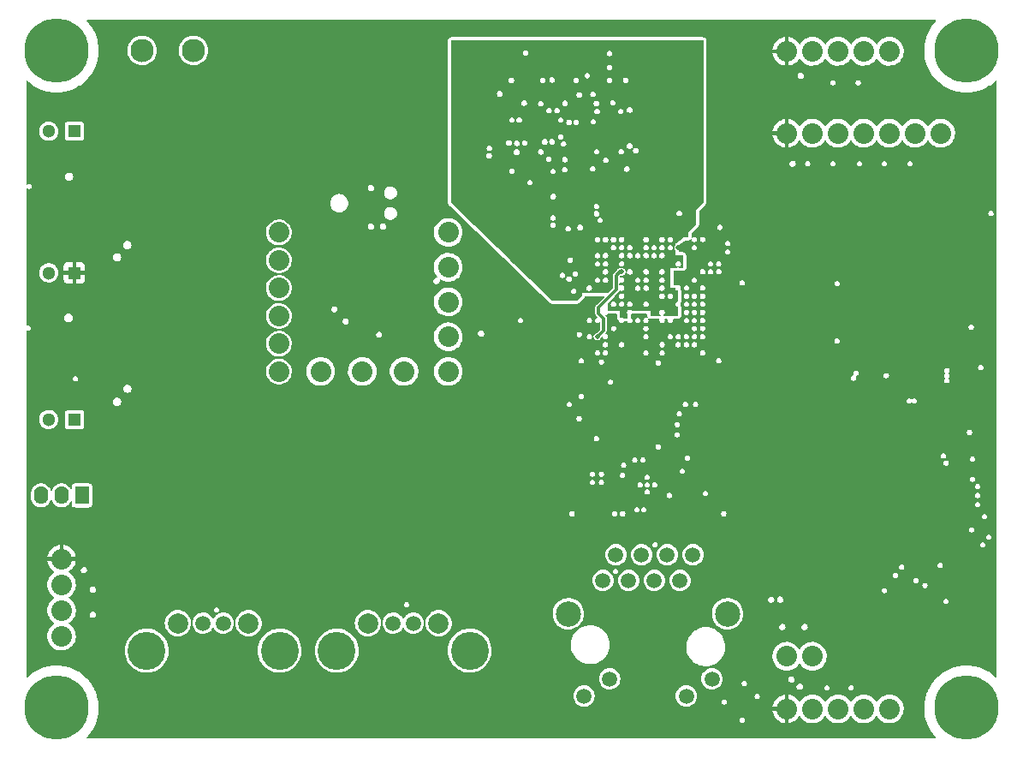
<source format=gbr>
G04 #@! TF.GenerationSoftware,KiCad,Pcbnew,(5.99.0-10577-g57d4347f00)*
G04 #@! TF.CreationDate,2021-05-20T13:19:23+03:00*
G04 #@! TF.ProjectId,imx6ull_tryout,696d7836-756c-46c5-9f74-72796f75742e,rev?*
G04 #@! TF.SameCoordinates,Original*
G04 #@! TF.FileFunction,Copper,L3,Inr*
G04 #@! TF.FilePolarity,Positive*
%FSLAX46Y46*%
G04 Gerber Fmt 4.6, Leading zero omitted, Abs format (unit mm)*
G04 Created by KiCad (PCBNEW (5.99.0-10577-g57d4347f00)) date 2021-05-20 13:19:23*
%MOMM*%
%LPD*%
G01*
G04 APERTURE LIST*
G04 #@! TA.AperFunction,ComponentPad*
%ADD10C,2.032000*%
G04 #@! TD*
G04 #@! TA.AperFunction,ComponentPad*
%ADD11O,2.032000X2.032000*%
G04 #@! TD*
G04 #@! TA.AperFunction,ComponentPad*
%ADD12R,1.300000X1.300000*%
G04 #@! TD*
G04 #@! TA.AperFunction,ComponentPad*
%ADD13C,1.300000*%
G04 #@! TD*
G04 #@! TA.AperFunction,ComponentPad*
%ADD14C,2.000000*%
G04 #@! TD*
G04 #@! TA.AperFunction,ComponentPad*
%ADD15C,1.500000*%
G04 #@! TD*
G04 #@! TA.AperFunction,ComponentPad*
%ADD16C,3.750000*%
G04 #@! TD*
G04 #@! TA.AperFunction,ComponentPad*
%ADD17R,1.397000X1.778000*%
G04 #@! TD*
G04 #@! TA.AperFunction,ComponentPad*
%ADD18O,1.397000X1.778000*%
G04 #@! TD*
G04 #@! TA.AperFunction,ComponentPad*
%ADD19C,2.500000*%
G04 #@! TD*
G04 #@! TA.AperFunction,ComponentPad*
%ADD20C,6.350000*%
G04 #@! TD*
G04 #@! TA.AperFunction,ComponentPad*
%ADD21C,2.300000*%
G04 #@! TD*
G04 #@! TA.AperFunction,ViaPad*
%ADD22C,0.600000*%
G04 #@! TD*
G04 #@! TA.AperFunction,ViaPad*
%ADD23C,0.700000*%
G04 #@! TD*
G04 #@! TA.AperFunction,ViaPad*
%ADD24C,0.460000*%
G04 #@! TD*
G04 #@! TA.AperFunction,ViaPad*
%ADD25C,0.800000*%
G04 #@! TD*
G04 #@! TA.AperFunction,Conductor*
%ADD26C,0.350000*%
G04 #@! TD*
G04 APERTURE END LIST*
D10*
X104000000Y-94750000D03*
X120750000Y-95437500D03*
X104000000Y-105750000D03*
D11*
X154220000Y-82200000D03*
X156760000Y-82200000D03*
X159300000Y-82200000D03*
X161840000Y-82200000D03*
X164380000Y-82200000D03*
X166920000Y-82200000D03*
X169460000Y-82200000D03*
X82500000Y-124290000D03*
X82500000Y-126830000D03*
X82500000Y-129370000D03*
X82500000Y-131910000D03*
D12*
X83770000Y-82000000D03*
D13*
X81230000Y-82000000D03*
D10*
X116375000Y-105750000D03*
X104000000Y-103000000D03*
D12*
X83770000Y-96000000D03*
D13*
X81230000Y-96000000D03*
D10*
X104000000Y-92000000D03*
D12*
X83770000Y-110500000D03*
D13*
X81230000Y-110500000D03*
D14*
X94000000Y-130625000D03*
D15*
X96500000Y-130625000D03*
X98500000Y-130625000D03*
D14*
X101000000Y-130625000D03*
D16*
X104070000Y-133335000D03*
X90930000Y-133335000D03*
D10*
X104000000Y-100250000D03*
D14*
X112800000Y-130625000D03*
D15*
X115300000Y-130625000D03*
X117300000Y-130625000D03*
D14*
X119800000Y-130625000D03*
D16*
X109730000Y-133335000D03*
X122870000Y-133335000D03*
D11*
X154220000Y-133900000D03*
X156760000Y-133900000D03*
D10*
X112250000Y-105750000D03*
X120750000Y-105750000D03*
D11*
X154220000Y-139100000D03*
X156760000Y-139100000D03*
X159300000Y-139100000D03*
X161840000Y-139100000D03*
X164380000Y-139100000D03*
D10*
X120750000Y-98875000D03*
D11*
X154220000Y-74100000D03*
X156760000Y-74100000D03*
X159300000Y-74100000D03*
X161840000Y-74100000D03*
X164380000Y-74100000D03*
D10*
X104000000Y-97500000D03*
X120750000Y-92000000D03*
D17*
X84532000Y-118000000D03*
D18*
X82500000Y-118000000D03*
X80468000Y-118000000D03*
D15*
X136055000Y-126400000D03*
X137325000Y-123860000D03*
X138595000Y-126400000D03*
X139865000Y-123860000D03*
X141135000Y-126400000D03*
X142405000Y-123860000D03*
X143675000Y-126400000D03*
X144945000Y-123860000D03*
X134175000Y-137830000D03*
X136715000Y-136130000D03*
X144285000Y-137830000D03*
X146825000Y-136130000D03*
D19*
X132625000Y-129700000D03*
X148375000Y-129700000D03*
D20*
X82000000Y-139000000D03*
X172000000Y-74000000D03*
X82000000Y-74000000D03*
D10*
X120750000Y-102312500D03*
X108125000Y-105750000D03*
D21*
X90460000Y-74000000D03*
X95540000Y-74000000D03*
D20*
X172000000Y-139000000D03*
D22*
X118750000Y-95250000D03*
D23*
X122500000Y-76500000D03*
D24*
X130700000Y-74400000D03*
D23*
X122500000Y-77500000D03*
X121500000Y-80500000D03*
D24*
X130910000Y-80910000D03*
X140300000Y-98300000D03*
D23*
X121500000Y-78500000D03*
D24*
X126575000Y-84875000D03*
X125750000Y-79710000D03*
X128400000Y-75850000D03*
D23*
X122500000Y-78500000D03*
D24*
X130200000Y-87100000D03*
X128080000Y-87080000D03*
X135790000Y-76970000D03*
X133090000Y-79250000D03*
X131900000Y-76960000D03*
X137680000Y-85700000D03*
D23*
X122500000Y-80500000D03*
D24*
X141900000Y-95100000D03*
X138700000Y-95100000D03*
D23*
X121500000Y-79500000D03*
D24*
X132160000Y-84080000D03*
X140300000Y-95100000D03*
D23*
X121500000Y-77500000D03*
X121500000Y-76500000D03*
D24*
X130700000Y-75700000D03*
X127900000Y-76940000D03*
D23*
X122500000Y-79500000D03*
D24*
X129200000Y-76940000D03*
X137400000Y-76940000D03*
X137900000Y-95900000D03*
X135500000Y-102300000D03*
D22*
X153200000Y-76500000D03*
X84700000Y-123200000D03*
D24*
X145900000Y-93500000D03*
X143500000Y-101500000D03*
X141900000Y-115000000D03*
X159500000Y-116200000D03*
D22*
X153100000Y-84500000D03*
D24*
X144800000Y-110500000D03*
X145495000Y-112200000D03*
D22*
X153100000Y-136900000D03*
D24*
X172318791Y-112570000D03*
X142700000Y-112900000D03*
D22*
X125700000Y-98700000D03*
D24*
X172500000Y-99160000D03*
X141100000Y-101500000D03*
X137900000Y-101500000D03*
X165800000Y-116200000D03*
X144300000Y-95900000D03*
X147600000Y-112200000D03*
D22*
X111300000Y-87500000D03*
D25*
X160300000Y-108300000D03*
D24*
X79700000Y-106400000D03*
X143500000Y-93500000D03*
X136500000Y-118400000D03*
D26*
X137700000Y-95900000D02*
X137340000Y-96260000D01*
X135610000Y-100010000D02*
X136100000Y-100500000D01*
X137340000Y-97680000D02*
X135610000Y-99410000D01*
X136100000Y-100500000D02*
X136100000Y-101700000D01*
X135610000Y-99410000D02*
X135610000Y-100010000D01*
X137900000Y-95900000D02*
X137700000Y-95900000D01*
X137340000Y-96260000D02*
X137340000Y-97680000D01*
X136100000Y-101700000D02*
X135500000Y-102300000D01*
G04 #@! TA.AperFunction,Conductor*
G36*
X168978087Y-71020210D02*
G01*
X168998297Y-71069000D01*
X168979924Y-71115881D01*
X168797551Y-71312826D01*
X168550613Y-71638155D01*
X168549726Y-71639597D01*
X168337489Y-71984583D01*
X168337484Y-71984592D01*
X168336600Y-71986029D01*
X168335859Y-71987547D01*
X168335858Y-71987550D01*
X168247078Y-72169577D01*
X168157555Y-72353126D01*
X168156965Y-72354712D01*
X168156963Y-72354717D01*
X168136953Y-72408523D01*
X168015186Y-72735943D01*
X167910854Y-73130825D01*
X167910586Y-73132482D01*
X167910585Y-73132485D01*
X167849974Y-73506711D01*
X167845553Y-73534004D01*
X167845448Y-73535679D01*
X167823390Y-73886276D01*
X167819907Y-73941631D01*
X167828102Y-74176291D01*
X167832902Y-74313724D01*
X167834162Y-74349815D01*
X167834384Y-74351475D01*
X167834384Y-74351481D01*
X167836370Y-74366363D01*
X167888179Y-74754660D01*
X167981445Y-75152302D01*
X167981986Y-75153891D01*
X168106942Y-75520946D01*
X168113069Y-75538945D01*
X168281795Y-75910898D01*
X168282638Y-75912358D01*
X168282640Y-75912362D01*
X168459182Y-76218141D01*
X168486011Y-76264611D01*
X168569336Y-76380998D01*
X168693369Y-76554244D01*
X168723770Y-76596708D01*
X168992800Y-76904019D01*
X169290535Y-77183611D01*
X169614132Y-77432814D01*
X169615557Y-77433704D01*
X169615565Y-77433710D01*
X169664318Y-77464174D01*
X169960503Y-77649251D01*
X169962016Y-77650002D01*
X170324827Y-77830103D01*
X170324836Y-77830107D01*
X170326341Y-77830854D01*
X170327919Y-77831453D01*
X170327918Y-77831453D01*
X170706579Y-77975294D01*
X170706584Y-77975296D01*
X170708154Y-77975892D01*
X170709781Y-77976334D01*
X170709784Y-77976335D01*
X171100679Y-78082538D01*
X171100682Y-78082539D01*
X171102299Y-78082978D01*
X171303384Y-78116989D01*
X171503350Y-78150811D01*
X171503352Y-78150811D01*
X171505012Y-78151092D01*
X171506689Y-78151209D01*
X171506695Y-78151210D01*
X171708731Y-78165337D01*
X171912450Y-78179583D01*
X171914135Y-78179536D01*
X171914139Y-78179536D01*
X172089063Y-78174650D01*
X172320724Y-78168179D01*
X172725936Y-78116989D01*
X172943377Y-78067588D01*
X173122565Y-78026877D01*
X173122569Y-78026876D01*
X173124219Y-78026501D01*
X173196346Y-78002508D01*
X173510171Y-77898113D01*
X173510179Y-77898110D01*
X173511772Y-77897580D01*
X173513300Y-77896900D01*
X173513307Y-77896897D01*
X173677326Y-77823871D01*
X173884894Y-77731455D01*
X174240024Y-77529713D01*
X174332932Y-77464174D01*
X174572398Y-77295249D01*
X174572399Y-77295249D01*
X174573773Y-77294279D01*
X174882955Y-77027400D01*
X174883517Y-77026810D01*
X174932684Y-77007836D01*
X174980966Y-77029230D01*
X175000000Y-77076815D01*
X175000000Y-135928551D01*
X174979790Y-135977341D01*
X174931000Y-135997551D01*
X174884473Y-135979504D01*
X174882105Y-135977341D01*
X174664751Y-135778869D01*
X174663396Y-135777855D01*
X174339066Y-135535225D01*
X174339060Y-135535221D01*
X174337706Y-135534208D01*
X173988347Y-135322629D01*
X173984835Y-135320946D01*
X173786272Y-135225811D01*
X173620009Y-135146151D01*
X173236208Y-135006459D01*
X173234572Y-135006039D01*
X173234569Y-135006038D01*
X172842242Y-134905306D01*
X172842241Y-134905306D01*
X172840606Y-134904886D01*
X172838946Y-134904629D01*
X172838941Y-134904628D01*
X172625154Y-134871532D01*
X172436981Y-134842401D01*
X172435291Y-134842307D01*
X172435286Y-134842306D01*
X172030871Y-134819696D01*
X172030866Y-134819696D01*
X172029185Y-134819602D01*
X171682624Y-134834127D01*
X171622803Y-134836634D01*
X171622802Y-134836634D01*
X171621110Y-134836705D01*
X171216652Y-134893548D01*
X171041472Y-134935929D01*
X170821320Y-134989189D01*
X170821314Y-134989191D01*
X170819672Y-134989588D01*
X170818083Y-134990141D01*
X170818074Y-134990144D01*
X170505305Y-135099062D01*
X170433957Y-135123908D01*
X170063191Y-135295226D01*
X170061745Y-135296075D01*
X170061740Y-135296077D01*
X169880846Y-135402207D01*
X169710912Y-135501907D01*
X169380483Y-135741978D01*
X169379217Y-135743102D01*
X169194239Y-135907333D01*
X169075057Y-136013147D01*
X168797551Y-136312826D01*
X168550613Y-136638155D01*
X168549726Y-136639597D01*
X168337489Y-136984583D01*
X168337484Y-136984592D01*
X168336600Y-136986029D01*
X168335859Y-136987547D01*
X168335858Y-136987550D01*
X168293813Y-137073756D01*
X168157555Y-137353126D01*
X168156965Y-137354712D01*
X168156963Y-137354717D01*
X168136953Y-137408523D01*
X168015186Y-137735943D01*
X167910854Y-138130825D01*
X167910586Y-138132482D01*
X167910585Y-138132485D01*
X167849974Y-138506711D01*
X167845553Y-138534004D01*
X167833406Y-138727074D01*
X167823390Y-138886276D01*
X167819907Y-138941631D01*
X167828102Y-139176291D01*
X167832902Y-139313724D01*
X167834162Y-139349815D01*
X167834384Y-139351475D01*
X167834384Y-139351481D01*
X167836370Y-139366363D01*
X167888179Y-139754660D01*
X167981445Y-140152302D01*
X167981986Y-140153891D01*
X168106942Y-140520946D01*
X168113069Y-140538945D01*
X168281795Y-140910898D01*
X168282638Y-140912358D01*
X168282640Y-140912362D01*
X168370722Y-141064924D01*
X168486011Y-141264611D01*
X168723770Y-141596708D01*
X168974764Y-141883416D01*
X168976632Y-141885550D01*
X168993563Y-141935573D01*
X168970165Y-141982917D01*
X168924715Y-142000000D01*
X85070037Y-142000000D01*
X85021247Y-141979790D01*
X85001037Y-141931000D01*
X85020069Y-141883416D01*
X85163458Y-141732844D01*
X85163466Y-141732835D01*
X85164618Y-141731625D01*
X85416074Y-141409775D01*
X85634924Y-141064924D01*
X85819077Y-140700363D01*
X85966776Y-140319571D01*
X85997369Y-140210000D01*
X149564500Y-140210000D01*
X149584710Y-140311602D01*
X149642263Y-140397737D01*
X149728398Y-140455290D01*
X149735062Y-140456616D01*
X149735063Y-140456616D01*
X149823334Y-140474174D01*
X149830000Y-140475500D01*
X149836666Y-140474174D01*
X149924937Y-140456616D01*
X149924938Y-140456616D01*
X149931602Y-140455290D01*
X150017737Y-140397737D01*
X150075290Y-140311602D01*
X150095500Y-140210000D01*
X150075290Y-140108398D01*
X150017737Y-140022263D01*
X150004732Y-140013573D01*
X149993475Y-140006052D01*
X149931602Y-139964710D01*
X149924938Y-139963384D01*
X149924937Y-139963384D01*
X149836666Y-139945826D01*
X149830000Y-139944500D01*
X149823334Y-139945826D01*
X149735063Y-139963384D01*
X149735062Y-139963384D01*
X149728398Y-139964710D01*
X149666525Y-140006052D01*
X149655269Y-140013573D01*
X149642263Y-140022263D01*
X149584710Y-140108398D01*
X149564500Y-140210000D01*
X85997369Y-140210000D01*
X86076612Y-139926183D01*
X86083957Y-139884531D01*
X86147244Y-139525614D01*
X86147245Y-139525607D01*
X86147536Y-139523956D01*
X86164008Y-139309882D01*
X152819645Y-139309882D01*
X152840745Y-139440882D01*
X152842156Y-139446542D01*
X152917897Y-139668396D01*
X152920240Y-139673736D01*
X153032284Y-139879666D01*
X153035492Y-139884531D01*
X153180629Y-140068636D01*
X153184607Y-140072888D01*
X153358700Y-140229916D01*
X153363330Y-140233430D01*
X153561382Y-140358876D01*
X153566558Y-140361570D01*
X153782911Y-140451851D01*
X153788453Y-140453630D01*
X154010297Y-140504644D01*
X154015095Y-140502979D01*
X154020000Y-140492057D01*
X154020000Y-139313724D01*
X154015980Y-139304020D01*
X154006276Y-139300000D01*
X152831777Y-139300000D01*
X152822073Y-139304020D01*
X152819645Y-139309882D01*
X86164008Y-139309882D01*
X86178870Y-139116726D01*
X86180500Y-139000000D01*
X86174949Y-138886495D01*
X152819732Y-138886495D01*
X152821961Y-138896759D01*
X152826999Y-138900000D01*
X154006276Y-138900000D01*
X154015980Y-138895980D01*
X154020000Y-138886276D01*
X154020000Y-137708944D01*
X154019900Y-137708703D01*
X154420000Y-137708703D01*
X154420000Y-140488597D01*
X154424020Y-140498301D01*
X154430782Y-140501102D01*
X154495526Y-140493782D01*
X154501254Y-140492638D01*
X154726432Y-140427431D01*
X154731870Y-140425344D01*
X154942851Y-140323124D01*
X154947861Y-140320149D01*
X155138599Y-140183846D01*
X155143035Y-140180071D01*
X155308087Y-140013573D01*
X155311818Y-140009110D01*
X155433945Y-139835017D01*
X155478509Y-139806681D01*
X155530058Y-139818156D01*
X155551041Y-139841666D01*
X155571861Y-139879932D01*
X155571869Y-139879944D01*
X155573264Y-139882508D01*
X155575072Y-139884801D01*
X155575075Y-139884806D01*
X155718571Y-140066830D01*
X155722074Y-140071274D01*
X155724239Y-140073227D01*
X155724242Y-140073230D01*
X155811907Y-140152302D01*
X155900562Y-140232267D01*
X155992817Y-140290701D01*
X156101151Y-140359320D01*
X156101154Y-140359322D01*
X156103624Y-140360886D01*
X156106326Y-140362014D01*
X156106327Y-140362014D01*
X156322757Y-140452327D01*
X156322761Y-140452328D01*
X156325454Y-140453452D01*
X156559709Y-140507319D01*
X156562628Y-140507485D01*
X156562630Y-140507485D01*
X156634538Y-140511568D01*
X156799691Y-140520946D01*
X156802591Y-140520618D01*
X156802596Y-140520618D01*
X156943890Y-140504644D01*
X157038537Y-140493944D01*
X157041350Y-140493129D01*
X157041352Y-140493129D01*
X157172020Y-140455290D01*
X157269420Y-140427085D01*
X157404643Y-140361570D01*
X157483110Y-140323553D01*
X157483112Y-140323552D01*
X157485737Y-140322280D01*
X157491801Y-140317947D01*
X157611698Y-140232267D01*
X157681302Y-140182527D01*
X157850525Y-140011821D01*
X157897752Y-139944500D01*
X157974212Y-139835506D01*
X158018777Y-139807170D01*
X158070325Y-139818645D01*
X158091309Y-139842156D01*
X158111864Y-139879936D01*
X158111868Y-139879941D01*
X158113264Y-139882508D01*
X158115072Y-139884801D01*
X158115075Y-139884806D01*
X158258571Y-140066830D01*
X158262074Y-140071274D01*
X158264239Y-140073227D01*
X158264242Y-140073230D01*
X158351907Y-140152302D01*
X158440562Y-140232267D01*
X158532817Y-140290701D01*
X158641151Y-140359320D01*
X158641154Y-140359322D01*
X158643624Y-140360886D01*
X158646326Y-140362014D01*
X158646327Y-140362014D01*
X158862757Y-140452327D01*
X158862761Y-140452328D01*
X158865454Y-140453452D01*
X159099709Y-140507319D01*
X159102628Y-140507485D01*
X159102630Y-140507485D01*
X159174538Y-140511568D01*
X159339691Y-140520946D01*
X159342591Y-140520618D01*
X159342596Y-140520618D01*
X159483890Y-140504644D01*
X159578537Y-140493944D01*
X159581350Y-140493129D01*
X159581352Y-140493129D01*
X159712020Y-140455290D01*
X159809420Y-140427085D01*
X159944643Y-140361570D01*
X160023110Y-140323553D01*
X160023112Y-140323552D01*
X160025737Y-140322280D01*
X160031801Y-140317947D01*
X160151698Y-140232267D01*
X160221302Y-140182527D01*
X160390525Y-140011821D01*
X160437752Y-139944500D01*
X160514212Y-139835506D01*
X160558777Y-139807170D01*
X160610325Y-139818645D01*
X160631309Y-139842156D01*
X160651864Y-139879936D01*
X160651868Y-139879941D01*
X160653264Y-139882508D01*
X160655072Y-139884801D01*
X160655075Y-139884806D01*
X160798571Y-140066830D01*
X160802074Y-140071274D01*
X160804239Y-140073227D01*
X160804242Y-140073230D01*
X160891907Y-140152302D01*
X160980562Y-140232267D01*
X161072817Y-140290701D01*
X161181151Y-140359320D01*
X161181154Y-140359322D01*
X161183624Y-140360886D01*
X161186326Y-140362014D01*
X161186327Y-140362014D01*
X161402757Y-140452327D01*
X161402761Y-140452328D01*
X161405454Y-140453452D01*
X161639709Y-140507319D01*
X161642628Y-140507485D01*
X161642630Y-140507485D01*
X161714538Y-140511568D01*
X161879691Y-140520946D01*
X161882591Y-140520618D01*
X161882596Y-140520618D01*
X162023890Y-140504644D01*
X162118537Y-140493944D01*
X162121350Y-140493129D01*
X162121352Y-140493129D01*
X162252020Y-140455290D01*
X162349420Y-140427085D01*
X162484643Y-140361570D01*
X162563110Y-140323553D01*
X162563112Y-140323552D01*
X162565737Y-140322280D01*
X162571801Y-140317947D01*
X162691698Y-140232267D01*
X162761302Y-140182527D01*
X162930525Y-140011821D01*
X162977752Y-139944500D01*
X163054212Y-139835506D01*
X163098777Y-139807170D01*
X163150325Y-139818645D01*
X163171309Y-139842156D01*
X163191864Y-139879936D01*
X163191868Y-139879941D01*
X163193264Y-139882508D01*
X163195072Y-139884801D01*
X163195075Y-139884806D01*
X163338571Y-140066830D01*
X163342074Y-140071274D01*
X163344239Y-140073227D01*
X163344242Y-140073230D01*
X163431907Y-140152302D01*
X163520562Y-140232267D01*
X163612817Y-140290701D01*
X163721151Y-140359320D01*
X163721154Y-140359322D01*
X163723624Y-140360886D01*
X163726326Y-140362014D01*
X163726327Y-140362014D01*
X163942757Y-140452327D01*
X163942761Y-140452328D01*
X163945454Y-140453452D01*
X164179709Y-140507319D01*
X164182628Y-140507485D01*
X164182630Y-140507485D01*
X164254538Y-140511568D01*
X164419691Y-140520946D01*
X164422591Y-140520618D01*
X164422596Y-140520618D01*
X164563890Y-140504644D01*
X164658537Y-140493944D01*
X164661350Y-140493129D01*
X164661352Y-140493129D01*
X164792020Y-140455290D01*
X164889420Y-140427085D01*
X165024643Y-140361570D01*
X165103110Y-140323553D01*
X165103112Y-140323552D01*
X165105737Y-140322280D01*
X165111801Y-140317947D01*
X165231698Y-140232267D01*
X165301302Y-140182527D01*
X165470525Y-140011821D01*
X165516822Y-139945826D01*
X165606890Y-139817434D01*
X165606892Y-139817431D01*
X165608567Y-139815043D01*
X165711480Y-139597820D01*
X165731708Y-139525614D01*
X165775532Y-139369180D01*
X165775532Y-139369178D01*
X165776321Y-139366363D01*
X165801238Y-139127289D01*
X165801500Y-139100000D01*
X165787920Y-138939957D01*
X165781424Y-138863400D01*
X165781424Y-138863397D01*
X165781177Y-138860492D01*
X165769364Y-138814976D01*
X165721526Y-138630664D01*
X165721525Y-138630662D01*
X165720791Y-138627833D01*
X165719594Y-138625176D01*
X165719592Y-138625170D01*
X165649300Y-138469130D01*
X165622067Y-138408674D01*
X165608075Y-138387891D01*
X165489464Y-138211711D01*
X165489462Y-138211708D01*
X165487829Y-138209283D01*
X165321914Y-138035359D01*
X165129068Y-137891878D01*
X164914803Y-137782940D01*
X164817573Y-137752749D01*
X164688039Y-137712527D01*
X164688036Y-137712526D01*
X164685246Y-137711660D01*
X164446962Y-137680078D01*
X164426062Y-137680863D01*
X164209682Y-137688986D01*
X164209677Y-137688987D01*
X164206763Y-137689096D01*
X164124902Y-137706272D01*
X163974375Y-137737855D01*
X163974371Y-137737856D01*
X163971517Y-137738455D01*
X163836685Y-137791703D01*
X163750670Y-137825672D01*
X163750668Y-137825673D01*
X163747951Y-137826746D01*
X163745451Y-137828263D01*
X163745449Y-137828264D01*
X163693150Y-137860000D01*
X163542457Y-137951442D01*
X163360912Y-138108980D01*
X163208505Y-138294854D01*
X163207062Y-138297389D01*
X163170523Y-138361577D01*
X163128823Y-138393981D01*
X163076423Y-138387407D01*
X163053321Y-138365976D01*
X162949464Y-138211711D01*
X162949462Y-138211708D01*
X162947829Y-138209283D01*
X162781914Y-138035359D01*
X162589068Y-137891878D01*
X162374803Y-137782940D01*
X162277573Y-137752749D01*
X162148039Y-137712527D01*
X162148036Y-137712526D01*
X162145246Y-137711660D01*
X161906962Y-137680078D01*
X161886062Y-137680863D01*
X161669682Y-137688986D01*
X161669677Y-137688987D01*
X161666763Y-137689096D01*
X161584902Y-137706272D01*
X161434375Y-137737855D01*
X161434371Y-137737856D01*
X161431517Y-137738455D01*
X161296685Y-137791703D01*
X161210670Y-137825672D01*
X161210668Y-137825673D01*
X161207951Y-137826746D01*
X161205451Y-137828263D01*
X161205449Y-137828264D01*
X161153150Y-137860000D01*
X161002457Y-137951442D01*
X160820912Y-138108980D01*
X160668505Y-138294854D01*
X160667062Y-138297389D01*
X160630523Y-138361577D01*
X160588823Y-138393981D01*
X160536423Y-138387407D01*
X160513321Y-138365976D01*
X160409464Y-138211711D01*
X160409462Y-138211708D01*
X160407829Y-138209283D01*
X160241914Y-138035359D01*
X160049068Y-137891878D01*
X159834803Y-137782940D01*
X159737573Y-137752749D01*
X159608039Y-137712527D01*
X159608036Y-137712526D01*
X159605246Y-137711660D01*
X159366962Y-137680078D01*
X159346062Y-137680863D01*
X159129682Y-137688986D01*
X159129677Y-137688987D01*
X159126763Y-137689096D01*
X159044902Y-137706272D01*
X158894375Y-137737855D01*
X158894371Y-137737856D01*
X158891517Y-137738455D01*
X158756685Y-137791703D01*
X158670670Y-137825672D01*
X158670668Y-137825673D01*
X158667951Y-137826746D01*
X158665451Y-137828263D01*
X158665449Y-137828264D01*
X158613150Y-137860000D01*
X158462457Y-137951442D01*
X158280912Y-138108980D01*
X158128505Y-138294854D01*
X158127062Y-138297389D01*
X158090523Y-138361577D01*
X158048823Y-138393981D01*
X157996423Y-138387407D01*
X157973321Y-138365976D01*
X157869464Y-138211711D01*
X157869462Y-138211708D01*
X157867829Y-138209283D01*
X157701914Y-138035359D01*
X157509068Y-137891878D01*
X157294803Y-137782940D01*
X157197573Y-137752749D01*
X157068039Y-137712527D01*
X157068036Y-137712526D01*
X157065246Y-137711660D01*
X156826962Y-137680078D01*
X156806062Y-137680863D01*
X156589682Y-137688986D01*
X156589677Y-137688987D01*
X156586763Y-137689096D01*
X156504902Y-137706272D01*
X156354375Y-137737855D01*
X156354371Y-137737856D01*
X156351517Y-137738455D01*
X156216685Y-137791703D01*
X156130670Y-137825672D01*
X156130668Y-137825673D01*
X156127951Y-137826746D01*
X156125451Y-137828263D01*
X156125449Y-137828264D01*
X156073150Y-137860000D01*
X155922457Y-137951442D01*
X155740912Y-138108980D01*
X155588505Y-138294854D01*
X155587062Y-138297389D01*
X155550248Y-138362061D01*
X155508548Y-138394465D01*
X155456148Y-138387891D01*
X155433046Y-138366460D01*
X155329074Y-138212024D01*
X155325419Y-138207478D01*
X155163604Y-138037853D01*
X155159235Y-138033987D01*
X154971144Y-137894043D01*
X154966208Y-137890982D01*
X154757216Y-137784725D01*
X154751824Y-137782536D01*
X154527937Y-137713018D01*
X154522239Y-137711765D01*
X154433605Y-137700017D01*
X154423457Y-137702727D01*
X154420000Y-137708703D01*
X154019900Y-137708703D01*
X154015980Y-137699240D01*
X154010890Y-137697131D01*
X153814519Y-137738334D01*
X153808945Y-137740007D01*
X153590892Y-137826120D01*
X153585671Y-137828712D01*
X153385246Y-137950333D01*
X153380549Y-137953758D01*
X153203481Y-138107409D01*
X153199415Y-138111591D01*
X153050767Y-138292881D01*
X153047472Y-138297676D01*
X152931497Y-138501413D01*
X152929049Y-138506711D01*
X152849061Y-138727074D01*
X152847543Y-138732698D01*
X152819732Y-138886495D01*
X86174949Y-138886495D01*
X86160548Y-138592055D01*
X86116328Y-138292599D01*
X86101130Y-138189674D01*
X86101129Y-138189669D01*
X86100883Y-138188003D01*
X86007948Y-137815263D01*
X133119603Y-137815263D01*
X133119885Y-137818622D01*
X133119885Y-137818623D01*
X133123919Y-137866666D01*
X133136840Y-138020538D01*
X133137769Y-138023777D01*
X133137769Y-138023778D01*
X133190445Y-138207478D01*
X133193621Y-138218555D01*
X133200666Y-138232263D01*
X133280648Y-138387891D01*
X133287782Y-138401773D01*
X133341169Y-138469130D01*
X133413644Y-138560572D01*
X133413647Y-138560575D01*
X133415737Y-138563212D01*
X133572612Y-138696723D01*
X133752432Y-138797221D01*
X133807076Y-138814976D01*
X133938462Y-138857666D01*
X133948347Y-138860878D01*
X134012753Y-138868558D01*
X134149547Y-138884870D01*
X134149549Y-138884870D01*
X134152895Y-138885269D01*
X134358286Y-138869465D01*
X134473082Y-138837413D01*
X134553444Y-138814976D01*
X134553447Y-138814975D01*
X134556695Y-138814068D01*
X134559705Y-138812548D01*
X134559709Y-138812546D01*
X134737552Y-138722710D01*
X134740565Y-138721188D01*
X134885775Y-138607737D01*
X134900235Y-138596440D01*
X134900237Y-138596438D01*
X134902893Y-138594363D01*
X134906329Y-138590383D01*
X135035294Y-138440975D01*
X135037496Y-138438424D01*
X135047963Y-138420000D01*
X135115686Y-138300786D01*
X135139247Y-138259311D01*
X135204270Y-138063844D01*
X135230088Y-137859471D01*
X135230500Y-137830000D01*
X135230076Y-137825672D01*
X135229055Y-137815263D01*
X143229603Y-137815263D01*
X143229885Y-137818622D01*
X143229885Y-137818623D01*
X143233919Y-137866666D01*
X143246840Y-138020538D01*
X143247769Y-138023777D01*
X143247769Y-138023778D01*
X143300445Y-138207478D01*
X143303621Y-138218555D01*
X143310666Y-138232263D01*
X143390648Y-138387891D01*
X143397782Y-138401773D01*
X143451169Y-138469130D01*
X143523644Y-138560572D01*
X143523647Y-138560575D01*
X143525737Y-138563212D01*
X143682612Y-138696723D01*
X143862432Y-138797221D01*
X143917076Y-138814976D01*
X144048462Y-138857666D01*
X144058347Y-138860878D01*
X144122753Y-138868558D01*
X144259547Y-138884870D01*
X144259549Y-138884870D01*
X144262895Y-138885269D01*
X144468286Y-138869465D01*
X144583082Y-138837413D01*
X144663444Y-138814976D01*
X144663447Y-138814975D01*
X144666695Y-138814068D01*
X144669705Y-138812548D01*
X144669709Y-138812546D01*
X144847552Y-138722710D01*
X144850565Y-138721188D01*
X144995775Y-138607737D01*
X145010235Y-138596440D01*
X145010237Y-138596438D01*
X145012893Y-138594363D01*
X145016329Y-138590383D01*
X145145294Y-138440975D01*
X145147496Y-138438424D01*
X145157963Y-138420000D01*
X147794500Y-138420000D01*
X147814710Y-138521602D01*
X147822997Y-138534004D01*
X147860668Y-138590383D01*
X147872263Y-138607737D01*
X147958398Y-138665290D01*
X147965062Y-138666616D01*
X147965063Y-138666616D01*
X148053334Y-138684174D01*
X148060000Y-138685500D01*
X148066666Y-138684174D01*
X148154937Y-138666616D01*
X148154938Y-138666616D01*
X148161602Y-138665290D01*
X148247737Y-138607737D01*
X148259333Y-138590383D01*
X148297003Y-138534004D01*
X148305290Y-138521602D01*
X148325500Y-138420000D01*
X148305290Y-138318398D01*
X148247737Y-138232263D01*
X148161602Y-138174710D01*
X148154938Y-138173384D01*
X148154937Y-138173384D01*
X148066666Y-138155826D01*
X148060000Y-138154500D01*
X148053334Y-138155826D01*
X147965063Y-138173384D01*
X147965062Y-138173384D01*
X147958398Y-138174710D01*
X147872263Y-138232263D01*
X147814710Y-138318398D01*
X147794500Y-138420000D01*
X145157963Y-138420000D01*
X145225686Y-138300786D01*
X145249247Y-138259311D01*
X145314270Y-138063844D01*
X145340021Y-137860000D01*
X151044500Y-137860000D01*
X151045826Y-137866666D01*
X151063150Y-137953758D01*
X151064710Y-137961602D01*
X151068485Y-137967251D01*
X151115406Y-138037474D01*
X151122263Y-138047737D01*
X151208398Y-138105290D01*
X151215062Y-138106616D01*
X151215063Y-138106616D01*
X151303334Y-138124174D01*
X151310000Y-138125500D01*
X151316666Y-138124174D01*
X151404937Y-138106616D01*
X151404938Y-138106616D01*
X151411602Y-138105290D01*
X151497737Y-138047737D01*
X151504595Y-138037474D01*
X151551515Y-137967251D01*
X151555290Y-137961602D01*
X151556851Y-137953758D01*
X151574174Y-137866666D01*
X151575500Y-137860000D01*
X151571514Y-137839963D01*
X151556616Y-137765063D01*
X151556616Y-137765062D01*
X151555290Y-137758398D01*
X151497737Y-137672263D01*
X151411602Y-137614710D01*
X151404938Y-137613384D01*
X151404937Y-137613384D01*
X151316666Y-137595826D01*
X151310000Y-137594500D01*
X151303334Y-137595826D01*
X151215063Y-137613384D01*
X151215062Y-137613384D01*
X151208398Y-137614710D01*
X151122263Y-137672263D01*
X151064710Y-137758398D01*
X151063384Y-137765062D01*
X151063384Y-137765063D01*
X151048486Y-137839963D01*
X151044500Y-137860000D01*
X145340021Y-137860000D01*
X145340088Y-137859471D01*
X145340500Y-137830000D01*
X145340076Y-137825672D01*
X145320728Y-137628347D01*
X145320727Y-137628343D01*
X145320398Y-137624986D01*
X145260858Y-137427780D01*
X145164148Y-137245895D01*
X145062219Y-137120918D01*
X145036086Y-137088875D01*
X145036084Y-137088873D01*
X145033952Y-137086259D01*
X145031352Y-137084108D01*
X145031350Y-137084106D01*
X144877832Y-136957105D01*
X144877831Y-136957104D01*
X144875228Y-136954951D01*
X144860144Y-136946795D01*
X144696989Y-136858576D01*
X144696983Y-136858573D01*
X144694023Y-136856973D01*
X144497238Y-136796058D01*
X144401894Y-136786037D01*
X144295722Y-136774878D01*
X144295718Y-136774878D01*
X144292369Y-136774526D01*
X144177056Y-136785020D01*
X144090578Y-136792890D01*
X144090575Y-136792891D01*
X144087219Y-136793196D01*
X144083985Y-136794148D01*
X144083984Y-136794148D01*
X144074097Y-136797058D01*
X143889603Y-136851357D01*
X143886614Y-136852920D01*
X143886613Y-136852920D01*
X143875794Y-136858576D01*
X143707047Y-136946795D01*
X143660048Y-136984583D01*
X143570572Y-137056524D01*
X143546505Y-137075874D01*
X143528593Y-137097221D01*
X143430673Y-137213918D01*
X143414093Y-137233677D01*
X143314853Y-137414194D01*
X143252565Y-137610549D01*
X143229603Y-137815263D01*
X135229055Y-137815263D01*
X135210728Y-137628347D01*
X135210727Y-137628343D01*
X135210398Y-137624986D01*
X135150858Y-137427780D01*
X135054148Y-137245895D01*
X134952219Y-137120918D01*
X134926086Y-137088875D01*
X134926084Y-137088873D01*
X134923952Y-137086259D01*
X134921352Y-137084108D01*
X134921350Y-137084106D01*
X134767832Y-136957105D01*
X134767831Y-136957104D01*
X134765228Y-136954951D01*
X134750144Y-136946795D01*
X134586989Y-136858576D01*
X134586983Y-136858573D01*
X134584023Y-136856973D01*
X134387238Y-136796058D01*
X134291894Y-136786037D01*
X134185722Y-136774878D01*
X134185718Y-136774878D01*
X134182369Y-136774526D01*
X134067056Y-136785020D01*
X133980578Y-136792890D01*
X133980575Y-136792891D01*
X133977219Y-136793196D01*
X133973985Y-136794148D01*
X133973984Y-136794148D01*
X133964097Y-136797058D01*
X133779603Y-136851357D01*
X133776614Y-136852920D01*
X133776613Y-136852920D01*
X133765794Y-136858576D01*
X133597047Y-136946795D01*
X133550048Y-136984583D01*
X133460572Y-137056524D01*
X133436505Y-137075874D01*
X133418593Y-137097221D01*
X133320673Y-137213918D01*
X133304093Y-137233677D01*
X133204853Y-137414194D01*
X133142565Y-137610549D01*
X133119603Y-137815263D01*
X86007948Y-137815263D01*
X86002074Y-137791703D01*
X86001506Y-137790107D01*
X85865631Y-137408523D01*
X85865627Y-137408513D01*
X85865065Y-137406935D01*
X85768972Y-137202728D01*
X85691880Y-137038899D01*
X85691877Y-137038893D01*
X85691162Y-137037374D01*
X85684129Y-137025575D01*
X85482889Y-136687993D01*
X85482027Y-136686547D01*
X85239655Y-136357802D01*
X85200377Y-136314179D01*
X85021273Y-136115263D01*
X135659603Y-136115263D01*
X135659885Y-136118622D01*
X135659885Y-136118623D01*
X135667319Y-136207158D01*
X135676840Y-136320538D01*
X135677769Y-136323777D01*
X135677769Y-136323778D01*
X135732022Y-136512978D01*
X135733621Y-136518555D01*
X135735162Y-136521553D01*
X135823529Y-136693497D01*
X135827782Y-136701773D01*
X135885688Y-136774832D01*
X135953644Y-136860572D01*
X135953647Y-136860575D01*
X135955737Y-136863212D01*
X136112612Y-136996723D01*
X136115556Y-136998369D01*
X136115557Y-136998369D01*
X136277499Y-137088875D01*
X136292432Y-137097221D01*
X136488347Y-137160878D01*
X136552753Y-137168558D01*
X136689547Y-137184870D01*
X136689549Y-137184870D01*
X136692895Y-137185269D01*
X136898286Y-137169465D01*
X137013082Y-137137413D01*
X137093444Y-137114976D01*
X137093447Y-137114975D01*
X137096695Y-137114068D01*
X137099705Y-137112548D01*
X137099709Y-137112546D01*
X137277552Y-137022710D01*
X137280565Y-137021188D01*
X137374400Y-136947876D01*
X137440235Y-136896440D01*
X137440237Y-136896438D01*
X137442893Y-136894363D01*
X137475168Y-136856973D01*
X137575294Y-136740975D01*
X137577496Y-136738424D01*
X137579726Y-136734500D01*
X137677579Y-136562247D01*
X137679247Y-136559311D01*
X137744270Y-136363844D01*
X137754988Y-136279003D01*
X137769847Y-136161381D01*
X137769847Y-136161376D01*
X137770088Y-136159471D01*
X137770500Y-136130000D01*
X137770312Y-136128079D01*
X137769055Y-136115263D01*
X145769603Y-136115263D01*
X145769885Y-136118622D01*
X145769885Y-136118623D01*
X145777319Y-136207158D01*
X145786840Y-136320538D01*
X145787769Y-136323777D01*
X145787769Y-136323778D01*
X145842022Y-136512978D01*
X145843621Y-136518555D01*
X145845162Y-136521553D01*
X145933529Y-136693497D01*
X145937782Y-136701773D01*
X145995688Y-136774832D01*
X146063644Y-136860572D01*
X146063647Y-136860575D01*
X146065737Y-136863212D01*
X146222612Y-136996723D01*
X146225556Y-136998369D01*
X146225557Y-136998369D01*
X146387499Y-137088875D01*
X146402432Y-137097221D01*
X146598347Y-137160878D01*
X146662753Y-137168558D01*
X146799547Y-137184870D01*
X146799549Y-137184870D01*
X146802895Y-137185269D01*
X147008286Y-137169465D01*
X147123082Y-137137413D01*
X147203444Y-137114976D01*
X147203447Y-137114975D01*
X147206695Y-137114068D01*
X147209705Y-137112548D01*
X147209709Y-137112546D01*
X147387552Y-137022710D01*
X147390565Y-137021188D01*
X147476249Y-136954244D01*
X155189198Y-136954244D01*
X155229564Y-137062495D01*
X155306193Y-137148956D01*
X155408810Y-137202034D01*
X155415141Y-137202727D01*
X155415143Y-137202728D01*
X155485092Y-137210388D01*
X155523656Y-137214612D01*
X155635329Y-137185002D01*
X155640485Y-137181263D01*
X155640487Y-137181262D01*
X155723696Y-137120918D01*
X155728856Y-137117176D01*
X155791694Y-137020228D01*
X155795939Y-137000000D01*
X157934500Y-137000000D01*
X157935826Y-137006666D01*
X157950108Y-137078464D01*
X157954710Y-137101602D01*
X157983166Y-137144190D01*
X158007937Y-137181262D01*
X158012263Y-137187737D01*
X158017911Y-137191511D01*
X158033660Y-137202034D01*
X158098398Y-137245290D01*
X158105062Y-137246616D01*
X158105063Y-137246616D01*
X158193334Y-137264174D01*
X158200000Y-137265500D01*
X158206666Y-137264174D01*
X158294937Y-137246616D01*
X158294938Y-137246616D01*
X158301602Y-137245290D01*
X158366340Y-137202034D01*
X158382089Y-137191511D01*
X158387737Y-137187737D01*
X158392064Y-137181262D01*
X158416834Y-137144190D01*
X158445290Y-137101602D01*
X158449893Y-137078464D01*
X158464174Y-137006666D01*
X158465500Y-137000000D01*
X160334500Y-137000000D01*
X160335826Y-137006666D01*
X160350108Y-137078464D01*
X160354710Y-137101602D01*
X160383166Y-137144190D01*
X160407937Y-137181262D01*
X160412263Y-137187737D01*
X160417911Y-137191511D01*
X160433660Y-137202034D01*
X160498398Y-137245290D01*
X160505062Y-137246616D01*
X160505063Y-137246616D01*
X160593334Y-137264174D01*
X160600000Y-137265500D01*
X160606666Y-137264174D01*
X160694937Y-137246616D01*
X160694938Y-137246616D01*
X160701602Y-137245290D01*
X160766340Y-137202034D01*
X160782089Y-137191511D01*
X160787737Y-137187737D01*
X160792064Y-137181262D01*
X160816834Y-137144190D01*
X160845290Y-137101602D01*
X160849893Y-137078464D01*
X160864174Y-137006666D01*
X160865500Y-137000000D01*
X160854606Y-136945232D01*
X160846616Y-136905063D01*
X160846616Y-136905062D01*
X160845290Y-136898398D01*
X160787737Y-136812263D01*
X160701602Y-136754710D01*
X160694938Y-136753384D01*
X160694937Y-136753384D01*
X160606666Y-136735826D01*
X160600000Y-136734500D01*
X160593334Y-136735826D01*
X160505063Y-136753384D01*
X160505062Y-136753384D01*
X160498398Y-136754710D01*
X160412263Y-136812263D01*
X160354710Y-136898398D01*
X160353384Y-136905062D01*
X160353384Y-136905063D01*
X160345394Y-136945232D01*
X160334500Y-137000000D01*
X158465500Y-137000000D01*
X158454606Y-136945232D01*
X158446616Y-136905063D01*
X158446616Y-136905062D01*
X158445290Y-136898398D01*
X158387737Y-136812263D01*
X158301602Y-136754710D01*
X158294938Y-136753384D01*
X158294937Y-136753384D01*
X158206666Y-136735826D01*
X158200000Y-136734500D01*
X158193334Y-136735826D01*
X158105063Y-136753384D01*
X158105062Y-136753384D01*
X158098398Y-136754710D01*
X158012263Y-136812263D01*
X157954710Y-136898398D01*
X157953384Y-136905062D01*
X157953384Y-136905063D01*
X157945394Y-136945232D01*
X157934500Y-137000000D01*
X155795939Y-137000000D01*
X155814726Y-136910460D01*
X155815419Y-136907158D01*
X155815500Y-136900000D01*
X155794347Y-136786421D01*
X155733724Y-136688072D01*
X155685474Y-136651382D01*
X155646834Y-136621999D01*
X155646833Y-136621998D01*
X155641760Y-136618141D01*
X155635639Y-136616369D01*
X155635638Y-136616368D01*
X155605749Y-136607713D01*
X155530787Y-136586006D01*
X155493767Y-136589212D01*
X155422031Y-136595425D01*
X155422029Y-136595426D01*
X155415686Y-136595975D01*
X155311891Y-136646711D01*
X155233320Y-136731412D01*
X155190509Y-136838719D01*
X155190366Y-136851357D01*
X155189283Y-136946795D01*
X155189198Y-136954244D01*
X147476249Y-136954244D01*
X147484400Y-136947876D01*
X147550235Y-136896440D01*
X147550237Y-136896438D01*
X147552893Y-136894363D01*
X147585168Y-136856973D01*
X147685294Y-136740975D01*
X147687496Y-136738424D01*
X147689726Y-136734500D01*
X147777494Y-136580000D01*
X149764500Y-136580000D01*
X149784710Y-136681602D01*
X149842263Y-136767737D01*
X149847911Y-136771511D01*
X149852950Y-136774878D01*
X149928398Y-136825290D01*
X149935062Y-136826616D01*
X149935063Y-136826616D01*
X150023334Y-136844174D01*
X150030000Y-136845500D01*
X150036666Y-136844174D01*
X150124937Y-136826616D01*
X150124938Y-136826616D01*
X150131602Y-136825290D01*
X150207050Y-136774878D01*
X150212089Y-136771511D01*
X150217737Y-136767737D01*
X150275290Y-136681602D01*
X150295500Y-136580000D01*
X150282633Y-136515313D01*
X150276616Y-136485063D01*
X150276616Y-136485062D01*
X150275290Y-136478398D01*
X150217737Y-136392263D01*
X150131602Y-136334710D01*
X150124938Y-136333384D01*
X150124937Y-136333384D01*
X150036666Y-136315826D01*
X150030000Y-136314500D01*
X150023334Y-136315826D01*
X149935063Y-136333384D01*
X149935062Y-136333384D01*
X149928398Y-136334710D01*
X149842263Y-136392263D01*
X149784710Y-136478398D01*
X149783384Y-136485062D01*
X149783384Y-136485063D01*
X149777367Y-136515313D01*
X149764500Y-136580000D01*
X147777494Y-136580000D01*
X147787579Y-136562247D01*
X147789247Y-136559311D01*
X147854270Y-136363844D01*
X147864988Y-136279003D01*
X147868116Y-136254244D01*
X154389198Y-136254244D01*
X154429564Y-136362495D01*
X154506193Y-136448956D01*
X154608810Y-136502034D01*
X154615141Y-136502727D01*
X154615143Y-136502728D01*
X154685092Y-136510388D01*
X154723656Y-136514612D01*
X154835329Y-136485002D01*
X154840485Y-136481263D01*
X154840487Y-136481262D01*
X154923696Y-136420918D01*
X154928856Y-136417176D01*
X154991694Y-136320228D01*
X155015419Y-136207158D01*
X155015500Y-136200000D01*
X154994347Y-136086421D01*
X154933724Y-135988072D01*
X154885474Y-135951382D01*
X154846834Y-135921999D01*
X154846833Y-135921998D01*
X154841760Y-135918141D01*
X154835639Y-135916369D01*
X154835638Y-135916368D01*
X154804436Y-135907333D01*
X154730787Y-135886006D01*
X154693767Y-135889212D01*
X154622031Y-135895425D01*
X154622029Y-135895426D01*
X154615686Y-135895975D01*
X154511891Y-135946711D01*
X154433320Y-136031412D01*
X154413537Y-136080998D01*
X154393988Y-136130000D01*
X154390509Y-136138719D01*
X154389198Y-136254244D01*
X147868116Y-136254244D01*
X147879847Y-136161381D01*
X147879847Y-136161376D01*
X147880088Y-136159471D01*
X147880500Y-136130000D01*
X147880312Y-136128079D01*
X147860728Y-135928347D01*
X147860727Y-135928343D01*
X147860398Y-135924986D01*
X147830628Y-135826383D01*
X147801835Y-135731015D01*
X147801834Y-135731012D01*
X147800858Y-135727780D01*
X147704148Y-135545895D01*
X147586959Y-135402207D01*
X147576086Y-135388875D01*
X147576084Y-135388873D01*
X147573952Y-135386259D01*
X147571352Y-135384108D01*
X147571350Y-135384106D01*
X147417832Y-135257105D01*
X147417831Y-135257104D01*
X147415228Y-135254951D01*
X147400144Y-135246795D01*
X147236989Y-135158576D01*
X147236983Y-135158573D01*
X147234023Y-135156973D01*
X147037238Y-135096058D01*
X146941894Y-135086037D01*
X146835722Y-135074878D01*
X146835718Y-135074878D01*
X146832369Y-135074526D01*
X146717056Y-135085020D01*
X146630578Y-135092890D01*
X146630575Y-135092891D01*
X146627219Y-135093196D01*
X146623985Y-135094148D01*
X146623984Y-135094148D01*
X146614097Y-135097058D01*
X146429603Y-135151357D01*
X146426614Y-135152920D01*
X146426613Y-135152920D01*
X146409218Y-135162014D01*
X146247047Y-135246795D01*
X146086505Y-135375874D01*
X146079598Y-135384106D01*
X145971884Y-135512475D01*
X145954093Y-135533677D01*
X145854853Y-135714194D01*
X145853833Y-135717410D01*
X145853832Y-135717412D01*
X145796301Y-135898773D01*
X145792565Y-135910549D01*
X145769603Y-136115263D01*
X137769055Y-136115263D01*
X137750728Y-135928347D01*
X137750727Y-135928343D01*
X137750398Y-135924986D01*
X137720628Y-135826383D01*
X137691835Y-135731015D01*
X137691834Y-135731012D01*
X137690858Y-135727780D01*
X137594148Y-135545895D01*
X137476959Y-135402207D01*
X137466086Y-135388875D01*
X137466084Y-135388873D01*
X137463952Y-135386259D01*
X137461352Y-135384108D01*
X137461350Y-135384106D01*
X137307832Y-135257105D01*
X137307831Y-135257104D01*
X137305228Y-135254951D01*
X137290144Y-135246795D01*
X137126989Y-135158576D01*
X137126983Y-135158573D01*
X137124023Y-135156973D01*
X136927238Y-135096058D01*
X136831894Y-135086037D01*
X136725722Y-135074878D01*
X136725718Y-135074878D01*
X136722369Y-135074526D01*
X136607056Y-135085020D01*
X136520578Y-135092890D01*
X136520575Y-135092891D01*
X136517219Y-135093196D01*
X136513985Y-135094148D01*
X136513984Y-135094148D01*
X136504097Y-135097058D01*
X136319603Y-135151357D01*
X136316614Y-135152920D01*
X136316613Y-135152920D01*
X136299218Y-135162014D01*
X136137047Y-135246795D01*
X135976505Y-135375874D01*
X135969598Y-135384106D01*
X135861884Y-135512475D01*
X135844093Y-135533677D01*
X135744853Y-135714194D01*
X135743833Y-135717410D01*
X135743832Y-135717412D01*
X135686301Y-135898773D01*
X135682565Y-135910549D01*
X135659603Y-136115263D01*
X85021273Y-136115263D01*
X84967488Y-136055529D01*
X84967481Y-136055522D01*
X84966360Y-136054277D01*
X84920094Y-136012030D01*
X84666002Y-135780011D01*
X84665998Y-135780008D01*
X84664751Y-135778869D01*
X84663396Y-135777855D01*
X84339066Y-135535225D01*
X84339060Y-135535221D01*
X84337706Y-135534208D01*
X83988347Y-135322629D01*
X83984835Y-135320946D01*
X83786272Y-135225811D01*
X83620009Y-135146151D01*
X83236208Y-135006459D01*
X83234572Y-135006039D01*
X83234569Y-135006038D01*
X82842242Y-134905306D01*
X82842241Y-134905306D01*
X82840606Y-134904886D01*
X82838946Y-134904629D01*
X82838941Y-134904628D01*
X82625154Y-134871532D01*
X82436981Y-134842401D01*
X82435291Y-134842307D01*
X82435286Y-134842306D01*
X82030871Y-134819696D01*
X82030866Y-134819696D01*
X82029185Y-134819602D01*
X81682624Y-134834127D01*
X81622803Y-134836634D01*
X81622802Y-134836634D01*
X81621110Y-134836705D01*
X81216652Y-134893548D01*
X81041472Y-134935929D01*
X80821320Y-134989189D01*
X80821314Y-134989191D01*
X80819672Y-134989588D01*
X80818083Y-134990141D01*
X80818074Y-134990144D01*
X80505305Y-135099062D01*
X80433957Y-135123908D01*
X80063191Y-135295226D01*
X80061745Y-135296075D01*
X80061740Y-135296077D01*
X79880846Y-135402207D01*
X79710912Y-135501907D01*
X79380483Y-135741978D01*
X79115387Y-135977341D01*
X79114811Y-135977852D01*
X79064908Y-135995133D01*
X79017402Y-135972065D01*
X79000000Y-135926254D01*
X79000000Y-126936582D01*
X81082501Y-126936582D01*
X81120725Y-127173892D01*
X81198386Y-127401369D01*
X81199782Y-127403935D01*
X81199783Y-127403937D01*
X81305973Y-127599107D01*
X81313264Y-127612508D01*
X81315072Y-127614801D01*
X81315075Y-127614806D01*
X81458571Y-127796830D01*
X81462074Y-127801274D01*
X81464239Y-127803227D01*
X81464242Y-127803230D01*
X81583122Y-127910457D01*
X81640562Y-127962267D01*
X81693780Y-127995975D01*
X81766238Y-128041870D01*
X81796642Y-128085050D01*
X81787608Y-128137082D01*
X81765112Y-128159150D01*
X81662457Y-128221442D01*
X81480912Y-128378980D01*
X81328505Y-128564854D01*
X81327062Y-128567389D01*
X81211404Y-128770570D01*
X81209594Y-128773749D01*
X81127581Y-128999693D01*
X81127061Y-129002567D01*
X81127061Y-129002568D01*
X81113555Y-129077257D01*
X81084809Y-129236225D01*
X81082501Y-129476582D01*
X81120725Y-129713892D01*
X81198386Y-129941369D01*
X81199782Y-129943935D01*
X81199783Y-129943937D01*
X81292268Y-130113918D01*
X81313264Y-130152508D01*
X81315072Y-130154801D01*
X81315075Y-130154806D01*
X81421748Y-130290120D01*
X81462074Y-130341274D01*
X81464239Y-130343227D01*
X81464242Y-130343230D01*
X81583122Y-130450457D01*
X81640562Y-130502267D01*
X81734475Y-130561752D01*
X81766238Y-130581870D01*
X81796642Y-130625050D01*
X81787608Y-130677082D01*
X81765112Y-130699150D01*
X81662457Y-130761442D01*
X81480912Y-130918980D01*
X81328505Y-131104854D01*
X81327062Y-131107389D01*
X81214348Y-131305398D01*
X81209594Y-131313749D01*
X81127581Y-131539693D01*
X81127061Y-131542567D01*
X81127061Y-131542568D01*
X81102161Y-131680269D01*
X81084809Y-131776225D01*
X81084781Y-131779148D01*
X81083526Y-131909889D01*
X81082501Y-132016582D01*
X81120725Y-132253892D01*
X81198386Y-132481369D01*
X81199782Y-132483935D01*
X81199783Y-132483937D01*
X81306688Y-132680421D01*
X81313264Y-132692508D01*
X81315072Y-132694801D01*
X81315075Y-132694806D01*
X81424505Y-132833618D01*
X81462074Y-132881274D01*
X81464239Y-132883227D01*
X81464242Y-132883230D01*
X81536320Y-132948243D01*
X81640562Y-133042267D01*
X81720026Y-133092599D01*
X81841151Y-133169320D01*
X81841154Y-133169322D01*
X81843624Y-133170886D01*
X81846326Y-133172014D01*
X81846327Y-133172014D01*
X82062757Y-133262327D01*
X82062761Y-133262328D01*
X82065454Y-133263452D01*
X82299709Y-133317319D01*
X82302628Y-133317485D01*
X82302630Y-133317485D01*
X82374538Y-133321568D01*
X82539691Y-133330946D01*
X82542591Y-133330618D01*
X82542596Y-133330618D01*
X82685111Y-133314506D01*
X82705809Y-133312166D01*
X88749620Y-133312166D01*
X88766694Y-133608289D01*
X88767145Y-133610586D01*
X88767145Y-133610589D01*
X88821295Y-133886593D01*
X88823799Y-133899355D01*
X88919877Y-134179978D01*
X88920932Y-134182076D01*
X88920933Y-134182078D01*
X88950569Y-134241002D01*
X89053152Y-134444965D01*
X89073064Y-134473937D01*
X89217990Y-134684806D01*
X89221156Y-134689413D01*
X89272346Y-134745670D01*
X89417605Y-134905306D01*
X89420782Y-134908798D01*
X89648334Y-135099062D01*
X89650320Y-135100308D01*
X89650323Y-135100310D01*
X89723401Y-135146151D01*
X89899603Y-135256682D01*
X90169939Y-135378743D01*
X90172181Y-135379407D01*
X90452092Y-135462321D01*
X90452100Y-135462323D01*
X90454339Y-135462986D01*
X90456659Y-135463341D01*
X90745219Y-135507498D01*
X90745221Y-135507498D01*
X90747540Y-135507853D01*
X90749890Y-135507890D01*
X90749891Y-135507890D01*
X91041757Y-135512475D01*
X91041759Y-135512475D01*
X91044119Y-135512512D01*
X91338585Y-135476877D01*
X91625491Y-135401609D01*
X91627664Y-135400709D01*
X91897358Y-135288998D01*
X91897365Y-135288995D01*
X91899527Y-135288099D01*
X92006120Y-135225811D01*
X92153587Y-135139639D01*
X92153590Y-135139637D01*
X92155623Y-135138449D01*
X92157470Y-135137001D01*
X92157477Y-135136996D01*
X92387190Y-134956877D01*
X92387192Y-134956875D01*
X92389039Y-134955427D01*
X92432759Y-134910312D01*
X92563434Y-134775465D01*
X92595457Y-134742420D01*
X92771057Y-134503370D01*
X92912589Y-134242700D01*
X93017435Y-133965234D01*
X93024426Y-133934712D01*
X93063014Y-133766225D01*
X93083654Y-133676105D01*
X93084788Y-133663400D01*
X93109902Y-133382014D01*
X93109902Y-133382004D01*
X93110022Y-133380665D01*
X93110500Y-133335000D01*
X93108943Y-133312166D01*
X101889620Y-133312166D01*
X101906694Y-133608289D01*
X101907145Y-133610586D01*
X101907145Y-133610589D01*
X101961295Y-133886593D01*
X101963799Y-133899355D01*
X102059877Y-134179978D01*
X102060932Y-134182076D01*
X102060933Y-134182078D01*
X102090569Y-134241002D01*
X102193152Y-134444965D01*
X102213064Y-134473937D01*
X102357990Y-134684806D01*
X102361156Y-134689413D01*
X102412346Y-134745670D01*
X102557605Y-134905306D01*
X102560782Y-134908798D01*
X102788334Y-135099062D01*
X102790320Y-135100308D01*
X102790323Y-135100310D01*
X102863401Y-135146151D01*
X103039603Y-135256682D01*
X103309939Y-135378743D01*
X103312181Y-135379407D01*
X103592092Y-135462321D01*
X103592100Y-135462323D01*
X103594339Y-135462986D01*
X103596659Y-135463341D01*
X103885219Y-135507498D01*
X103885221Y-135507498D01*
X103887540Y-135507853D01*
X103889890Y-135507890D01*
X103889891Y-135507890D01*
X104181757Y-135512475D01*
X104181759Y-135512475D01*
X104184119Y-135512512D01*
X104478585Y-135476877D01*
X104765491Y-135401609D01*
X104767664Y-135400709D01*
X105037358Y-135288998D01*
X105037365Y-135288995D01*
X105039527Y-135288099D01*
X105146120Y-135225811D01*
X105293587Y-135139639D01*
X105293590Y-135139637D01*
X105295623Y-135138449D01*
X105297470Y-135137001D01*
X105297477Y-135136996D01*
X105527190Y-134956877D01*
X105527192Y-134956875D01*
X105529039Y-134955427D01*
X105572759Y-134910312D01*
X105703434Y-134775465D01*
X105735457Y-134742420D01*
X105911057Y-134503370D01*
X106052589Y-134242700D01*
X106157435Y-133965234D01*
X106164426Y-133934712D01*
X106203014Y-133766225D01*
X106223654Y-133676105D01*
X106224788Y-133663400D01*
X106249902Y-133382014D01*
X106249902Y-133382004D01*
X106250022Y-133380665D01*
X106250500Y-133335000D01*
X106248943Y-133312166D01*
X107549620Y-133312166D01*
X107566694Y-133608289D01*
X107567145Y-133610586D01*
X107567145Y-133610589D01*
X107621295Y-133886593D01*
X107623799Y-133899355D01*
X107719877Y-134179978D01*
X107720932Y-134182076D01*
X107720933Y-134182078D01*
X107750569Y-134241002D01*
X107853152Y-134444965D01*
X107873064Y-134473937D01*
X108017990Y-134684806D01*
X108021156Y-134689413D01*
X108072346Y-134745670D01*
X108217605Y-134905306D01*
X108220782Y-134908798D01*
X108448334Y-135099062D01*
X108450320Y-135100308D01*
X108450323Y-135100310D01*
X108523401Y-135146151D01*
X108699603Y-135256682D01*
X108969939Y-135378743D01*
X108972181Y-135379407D01*
X109252092Y-135462321D01*
X109252100Y-135462323D01*
X109254339Y-135462986D01*
X109256659Y-135463341D01*
X109545219Y-135507498D01*
X109545221Y-135507498D01*
X109547540Y-135507853D01*
X109549890Y-135507890D01*
X109549891Y-135507890D01*
X109841757Y-135512475D01*
X109841759Y-135512475D01*
X109844119Y-135512512D01*
X110138585Y-135476877D01*
X110425491Y-135401609D01*
X110427664Y-135400709D01*
X110697358Y-135288998D01*
X110697365Y-135288995D01*
X110699527Y-135288099D01*
X110806120Y-135225811D01*
X110953587Y-135139639D01*
X110953590Y-135139637D01*
X110955623Y-135138449D01*
X110957470Y-135137001D01*
X110957477Y-135136996D01*
X111187190Y-134956877D01*
X111187192Y-134956875D01*
X111189039Y-134955427D01*
X111232759Y-134910312D01*
X111363434Y-134775465D01*
X111395457Y-134742420D01*
X111571057Y-134503370D01*
X111712589Y-134242700D01*
X111817435Y-133965234D01*
X111824426Y-133934712D01*
X111863014Y-133766225D01*
X111883654Y-133676105D01*
X111884788Y-133663400D01*
X111909902Y-133382014D01*
X111909902Y-133382004D01*
X111910022Y-133380665D01*
X111910500Y-133335000D01*
X111908943Y-133312166D01*
X120689620Y-133312166D01*
X120706694Y-133608289D01*
X120707145Y-133610586D01*
X120707145Y-133610589D01*
X120761295Y-133886593D01*
X120763799Y-133899355D01*
X120859877Y-134179978D01*
X120860932Y-134182076D01*
X120860933Y-134182078D01*
X120890569Y-134241002D01*
X120993152Y-134444965D01*
X121013064Y-134473937D01*
X121157990Y-134684806D01*
X121161156Y-134689413D01*
X121212346Y-134745670D01*
X121357605Y-134905306D01*
X121360782Y-134908798D01*
X121588334Y-135099062D01*
X121590320Y-135100308D01*
X121590323Y-135100310D01*
X121663401Y-135146151D01*
X121839603Y-135256682D01*
X122109939Y-135378743D01*
X122112181Y-135379407D01*
X122392092Y-135462321D01*
X122392100Y-135462323D01*
X122394339Y-135462986D01*
X122396659Y-135463341D01*
X122685219Y-135507498D01*
X122685221Y-135507498D01*
X122687540Y-135507853D01*
X122689890Y-135507890D01*
X122689891Y-135507890D01*
X122981757Y-135512475D01*
X122981759Y-135512475D01*
X122984119Y-135512512D01*
X123278585Y-135476877D01*
X123565491Y-135401609D01*
X123567664Y-135400709D01*
X123837358Y-135288998D01*
X123837365Y-135288995D01*
X123839527Y-135288099D01*
X123946120Y-135225811D01*
X124093587Y-135139639D01*
X124093590Y-135139637D01*
X124095623Y-135138449D01*
X124097470Y-135137001D01*
X124097477Y-135136996D01*
X124327190Y-134956877D01*
X124327192Y-134956875D01*
X124329039Y-134955427D01*
X124372759Y-134910312D01*
X124503434Y-134775465D01*
X124535457Y-134742420D01*
X124711057Y-134503370D01*
X124852589Y-134242700D01*
X124957435Y-133965234D01*
X124964426Y-133934712D01*
X125003014Y-133766225D01*
X125023654Y-133676105D01*
X125024788Y-133663400D01*
X125049902Y-133382014D01*
X125049902Y-133382004D01*
X125050022Y-133380665D01*
X125050500Y-133335000D01*
X125043507Y-133232416D01*
X125030486Y-133041414D01*
X125030485Y-133041409D01*
X125030326Y-133039072D01*
X125025169Y-133014167D01*
X124970654Y-132750927D01*
X124970653Y-132750924D01*
X124970176Y-132748620D01*
X124949192Y-132689362D01*
X132855453Y-132689362D01*
X132857872Y-132750927D01*
X132863070Y-132883230D01*
X132866158Y-132961842D01*
X132915150Y-133230096D01*
X132915924Y-133232416D01*
X132982650Y-133432416D01*
X133001451Y-133488770D01*
X133123338Y-133732704D01*
X133278379Y-133957031D01*
X133280036Y-133958824D01*
X133280038Y-133958826D01*
X133326852Y-134009469D01*
X133463482Y-134157274D01*
X133674952Y-134329438D01*
X133677042Y-134330696D01*
X133677043Y-134330697D01*
X133906479Y-134468829D01*
X133906484Y-134468832D01*
X133908571Y-134470088D01*
X133910818Y-134471040D01*
X133910823Y-134471042D01*
X134082831Y-134543878D01*
X134159677Y-134576418D01*
X134162034Y-134577043D01*
X134162040Y-134577045D01*
X134420898Y-134645680D01*
X134420902Y-134645681D01*
X134423260Y-134646306D01*
X134425677Y-134646592D01*
X134425682Y-134646593D01*
X134547062Y-134660959D01*
X134694061Y-134678357D01*
X134696487Y-134678300D01*
X134696491Y-134678300D01*
X134799065Y-134675882D01*
X134966676Y-134671932D01*
X135235666Y-134627160D01*
X135237987Y-134626426D01*
X135237991Y-134626425D01*
X135493338Y-134545670D01*
X135493343Y-134545668D01*
X135495664Y-134544934D01*
X135497859Y-134543880D01*
X135497864Y-134543878D01*
X135739282Y-134427950D01*
X135739283Y-134427949D01*
X135741483Y-134426893D01*
X135968217Y-134275394D01*
X136171343Y-134093460D01*
X136346807Y-133884719D01*
X136470456Y-133686457D01*
X136489823Y-133655403D01*
X136489824Y-133655400D01*
X136491110Y-133653339D01*
X136601370Y-133403934D01*
X136675390Y-133141481D01*
X136692182Y-133016466D01*
X136709254Y-132889362D01*
X144285453Y-132889362D01*
X144291427Y-133041414D01*
X144295451Y-133143834D01*
X144296158Y-133161842D01*
X144345150Y-133430096D01*
X144345924Y-133432416D01*
X144427989Y-133678392D01*
X144431451Y-133688770D01*
X144553338Y-133932704D01*
X144708379Y-134157031D01*
X144710033Y-134158820D01*
X144710038Y-134158826D01*
X144789479Y-134244764D01*
X144893482Y-134357274D01*
X145104952Y-134529438D01*
X145107042Y-134530696D01*
X145107043Y-134530697D01*
X145336479Y-134668829D01*
X145336484Y-134668832D01*
X145338571Y-134670088D01*
X145340818Y-134671040D01*
X145340823Y-134671042D01*
X145515325Y-134744934D01*
X145589677Y-134776418D01*
X145592034Y-134777043D01*
X145592040Y-134777045D01*
X145850898Y-134845680D01*
X145850902Y-134845681D01*
X145853260Y-134846306D01*
X145855677Y-134846592D01*
X145855682Y-134846593D01*
X145977062Y-134860959D01*
X146124061Y-134878357D01*
X146126487Y-134878300D01*
X146126491Y-134878300D01*
X146229065Y-134875882D01*
X146396676Y-134871932D01*
X146665666Y-134827160D01*
X146667987Y-134826426D01*
X146667991Y-134826425D01*
X146923338Y-134745670D01*
X146923343Y-134745668D01*
X146925664Y-134744934D01*
X146927859Y-134743880D01*
X146927864Y-134743878D01*
X147169282Y-134627950D01*
X147169283Y-134627949D01*
X147171483Y-134626893D01*
X147398217Y-134475394D01*
X147601343Y-134293460D01*
X147776807Y-134084719D01*
X147825538Y-134006582D01*
X152802501Y-134006582D01*
X152840725Y-134243892D01*
X152918386Y-134471369D01*
X152919782Y-134473935D01*
X152919783Y-134473937D01*
X153031865Y-134679936D01*
X153033264Y-134682508D01*
X153035072Y-134684801D01*
X153035075Y-134684806D01*
X153159517Y-134842660D01*
X153182074Y-134871274D01*
X153184239Y-134873227D01*
X153184242Y-134873230D01*
X153275372Y-134955427D01*
X153360562Y-135032267D01*
X153427280Y-135074526D01*
X153561151Y-135159320D01*
X153561154Y-135159322D01*
X153563624Y-135160886D01*
X153566326Y-135162014D01*
X153566327Y-135162014D01*
X153782757Y-135252327D01*
X153782761Y-135252328D01*
X153785454Y-135253452D01*
X154019709Y-135307319D01*
X154022628Y-135307485D01*
X154022630Y-135307485D01*
X154094538Y-135311568D01*
X154259691Y-135320946D01*
X154262591Y-135320618D01*
X154262596Y-135320618D01*
X154394240Y-135305735D01*
X154498537Y-135293944D01*
X154501350Y-135293129D01*
X154501352Y-135293129D01*
X154627213Y-135256682D01*
X154729420Y-135227085D01*
X154863726Y-135162014D01*
X154943110Y-135123553D01*
X154943112Y-135123552D01*
X154945737Y-135122280D01*
X154978228Y-135099062D01*
X155071698Y-135032267D01*
X155141302Y-134982527D01*
X155310525Y-134811821D01*
X155360537Y-134740530D01*
X155434212Y-134635506D01*
X155478777Y-134607170D01*
X155530325Y-134618645D01*
X155551309Y-134642156D01*
X155571864Y-134679936D01*
X155571868Y-134679941D01*
X155573264Y-134682508D01*
X155575072Y-134684801D01*
X155575075Y-134684806D01*
X155699517Y-134842660D01*
X155722074Y-134871274D01*
X155724239Y-134873227D01*
X155724242Y-134873230D01*
X155815372Y-134955427D01*
X155900562Y-135032267D01*
X155967280Y-135074526D01*
X156101151Y-135159320D01*
X156101154Y-135159322D01*
X156103624Y-135160886D01*
X156106326Y-135162014D01*
X156106327Y-135162014D01*
X156322757Y-135252327D01*
X156322761Y-135252328D01*
X156325454Y-135253452D01*
X156559709Y-135307319D01*
X156562628Y-135307485D01*
X156562630Y-135307485D01*
X156634538Y-135311568D01*
X156799691Y-135320946D01*
X156802591Y-135320618D01*
X156802596Y-135320618D01*
X156934240Y-135305735D01*
X157038537Y-135293944D01*
X157041350Y-135293129D01*
X157041352Y-135293129D01*
X157167213Y-135256682D01*
X157269420Y-135227085D01*
X157403726Y-135162014D01*
X157483110Y-135123553D01*
X157483112Y-135123552D01*
X157485737Y-135122280D01*
X157518228Y-135099062D01*
X157611698Y-135032267D01*
X157681302Y-134982527D01*
X157850525Y-134811821D01*
X157876030Y-134775465D01*
X157986890Y-134617434D01*
X157986892Y-134617431D01*
X157988567Y-134615043D01*
X158091480Y-134397820D01*
X158121239Y-134291592D01*
X158155532Y-134169180D01*
X158155532Y-134169178D01*
X158156321Y-134166363D01*
X158177055Y-133967425D01*
X158181069Y-133928914D01*
X158181069Y-133928906D01*
X158181238Y-133927289D01*
X158181500Y-133900000D01*
X158163761Y-133690945D01*
X158161424Y-133663400D01*
X158161424Y-133663397D01*
X158161177Y-133660492D01*
X158159857Y-133655403D01*
X158101526Y-133430664D01*
X158101525Y-133430662D01*
X158100791Y-133427833D01*
X158099594Y-133425176D01*
X158099592Y-133425170D01*
X158027037Y-133264106D01*
X158002067Y-133208674D01*
X157992175Y-133193981D01*
X157869464Y-133011711D01*
X157869462Y-133011708D01*
X157867829Y-133009283D01*
X157701914Y-132835359D01*
X157509068Y-132691878D01*
X157294803Y-132582940D01*
X157154995Y-132539528D01*
X157068039Y-132512527D01*
X157068036Y-132512526D01*
X157065246Y-132511660D01*
X156826962Y-132480078D01*
X156806062Y-132480863D01*
X156589682Y-132488986D01*
X156589677Y-132488987D01*
X156586763Y-132489096D01*
X156504902Y-132506272D01*
X156354375Y-132537855D01*
X156354371Y-132537856D01*
X156351517Y-132538455D01*
X156206269Y-132595817D01*
X156130670Y-132625672D01*
X156130668Y-132625673D01*
X156127951Y-132626746D01*
X155922457Y-132751442D01*
X155740912Y-132908980D01*
X155588505Y-133094854D01*
X155587062Y-133097389D01*
X155550523Y-133161577D01*
X155508823Y-133193981D01*
X155456423Y-133187407D01*
X155433321Y-133165976D01*
X155329464Y-133011711D01*
X155329462Y-133011708D01*
X155327829Y-133009283D01*
X155161914Y-132835359D01*
X154969068Y-132691878D01*
X154754803Y-132582940D01*
X154614995Y-132539528D01*
X154528039Y-132512527D01*
X154528036Y-132512526D01*
X154525246Y-132511660D01*
X154286962Y-132480078D01*
X154266062Y-132480863D01*
X154049682Y-132488986D01*
X154049677Y-132488987D01*
X154046763Y-132489096D01*
X153964902Y-132506272D01*
X153814375Y-132537855D01*
X153814371Y-132537856D01*
X153811517Y-132538455D01*
X153666269Y-132595817D01*
X153590670Y-132625672D01*
X153590668Y-132625673D01*
X153587951Y-132626746D01*
X153382457Y-132751442D01*
X153200912Y-132908980D01*
X153048505Y-133094854D01*
X153047062Y-133097389D01*
X152952533Y-133263452D01*
X152929594Y-133303749D01*
X152847581Y-133529693D01*
X152847061Y-133532567D01*
X152847061Y-133532568D01*
X152832953Y-133610589D01*
X152804809Y-133766225D01*
X152802501Y-134006582D01*
X147825538Y-134006582D01*
X147891028Y-133901574D01*
X147919823Y-133855403D01*
X147919824Y-133855400D01*
X147921110Y-133853339D01*
X148031370Y-133603934D01*
X148105390Y-133341481D01*
X148123228Y-133208674D01*
X148141456Y-133072970D01*
X148141457Y-133072961D01*
X148141691Y-133071217D01*
X148142628Y-133041414D01*
X148145445Y-132951763D01*
X148145445Y-132951755D01*
X148145500Y-132950000D01*
X148140472Y-132878978D01*
X148127432Y-132694806D01*
X148126241Y-132677990D01*
X148068847Y-132411408D01*
X147974464Y-132155572D01*
X147901027Y-132019469D01*
X147846140Y-131917744D01*
X147846136Y-131917738D01*
X147844975Y-131915586D01*
X147682964Y-131696241D01*
X147491663Y-131501911D01*
X147340844Y-131386809D01*
X147276826Y-131337952D01*
X147276823Y-131337950D01*
X147274889Y-131336474D01*
X147272767Y-131335286D01*
X147272763Y-131335283D01*
X147039098Y-131204424D01*
X147039093Y-131204422D01*
X147036967Y-131203231D01*
X147023800Y-131198137D01*
X146784926Y-131105724D01*
X146784920Y-131105722D01*
X146782645Y-131104842D01*
X146516997Y-131043268D01*
X146245323Y-131019738D01*
X146242904Y-131019871D01*
X146242898Y-131019871D01*
X145975472Y-131034589D01*
X145975467Y-131034590D01*
X145973044Y-131034723D01*
X145705593Y-131087922D01*
X145448306Y-131178275D01*
X145337229Y-131235975D01*
X145208480Y-131302854D01*
X145208476Y-131302857D01*
X145206317Y-131303978D01*
X145204329Y-131305398D01*
X145204330Y-131305398D01*
X144998251Y-131452664D01*
X144984453Y-131462524D01*
X144930375Y-131514112D01*
X144814060Y-131625071D01*
X144787142Y-131650749D01*
X144785635Y-131652661D01*
X144785632Y-131652664D01*
X144703484Y-131756869D01*
X144618321Y-131864898D01*
X144481358Y-132100697D01*
X144480441Y-132102961D01*
X144445980Y-132188042D01*
X144378985Y-132353443D01*
X144313246Y-132618091D01*
X144305686Y-132691878D01*
X144286282Y-132881274D01*
X144285453Y-132889362D01*
X136709254Y-132889362D01*
X136711456Y-132872970D01*
X136711457Y-132872961D01*
X136711691Y-132871217D01*
X136712752Y-132837474D01*
X136715445Y-132751763D01*
X136715445Y-132751755D01*
X136715500Y-132750000D01*
X136715246Y-132746401D01*
X136697027Y-132489096D01*
X136696241Y-132477990D01*
X136638847Y-132211408D01*
X136544464Y-131955572D01*
X136513714Y-131898582D01*
X136416140Y-131717744D01*
X136416136Y-131717738D01*
X136414975Y-131715586D01*
X136252964Y-131496241D01*
X136061663Y-131301911D01*
X135933925Y-131204424D01*
X135846826Y-131137952D01*
X135846823Y-131137950D01*
X135844889Y-131136474D01*
X135842767Y-131135286D01*
X135842763Y-131135283D01*
X135609098Y-131004424D01*
X135609093Y-131004422D01*
X135606967Y-131003231D01*
X135604690Y-131002350D01*
X135354926Y-130905724D01*
X135354920Y-130905722D01*
X135352645Y-130904842D01*
X135086997Y-130843268D01*
X134815323Y-130819738D01*
X134812904Y-130819871D01*
X134812898Y-130819871D01*
X134545472Y-130834589D01*
X134545467Y-130834590D01*
X134543044Y-130834723D01*
X134540656Y-130835198D01*
X134310403Y-130880998D01*
X134275593Y-130887922D01*
X134018306Y-130978275D01*
X133906965Y-131036112D01*
X133778480Y-131102854D01*
X133778476Y-131102857D01*
X133776317Y-131103978D01*
X133774329Y-131105398D01*
X133774330Y-131105398D01*
X133567676Y-131253075D01*
X133554453Y-131262524D01*
X133357142Y-131450749D01*
X133355635Y-131452661D01*
X133355632Y-131452664D01*
X133232334Y-131609068D01*
X133188321Y-131664898D01*
X133179393Y-131680269D01*
X133072152Y-131864898D01*
X133051358Y-131900697D01*
X133050441Y-131902961D01*
X133039287Y-131930500D01*
X132948985Y-132153443D01*
X132883246Y-132418091D01*
X132875971Y-132489096D01*
X132856863Y-132675604D01*
X132855453Y-132689362D01*
X124949192Y-132689362D01*
X124876447Y-132483937D01*
X124871949Y-132471235D01*
X124871947Y-132471232D01*
X124871164Y-132469019D01*
X124838124Y-132405004D01*
X124736201Y-132207533D01*
X124735122Y-132205442D01*
X124564567Y-131962767D01*
X124393938Y-131779148D01*
X124364252Y-131747202D01*
X124364248Y-131747198D01*
X124362655Y-131745484D01*
X124360844Y-131744001D01*
X124360840Y-131743998D01*
X124134945Y-131559105D01*
X124134942Y-131559103D01*
X124133123Y-131557614D01*
X123880217Y-131402633D01*
X123608618Y-131283409D01*
X123323351Y-131202149D01*
X123321034Y-131201819D01*
X123321033Y-131201819D01*
X123261137Y-131193295D01*
X123029696Y-131160356D01*
X122881390Y-131159579D01*
X122735434Y-131158815D01*
X122735430Y-131158815D01*
X122733085Y-131158803D01*
X122730762Y-131159109D01*
X122730759Y-131159109D01*
X122576658Y-131179397D01*
X122439008Y-131197519D01*
X122436752Y-131198136D01*
X122436748Y-131198137D01*
X122358329Y-131219590D01*
X122152906Y-131275787D01*
X122150757Y-131276704D01*
X122150756Y-131276704D01*
X122132816Y-131284356D01*
X121880074Y-131392160D01*
X121625559Y-131544484D01*
X121564674Y-131593262D01*
X121486517Y-131655878D01*
X121394072Y-131729940D01*
X121189896Y-131945097D01*
X121188527Y-131947002D01*
X121188523Y-131947007D01*
X121018175Y-132184071D01*
X121018170Y-132184078D01*
X121016809Y-132185973D01*
X121015717Y-132188036D01*
X121015713Y-132188042D01*
X120979379Y-132256665D01*
X120878014Y-132448111D01*
X120877209Y-132450311D01*
X120877208Y-132450313D01*
X120844953Y-132538455D01*
X120776080Y-132726660D01*
X120775581Y-132728948D01*
X120775580Y-132728952D01*
X120713929Y-133011711D01*
X120712892Y-133016466D01*
X120712708Y-133018809D01*
X120712707Y-133018813D01*
X120698921Y-133193981D01*
X120689620Y-133312166D01*
X111908943Y-133312166D01*
X111903507Y-133232416D01*
X111890486Y-133041414D01*
X111890485Y-133041409D01*
X111890326Y-133039072D01*
X111885169Y-133014167D01*
X111830654Y-132750927D01*
X111830653Y-132750924D01*
X111830176Y-132748620D01*
X111736447Y-132483937D01*
X111731949Y-132471235D01*
X111731947Y-132471232D01*
X111731164Y-132469019D01*
X111698124Y-132405004D01*
X111596201Y-132207533D01*
X111595122Y-132205442D01*
X111424567Y-131962767D01*
X111253938Y-131779148D01*
X111224252Y-131747202D01*
X111224248Y-131747198D01*
X111222655Y-131745484D01*
X111220844Y-131744001D01*
X111220840Y-131743998D01*
X110994945Y-131559105D01*
X110994942Y-131559103D01*
X110993123Y-131557614D01*
X110740217Y-131402633D01*
X110468618Y-131283409D01*
X110183351Y-131202149D01*
X110181034Y-131201819D01*
X110181033Y-131201819D01*
X110121137Y-131193295D01*
X109889696Y-131160356D01*
X109741390Y-131159579D01*
X109595434Y-131158815D01*
X109595430Y-131158815D01*
X109593085Y-131158803D01*
X109590762Y-131159109D01*
X109590759Y-131159109D01*
X109436658Y-131179397D01*
X109299008Y-131197519D01*
X109296752Y-131198136D01*
X109296748Y-131198137D01*
X109218329Y-131219590D01*
X109012906Y-131275787D01*
X109010757Y-131276704D01*
X109010756Y-131276704D01*
X108992816Y-131284356D01*
X108740074Y-131392160D01*
X108485559Y-131544484D01*
X108424674Y-131593262D01*
X108346517Y-131655878D01*
X108254072Y-131729940D01*
X108049896Y-131945097D01*
X108048527Y-131947002D01*
X108048523Y-131947007D01*
X107878175Y-132184071D01*
X107878170Y-132184078D01*
X107876809Y-132185973D01*
X107875717Y-132188036D01*
X107875713Y-132188042D01*
X107839379Y-132256665D01*
X107738014Y-132448111D01*
X107737209Y-132450311D01*
X107737208Y-132450313D01*
X107704953Y-132538455D01*
X107636080Y-132726660D01*
X107635581Y-132728948D01*
X107635580Y-132728952D01*
X107573929Y-133011711D01*
X107572892Y-133016466D01*
X107572708Y-133018809D01*
X107572707Y-133018813D01*
X107558921Y-133193981D01*
X107549620Y-133312166D01*
X106248943Y-133312166D01*
X106243507Y-133232416D01*
X106230486Y-133041414D01*
X106230485Y-133041409D01*
X106230326Y-133039072D01*
X106225169Y-133014167D01*
X106170654Y-132750927D01*
X106170653Y-132750924D01*
X106170176Y-132748620D01*
X106076447Y-132483937D01*
X106071949Y-132471235D01*
X106071947Y-132471232D01*
X106071164Y-132469019D01*
X106038124Y-132405004D01*
X105936201Y-132207533D01*
X105935122Y-132205442D01*
X105764567Y-131962767D01*
X105593938Y-131779148D01*
X105564252Y-131747202D01*
X105564248Y-131747198D01*
X105562655Y-131745484D01*
X105560844Y-131744001D01*
X105560840Y-131743998D01*
X105334945Y-131559105D01*
X105334942Y-131559103D01*
X105333123Y-131557614D01*
X105080217Y-131402633D01*
X104808618Y-131283409D01*
X104523351Y-131202149D01*
X104521034Y-131201819D01*
X104521033Y-131201819D01*
X104461137Y-131193295D01*
X104229696Y-131160356D01*
X104081390Y-131159579D01*
X103935434Y-131158815D01*
X103935430Y-131158815D01*
X103933085Y-131158803D01*
X103930762Y-131159109D01*
X103930759Y-131159109D01*
X103776658Y-131179397D01*
X103639008Y-131197519D01*
X103636752Y-131198136D01*
X103636748Y-131198137D01*
X103558329Y-131219590D01*
X103352906Y-131275787D01*
X103350757Y-131276704D01*
X103350756Y-131276704D01*
X103332816Y-131284356D01*
X103080074Y-131392160D01*
X102825559Y-131544484D01*
X102764674Y-131593262D01*
X102686517Y-131655878D01*
X102594072Y-131729940D01*
X102389896Y-131945097D01*
X102388527Y-131947002D01*
X102388523Y-131947007D01*
X102218175Y-132184071D01*
X102218170Y-132184078D01*
X102216809Y-132185973D01*
X102215717Y-132188036D01*
X102215713Y-132188042D01*
X102179379Y-132256665D01*
X102078014Y-132448111D01*
X102077209Y-132450311D01*
X102077208Y-132450313D01*
X102044953Y-132538455D01*
X101976080Y-132726660D01*
X101975581Y-132728948D01*
X101975580Y-132728952D01*
X101913929Y-133011711D01*
X101912892Y-133016466D01*
X101912708Y-133018809D01*
X101912707Y-133018813D01*
X101898921Y-133193981D01*
X101889620Y-133312166D01*
X93108943Y-133312166D01*
X93103507Y-133232416D01*
X93090486Y-133041414D01*
X93090485Y-133041409D01*
X93090326Y-133039072D01*
X93085169Y-133014167D01*
X93030654Y-132750927D01*
X93030653Y-132750924D01*
X93030176Y-132748620D01*
X92936447Y-132483937D01*
X92931949Y-132471235D01*
X92931947Y-132471232D01*
X92931164Y-132469019D01*
X92898124Y-132405004D01*
X92796201Y-132207533D01*
X92795122Y-132205442D01*
X92624567Y-131962767D01*
X92453938Y-131779148D01*
X92424252Y-131747202D01*
X92424248Y-131747198D01*
X92422655Y-131745484D01*
X92420844Y-131744001D01*
X92420840Y-131743998D01*
X92194945Y-131559105D01*
X92194942Y-131559103D01*
X92193123Y-131557614D01*
X91940217Y-131402633D01*
X91668618Y-131283409D01*
X91383351Y-131202149D01*
X91381034Y-131201819D01*
X91381033Y-131201819D01*
X91321137Y-131193295D01*
X91089696Y-131160356D01*
X90941390Y-131159579D01*
X90795434Y-131158815D01*
X90795430Y-131158815D01*
X90793085Y-131158803D01*
X90790762Y-131159109D01*
X90790759Y-131159109D01*
X90636658Y-131179397D01*
X90499008Y-131197519D01*
X90496752Y-131198136D01*
X90496748Y-131198137D01*
X90418329Y-131219590D01*
X90212906Y-131275787D01*
X90210757Y-131276704D01*
X90210756Y-131276704D01*
X90192816Y-131284356D01*
X89940074Y-131392160D01*
X89685559Y-131544484D01*
X89624674Y-131593262D01*
X89546517Y-131655878D01*
X89454072Y-131729940D01*
X89249896Y-131945097D01*
X89248527Y-131947002D01*
X89248523Y-131947007D01*
X89078175Y-132184071D01*
X89078170Y-132184078D01*
X89076809Y-132185973D01*
X89075717Y-132188036D01*
X89075713Y-132188042D01*
X89039379Y-132256665D01*
X88938014Y-132448111D01*
X88937209Y-132450311D01*
X88937208Y-132450313D01*
X88904953Y-132538455D01*
X88836080Y-132726660D01*
X88835581Y-132728948D01*
X88835580Y-132728952D01*
X88773929Y-133011711D01*
X88772892Y-133016466D01*
X88772708Y-133018809D01*
X88772707Y-133018813D01*
X88758921Y-133193981D01*
X88749620Y-133312166D01*
X82705809Y-133312166D01*
X82778537Y-133303944D01*
X82781350Y-133303129D01*
X82781352Y-133303129D01*
X82844330Y-133284892D01*
X83009420Y-133237085D01*
X83143726Y-133172014D01*
X83223110Y-133133553D01*
X83223112Y-133133552D01*
X83225737Y-133132280D01*
X83421302Y-132992527D01*
X83590525Y-132821821D01*
X83638556Y-132753354D01*
X83726890Y-132627434D01*
X83726892Y-132627431D01*
X83728567Y-132625043D01*
X83831480Y-132407820D01*
X83874602Y-132253892D01*
X83895532Y-132179180D01*
X83895532Y-132179178D01*
X83896321Y-132176363D01*
X83913279Y-132013658D01*
X83921069Y-131938914D01*
X83921069Y-131938906D01*
X83921238Y-131937289D01*
X83921500Y-131910000D01*
X83906097Y-131728469D01*
X83901424Y-131673400D01*
X83901424Y-131673397D01*
X83901177Y-131670492D01*
X83899726Y-131664898D01*
X83841526Y-131440664D01*
X83841525Y-131440662D01*
X83840791Y-131437833D01*
X83839594Y-131435176D01*
X83839592Y-131435170D01*
X83779618Y-131302034D01*
X83742067Y-131218674D01*
X83737457Y-131211826D01*
X83609464Y-131021711D01*
X83609462Y-131021708D01*
X83607829Y-131019283D01*
X83599413Y-131010460D01*
X83525329Y-130932801D01*
X83441914Y-130845359D01*
X83249068Y-130701878D01*
X83246468Y-130700556D01*
X83243981Y-130699014D01*
X83244644Y-130697945D01*
X83212856Y-130660804D01*
X83215637Y-130625000D01*
X92694500Y-130625000D01*
X92714333Y-130851698D01*
X92715110Y-130854599D01*
X92715111Y-130854603D01*
X92771010Y-131063218D01*
X92773231Y-131071507D01*
X92774503Y-131074234D01*
X92774503Y-131074235D01*
X92817883Y-131167263D01*
X92869404Y-131277750D01*
X92884358Y-131299107D01*
X92997788Y-131461101D01*
X92999929Y-131464159D01*
X93160841Y-131625071D01*
X93163311Y-131626801D01*
X93163314Y-131626803D01*
X93221673Y-131667666D01*
X93347250Y-131755596D01*
X93553493Y-131851769D01*
X93556396Y-131852547D01*
X93556399Y-131852548D01*
X93770397Y-131909889D01*
X93770401Y-131909890D01*
X93773302Y-131910667D01*
X94000000Y-131930500D01*
X94226698Y-131910667D01*
X94229599Y-131909890D01*
X94229603Y-131909889D01*
X94443601Y-131852548D01*
X94443604Y-131852547D01*
X94446507Y-131851769D01*
X94652750Y-131755596D01*
X94778327Y-131667666D01*
X94836686Y-131626803D01*
X94836689Y-131626801D01*
X94839159Y-131625071D01*
X95000071Y-131464159D01*
X95002213Y-131461101D01*
X95115642Y-131299107D01*
X95130596Y-131277750D01*
X95182117Y-131167263D01*
X95225497Y-131074235D01*
X95225497Y-131074234D01*
X95226769Y-131071507D01*
X95228990Y-131063218D01*
X95284889Y-130854603D01*
X95284890Y-130854599D01*
X95285667Y-130851698D01*
X95305500Y-130625000D01*
X95304211Y-130610263D01*
X95444603Y-130610263D01*
X95444885Y-130613622D01*
X95444885Y-130613623D01*
X95455826Y-130743913D01*
X95461840Y-130815538D01*
X95462769Y-130818777D01*
X95462769Y-130818778D01*
X95516787Y-131007158D01*
X95518621Y-131013555D01*
X95534175Y-131043819D01*
X95595166Y-131162495D01*
X95612782Y-131196773D01*
X95679747Y-131281262D01*
X95738644Y-131355572D01*
X95738647Y-131355575D01*
X95740737Y-131358212D01*
X95897612Y-131491723D01*
X95900556Y-131493369D01*
X95900557Y-131493369D01*
X95989861Y-131543279D01*
X96077432Y-131592221D01*
X96273347Y-131655878D01*
X96332906Y-131662980D01*
X96474547Y-131679870D01*
X96474549Y-131679870D01*
X96477895Y-131680269D01*
X96683286Y-131664465D01*
X96824379Y-131625071D01*
X96878444Y-131609976D01*
X96878447Y-131609975D01*
X96881695Y-131609068D01*
X96884705Y-131607548D01*
X96884709Y-131607546D01*
X97062552Y-131517710D01*
X97065565Y-131516188D01*
X97129425Y-131466295D01*
X97225235Y-131391440D01*
X97225237Y-131391438D01*
X97227893Y-131389363D01*
X97292417Y-131314612D01*
X97360294Y-131235975D01*
X97362496Y-131233424D01*
X97369362Y-131221339D01*
X97440758Y-131095659D01*
X97482430Y-131063218D01*
X97534835Y-131069746D01*
X97562123Y-131098201D01*
X97595166Y-131162495D01*
X97612782Y-131196773D01*
X97679747Y-131281262D01*
X97738644Y-131355572D01*
X97738647Y-131355575D01*
X97740737Y-131358212D01*
X97897612Y-131491723D01*
X97900556Y-131493369D01*
X97900557Y-131493369D01*
X97989861Y-131543279D01*
X98077432Y-131592221D01*
X98273347Y-131655878D01*
X98332906Y-131662980D01*
X98474547Y-131679870D01*
X98474549Y-131679870D01*
X98477895Y-131680269D01*
X98683286Y-131664465D01*
X98824379Y-131625071D01*
X98878444Y-131609976D01*
X98878447Y-131609975D01*
X98881695Y-131609068D01*
X98884705Y-131607548D01*
X98884709Y-131607546D01*
X99062552Y-131517710D01*
X99065565Y-131516188D01*
X99129425Y-131466295D01*
X99225235Y-131391440D01*
X99225237Y-131391438D01*
X99227893Y-131389363D01*
X99292417Y-131314612D01*
X99360294Y-131235975D01*
X99362496Y-131233424D01*
X99369362Y-131221339D01*
X99445424Y-131087446D01*
X99464247Y-131054311D01*
X99529270Y-130858844D01*
X99547548Y-130714157D01*
X99554847Y-130656381D01*
X99554847Y-130656376D01*
X99555088Y-130654471D01*
X99555500Y-130625000D01*
X99694500Y-130625000D01*
X99714333Y-130851698D01*
X99715110Y-130854599D01*
X99715111Y-130854603D01*
X99771010Y-131063218D01*
X99773231Y-131071507D01*
X99774503Y-131074234D01*
X99774503Y-131074235D01*
X99817883Y-131167263D01*
X99869404Y-131277750D01*
X99884358Y-131299107D01*
X99997788Y-131461101D01*
X99999929Y-131464159D01*
X100160841Y-131625071D01*
X100163311Y-131626801D01*
X100163314Y-131626803D01*
X100221673Y-131667666D01*
X100347250Y-131755596D01*
X100553493Y-131851769D01*
X100556396Y-131852547D01*
X100556399Y-131852548D01*
X100770397Y-131909889D01*
X100770401Y-131909890D01*
X100773302Y-131910667D01*
X101000000Y-131930500D01*
X101226698Y-131910667D01*
X101229599Y-131909890D01*
X101229603Y-131909889D01*
X101443601Y-131852548D01*
X101443604Y-131852547D01*
X101446507Y-131851769D01*
X101652750Y-131755596D01*
X101778327Y-131667666D01*
X101836686Y-131626803D01*
X101836689Y-131626801D01*
X101839159Y-131625071D01*
X102000071Y-131464159D01*
X102002213Y-131461101D01*
X102115642Y-131299107D01*
X102130596Y-131277750D01*
X102182117Y-131167263D01*
X102225497Y-131074235D01*
X102225497Y-131074234D01*
X102226769Y-131071507D01*
X102228990Y-131063218D01*
X102284889Y-130854603D01*
X102284890Y-130854599D01*
X102285667Y-130851698D01*
X102305500Y-130625000D01*
X111494500Y-130625000D01*
X111514333Y-130851698D01*
X111515110Y-130854599D01*
X111515111Y-130854603D01*
X111571010Y-131063218D01*
X111573231Y-131071507D01*
X111574503Y-131074234D01*
X111574503Y-131074235D01*
X111617883Y-131167263D01*
X111669404Y-131277750D01*
X111684358Y-131299107D01*
X111797788Y-131461101D01*
X111799929Y-131464159D01*
X111960841Y-131625071D01*
X111963311Y-131626801D01*
X111963314Y-131626803D01*
X112021673Y-131667666D01*
X112147250Y-131755596D01*
X112353493Y-131851769D01*
X112356396Y-131852547D01*
X112356399Y-131852548D01*
X112570397Y-131909889D01*
X112570401Y-131909890D01*
X112573302Y-131910667D01*
X112800000Y-131930500D01*
X113026698Y-131910667D01*
X113029599Y-131909890D01*
X113029603Y-131909889D01*
X113243601Y-131852548D01*
X113243604Y-131852547D01*
X113246507Y-131851769D01*
X113452750Y-131755596D01*
X113578327Y-131667666D01*
X113636686Y-131626803D01*
X113636689Y-131626801D01*
X113639159Y-131625071D01*
X113800071Y-131464159D01*
X113802213Y-131461101D01*
X113915642Y-131299107D01*
X113930596Y-131277750D01*
X113982117Y-131167263D01*
X114025497Y-131074235D01*
X114025497Y-131074234D01*
X114026769Y-131071507D01*
X114028990Y-131063218D01*
X114084889Y-130854603D01*
X114084890Y-130854599D01*
X114085667Y-130851698D01*
X114105500Y-130625000D01*
X114104211Y-130610263D01*
X114244603Y-130610263D01*
X114244885Y-130613622D01*
X114244885Y-130613623D01*
X114255826Y-130743913D01*
X114261840Y-130815538D01*
X114262769Y-130818777D01*
X114262769Y-130818778D01*
X114316787Y-131007158D01*
X114318621Y-131013555D01*
X114334175Y-131043819D01*
X114395166Y-131162495D01*
X114412782Y-131196773D01*
X114479747Y-131281262D01*
X114538644Y-131355572D01*
X114538647Y-131355575D01*
X114540737Y-131358212D01*
X114697612Y-131491723D01*
X114700556Y-131493369D01*
X114700557Y-131493369D01*
X114789861Y-131543279D01*
X114877432Y-131592221D01*
X115073347Y-131655878D01*
X115132906Y-131662980D01*
X115274547Y-131679870D01*
X115274549Y-131679870D01*
X115277895Y-131680269D01*
X115483286Y-131664465D01*
X115624379Y-131625071D01*
X115678444Y-131609976D01*
X115678447Y-131609975D01*
X115681695Y-131609068D01*
X115684705Y-131607548D01*
X115684709Y-131607546D01*
X115862552Y-131517710D01*
X115865565Y-131516188D01*
X115929425Y-131466295D01*
X116025235Y-131391440D01*
X116025237Y-131391438D01*
X116027893Y-131389363D01*
X116092417Y-131314612D01*
X116160294Y-131235975D01*
X116162496Y-131233424D01*
X116169362Y-131221339D01*
X116240758Y-131095659D01*
X116282430Y-131063218D01*
X116334835Y-131069746D01*
X116362123Y-131098201D01*
X116395166Y-131162495D01*
X116412782Y-131196773D01*
X116479747Y-131281262D01*
X116538644Y-131355572D01*
X116538647Y-131355575D01*
X116540737Y-131358212D01*
X116697612Y-131491723D01*
X116700556Y-131493369D01*
X116700557Y-131493369D01*
X116789861Y-131543279D01*
X116877432Y-131592221D01*
X117073347Y-131655878D01*
X117132906Y-131662980D01*
X117274547Y-131679870D01*
X117274549Y-131679870D01*
X117277895Y-131680269D01*
X117483286Y-131664465D01*
X117624379Y-131625071D01*
X117678444Y-131609976D01*
X117678447Y-131609975D01*
X117681695Y-131609068D01*
X117684705Y-131607548D01*
X117684709Y-131607546D01*
X117862552Y-131517710D01*
X117865565Y-131516188D01*
X117929425Y-131466295D01*
X118025235Y-131391440D01*
X118025237Y-131391438D01*
X118027893Y-131389363D01*
X118092417Y-131314612D01*
X118160294Y-131235975D01*
X118162496Y-131233424D01*
X118169362Y-131221339D01*
X118245424Y-131087446D01*
X118264247Y-131054311D01*
X118329270Y-130858844D01*
X118347548Y-130714157D01*
X118354847Y-130656381D01*
X118354847Y-130656376D01*
X118355088Y-130654471D01*
X118355500Y-130625000D01*
X118494500Y-130625000D01*
X118514333Y-130851698D01*
X118515110Y-130854599D01*
X118515111Y-130854603D01*
X118571010Y-131063218D01*
X118573231Y-131071507D01*
X118574503Y-131074234D01*
X118574503Y-131074235D01*
X118617883Y-131167263D01*
X118669404Y-131277750D01*
X118684358Y-131299107D01*
X118797788Y-131461101D01*
X118799929Y-131464159D01*
X118960841Y-131625071D01*
X118963311Y-131626801D01*
X118963314Y-131626803D01*
X119021673Y-131667666D01*
X119147250Y-131755596D01*
X119353493Y-131851769D01*
X119356396Y-131852547D01*
X119356399Y-131852548D01*
X119570397Y-131909889D01*
X119570401Y-131909890D01*
X119573302Y-131910667D01*
X119800000Y-131930500D01*
X120026698Y-131910667D01*
X120029599Y-131909890D01*
X120029603Y-131909889D01*
X120243601Y-131852548D01*
X120243604Y-131852547D01*
X120246507Y-131851769D01*
X120452750Y-131755596D01*
X120578327Y-131667666D01*
X120636686Y-131626803D01*
X120636689Y-131626801D01*
X120639159Y-131625071D01*
X120800071Y-131464159D01*
X120802213Y-131461101D01*
X120915642Y-131299107D01*
X120930596Y-131277750D01*
X120982117Y-131167263D01*
X121025497Y-131074235D01*
X121025497Y-131074234D01*
X121026769Y-131071507D01*
X121028990Y-131063218D01*
X121084889Y-130854603D01*
X121084890Y-130854599D01*
X121085667Y-130851698D01*
X121105500Y-130625000D01*
X121085667Y-130398302D01*
X121070911Y-130343230D01*
X121027548Y-130181399D01*
X121027547Y-130181396D01*
X121026769Y-130178493D01*
X120991116Y-130102034D01*
X120931869Y-129974980D01*
X120930596Y-129972250D01*
X120868715Y-129883875D01*
X120815941Y-129808506D01*
X131073289Y-129808506D01*
X131110598Y-130055200D01*
X131111443Y-130057832D01*
X131111444Y-130057836D01*
X131163227Y-130219120D01*
X131186869Y-130292755D01*
X131188125Y-130295220D01*
X131188127Y-130295225D01*
X131294416Y-130503828D01*
X131300139Y-130515060D01*
X131301779Y-130517301D01*
X131301781Y-130517304D01*
X131432548Y-130695975D01*
X131447494Y-130716396D01*
X131625144Y-130891582D01*
X131627408Y-130893191D01*
X131805477Y-131019738D01*
X131828517Y-131036112D01*
X131830994Y-131037331D01*
X131830996Y-131037332D01*
X131896870Y-131069746D01*
X132052382Y-131146267D01*
X132162736Y-131180006D01*
X132288331Y-131218405D01*
X132288338Y-131218406D01*
X132290979Y-131219214D01*
X132293714Y-131219589D01*
X132293720Y-131219590D01*
X132535423Y-131252699D01*
X132535427Y-131252699D01*
X132538170Y-131253075D01*
X132675613Y-131249716D01*
X132784816Y-131247047D01*
X132784817Y-131247047D01*
X132787594Y-131246979D01*
X132790318Y-131246469D01*
X132790320Y-131246469D01*
X133030112Y-131201593D01*
X133030117Y-131201592D01*
X133032835Y-131201083D01*
X133098431Y-131177467D01*
X133264982Y-131117505D01*
X133264984Y-131117504D01*
X133267584Y-131116568D01*
X133425915Y-131028804D01*
X133483375Y-130996954D01*
X133483377Y-130996952D01*
X133485801Y-130995609D01*
X133507829Y-130978275D01*
X133679690Y-130843034D01*
X133679695Y-130843029D01*
X133681871Y-130841317D01*
X133766311Y-130749489D01*
X133848873Y-130659704D01*
X133848877Y-130659699D01*
X133850751Y-130657661D01*
X133988095Y-130449368D01*
X133999790Y-130423347D01*
X134058479Y-130292755D01*
X134090370Y-130221795D01*
X134092884Y-130212412D01*
X134154230Y-129983468D01*
X134154231Y-129983463D01*
X134154945Y-129980798D01*
X134172446Y-129808506D01*
X146823289Y-129808506D01*
X146860598Y-130055200D01*
X146861443Y-130057832D01*
X146861444Y-130057836D01*
X146913227Y-130219120D01*
X146936869Y-130292755D01*
X146938125Y-130295220D01*
X146938127Y-130295225D01*
X147044416Y-130503828D01*
X147050139Y-130515060D01*
X147051779Y-130517301D01*
X147051781Y-130517304D01*
X147182548Y-130695975D01*
X147197494Y-130716396D01*
X147375144Y-130891582D01*
X147377408Y-130893191D01*
X147555477Y-131019738D01*
X147578517Y-131036112D01*
X147580994Y-131037331D01*
X147580996Y-131037332D01*
X147646870Y-131069746D01*
X147802382Y-131146267D01*
X147912736Y-131180006D01*
X148038331Y-131218405D01*
X148038338Y-131218406D01*
X148040979Y-131219214D01*
X148043714Y-131219589D01*
X148043720Y-131219590D01*
X148285423Y-131252699D01*
X148285427Y-131252699D01*
X148288170Y-131253075D01*
X148425613Y-131249716D01*
X148534816Y-131247047D01*
X148534817Y-131247047D01*
X148537594Y-131246979D01*
X148540318Y-131246469D01*
X148540320Y-131246469D01*
X148780112Y-131201593D01*
X148780117Y-131201592D01*
X148782835Y-131201083D01*
X148848431Y-131177467D01*
X149014982Y-131117505D01*
X149014984Y-131117504D01*
X149017584Y-131116568D01*
X149130020Y-131054244D01*
X153489198Y-131054244D01*
X153529564Y-131162495D01*
X153606193Y-131248956D01*
X153708810Y-131302034D01*
X153715141Y-131302727D01*
X153715143Y-131302728D01*
X153785092Y-131310388D01*
X153823656Y-131314612D01*
X153935329Y-131285002D01*
X153940485Y-131281263D01*
X153940487Y-131281262D01*
X154017941Y-131225092D01*
X154028856Y-131217176D01*
X154091694Y-131120228D01*
X154094738Y-131105724D01*
X154105539Y-131054244D01*
X155689198Y-131054244D01*
X155729564Y-131162495D01*
X155806193Y-131248956D01*
X155908810Y-131302034D01*
X155915141Y-131302727D01*
X155915143Y-131302728D01*
X155985092Y-131310388D01*
X156023656Y-131314612D01*
X156135329Y-131285002D01*
X156140485Y-131281263D01*
X156140487Y-131281262D01*
X156217941Y-131225092D01*
X156228856Y-131217176D01*
X156291694Y-131120228D01*
X156294738Y-131105724D01*
X156314726Y-131010460D01*
X156315419Y-131007158D01*
X156315500Y-131000000D01*
X156294347Y-130886421D01*
X156233724Y-130788072D01*
X156185474Y-130751382D01*
X156146834Y-130721999D01*
X156146833Y-130721998D01*
X156141760Y-130718141D01*
X156135639Y-130716369D01*
X156135638Y-130716368D01*
X156085598Y-130701878D01*
X156030787Y-130686006D01*
X155993767Y-130689212D01*
X155922031Y-130695425D01*
X155922029Y-130695426D01*
X155915686Y-130695975D01*
X155811891Y-130746711D01*
X155733320Y-130831412D01*
X155690509Y-130938719D01*
X155690437Y-130945089D01*
X155689323Y-131043268D01*
X155689198Y-131054244D01*
X154105539Y-131054244D01*
X154114726Y-131010460D01*
X154115419Y-131007158D01*
X154115500Y-131000000D01*
X154094347Y-130886421D01*
X154033724Y-130788072D01*
X153985474Y-130751382D01*
X153946834Y-130721999D01*
X153946833Y-130721998D01*
X153941760Y-130718141D01*
X153935639Y-130716369D01*
X153935638Y-130716368D01*
X153885598Y-130701878D01*
X153830787Y-130686006D01*
X153793767Y-130689212D01*
X153722031Y-130695425D01*
X153722029Y-130695426D01*
X153715686Y-130695975D01*
X153611891Y-130746711D01*
X153533320Y-130831412D01*
X153490509Y-130938719D01*
X153490437Y-130945089D01*
X153489323Y-131043268D01*
X153489198Y-131054244D01*
X149130020Y-131054244D01*
X149175915Y-131028804D01*
X149233375Y-130996954D01*
X149233377Y-130996952D01*
X149235801Y-130995609D01*
X149257829Y-130978275D01*
X149429690Y-130843034D01*
X149429695Y-130843029D01*
X149431871Y-130841317D01*
X149516311Y-130749489D01*
X149598873Y-130659704D01*
X149598877Y-130659699D01*
X149600751Y-130657661D01*
X149738095Y-130449368D01*
X149749790Y-130423347D01*
X149808479Y-130292755D01*
X149840370Y-130221795D01*
X149842884Y-130212412D01*
X149904230Y-129983468D01*
X149904231Y-129983463D01*
X149904945Y-129980798D01*
X149930159Y-129732576D01*
X149930500Y-129700000D01*
X149910490Y-129451305D01*
X149850977Y-129209008D01*
X149849895Y-129206459D01*
X149849893Y-129206453D01*
X149754575Y-128981899D01*
X149753490Y-128979343D01*
X149620538Y-128768219D01*
X149455541Y-128581067D01*
X149262745Y-128422702D01*
X149260352Y-128421309D01*
X149145122Y-128354244D01*
X152389198Y-128354244D01*
X152429564Y-128462495D01*
X152506193Y-128548956D01*
X152608810Y-128602034D01*
X152615141Y-128602727D01*
X152615143Y-128602728D01*
X152685092Y-128610388D01*
X152723656Y-128614612D01*
X152835329Y-128585002D01*
X152840485Y-128581263D01*
X152840487Y-128581262D01*
X152923696Y-128520918D01*
X152928856Y-128517176D01*
X152991694Y-128420228D01*
X153005539Y-128354244D01*
X153289198Y-128354244D01*
X153329564Y-128462495D01*
X153406193Y-128548956D01*
X153508810Y-128602034D01*
X153515141Y-128602727D01*
X153515143Y-128602728D01*
X153585092Y-128610388D01*
X153623656Y-128614612D01*
X153735329Y-128585002D01*
X153740485Y-128581263D01*
X153740487Y-128581262D01*
X153823696Y-128520918D01*
X153828856Y-128517176D01*
X153846470Y-128490000D01*
X169724500Y-128490000D01*
X169725826Y-128496666D01*
X169742266Y-128579313D01*
X169744710Y-128591602D01*
X169802263Y-128677737D01*
X169888398Y-128735290D01*
X169895062Y-128736616D01*
X169895063Y-128736616D01*
X169983334Y-128754174D01*
X169990000Y-128755500D01*
X169996666Y-128754174D01*
X170084937Y-128736616D01*
X170084938Y-128736616D01*
X170091602Y-128735290D01*
X170177737Y-128677737D01*
X170235290Y-128591602D01*
X170237735Y-128579313D01*
X170254174Y-128496666D01*
X170255500Y-128490000D01*
X170242685Y-128425575D01*
X170236616Y-128395063D01*
X170236616Y-128395062D01*
X170235290Y-128388398D01*
X170177737Y-128302263D01*
X170169385Y-128296682D01*
X170153475Y-128286052D01*
X170091602Y-128244710D01*
X170084938Y-128243384D01*
X170084937Y-128243384D01*
X169996666Y-128225826D01*
X169990000Y-128224500D01*
X169983334Y-128225826D01*
X169895063Y-128243384D01*
X169895062Y-128243384D01*
X169888398Y-128244710D01*
X169826525Y-128286052D01*
X169810616Y-128296682D01*
X169802263Y-128302263D01*
X169744710Y-128388398D01*
X169743384Y-128395062D01*
X169743384Y-128395063D01*
X169737315Y-128425575D01*
X169724500Y-128490000D01*
X153846470Y-128490000D01*
X153891694Y-128420228D01*
X153915419Y-128307158D01*
X153915500Y-128300000D01*
X153894347Y-128186421D01*
X153833724Y-128088072D01*
X153785474Y-128051382D01*
X153746834Y-128021999D01*
X153746833Y-128021998D01*
X153741760Y-128018141D01*
X153735639Y-128016369D01*
X153735638Y-128016368D01*
X153705749Y-128007713D01*
X153630787Y-127986006D01*
X153593767Y-127989212D01*
X153522031Y-127995425D01*
X153522029Y-127995426D01*
X153515686Y-127995975D01*
X153411891Y-128046711D01*
X153333320Y-128131412D01*
X153290509Y-128238719D01*
X153290437Y-128245089D01*
X153289275Y-128347501D01*
X153289198Y-128354244D01*
X153005539Y-128354244D01*
X153015419Y-128307158D01*
X153015500Y-128300000D01*
X152994347Y-128186421D01*
X152933724Y-128088072D01*
X152885474Y-128051382D01*
X152846834Y-128021999D01*
X152846833Y-128021998D01*
X152841760Y-128018141D01*
X152835639Y-128016369D01*
X152835638Y-128016368D01*
X152805749Y-128007713D01*
X152730787Y-127986006D01*
X152693767Y-127989212D01*
X152622031Y-127995425D01*
X152622029Y-127995426D01*
X152615686Y-127995975D01*
X152511891Y-128046711D01*
X152433320Y-128131412D01*
X152390509Y-128238719D01*
X152390437Y-128245089D01*
X152389275Y-128347501D01*
X152389198Y-128354244D01*
X149145122Y-128354244D01*
X149049510Y-128298597D01*
X149049506Y-128298595D01*
X149047109Y-128297200D01*
X149044517Y-128296205D01*
X148816770Y-128208780D01*
X148816765Y-128208779D01*
X148814182Y-128207787D01*
X148811468Y-128207220D01*
X148572667Y-128157332D01*
X148572663Y-128157331D01*
X148569956Y-128156766D01*
X148567193Y-128156641D01*
X148567189Y-128156640D01*
X148445335Y-128151107D01*
X148320714Y-128145448D01*
X148317967Y-128145766D01*
X148317963Y-128145766D01*
X148075625Y-128173805D01*
X148072868Y-128174124D01*
X147832796Y-128242058D01*
X147606673Y-128347501D01*
X147400318Y-128487740D01*
X147219038Y-128659167D01*
X147067499Y-128857373D01*
X146949598Y-129077257D01*
X146948699Y-129079869D01*
X146948696Y-129079875D01*
X146872901Y-129300000D01*
X146868369Y-129313163D01*
X146825902Y-129559021D01*
X146823289Y-129808506D01*
X134172446Y-129808506D01*
X134180159Y-129732576D01*
X134180500Y-129700000D01*
X134160490Y-129451305D01*
X134100977Y-129209008D01*
X134099895Y-129206459D01*
X134099893Y-129206453D01*
X134004575Y-128981899D01*
X134003490Y-128979343D01*
X133870538Y-128768219D01*
X133705541Y-128581067D01*
X133512745Y-128422702D01*
X133510352Y-128421309D01*
X133299510Y-128298597D01*
X133299506Y-128298595D01*
X133297109Y-128297200D01*
X133294517Y-128296205D01*
X133066770Y-128208780D01*
X133066765Y-128208779D01*
X133064182Y-128207787D01*
X133061468Y-128207220D01*
X132822667Y-128157332D01*
X132822663Y-128157331D01*
X132819956Y-128156766D01*
X132817193Y-128156641D01*
X132817189Y-128156640D01*
X132695335Y-128151107D01*
X132570714Y-128145448D01*
X132567967Y-128145766D01*
X132567963Y-128145766D01*
X132325625Y-128173805D01*
X132322868Y-128174124D01*
X132082796Y-128242058D01*
X131856673Y-128347501D01*
X131650318Y-128487740D01*
X131469038Y-128659167D01*
X131317499Y-128857373D01*
X131199598Y-129077257D01*
X131198699Y-129079869D01*
X131198696Y-129079875D01*
X131122901Y-129300000D01*
X131118369Y-129313163D01*
X131075902Y-129559021D01*
X131073289Y-129808506D01*
X120815941Y-129808506D01*
X120801803Y-129788314D01*
X120801801Y-129788311D01*
X120800071Y-129785841D01*
X120639159Y-129624929D01*
X120636689Y-129623199D01*
X120636686Y-129623197D01*
X120484118Y-129516368D01*
X120452750Y-129494404D01*
X120354547Y-129448611D01*
X120249235Y-129399503D01*
X120249234Y-129399503D01*
X120246507Y-129398231D01*
X120243604Y-129397453D01*
X120243601Y-129397452D01*
X120029603Y-129340111D01*
X120029599Y-129340110D01*
X120026698Y-129339333D01*
X119800000Y-129319500D01*
X119573302Y-129339333D01*
X119570401Y-129340110D01*
X119570397Y-129340111D01*
X119356399Y-129397452D01*
X119356396Y-129397453D01*
X119353493Y-129398231D01*
X119350766Y-129399503D01*
X119350765Y-129399503D01*
X119245453Y-129448611D01*
X119147250Y-129494404D01*
X119115882Y-129516368D01*
X118963314Y-129623197D01*
X118963311Y-129623199D01*
X118960841Y-129624929D01*
X118799929Y-129785841D01*
X118798199Y-129788311D01*
X118798197Y-129788314D01*
X118731285Y-129883875D01*
X118669404Y-129972250D01*
X118668131Y-129974980D01*
X118608885Y-130102034D01*
X118573231Y-130178493D01*
X118572453Y-130181396D01*
X118572452Y-130181399D01*
X118529090Y-130343230D01*
X118514333Y-130398302D01*
X118494500Y-130625000D01*
X118355500Y-130625000D01*
X118355312Y-130623079D01*
X118335728Y-130423347D01*
X118335727Y-130423343D01*
X118335398Y-130419986D01*
X118300087Y-130303029D01*
X118276835Y-130226015D01*
X118276834Y-130226012D01*
X118275858Y-130222780D01*
X118179148Y-130040895D01*
X118085095Y-129925575D01*
X118051086Y-129883875D01*
X118051084Y-129883873D01*
X118048952Y-129881259D01*
X118046352Y-129879108D01*
X118046350Y-129879106D01*
X117892832Y-129752105D01*
X117892831Y-129752104D01*
X117890228Y-129749951D01*
X117875144Y-129741795D01*
X117711989Y-129653576D01*
X117711983Y-129653573D01*
X117709023Y-129651973D01*
X117512238Y-129591058D01*
X117416894Y-129581037D01*
X117310722Y-129569878D01*
X117310718Y-129569878D01*
X117307369Y-129569526D01*
X117192056Y-129580020D01*
X117105578Y-129587890D01*
X117105575Y-129587891D01*
X117102219Y-129588196D01*
X117098985Y-129589148D01*
X117098984Y-129589148D01*
X117003411Y-129617277D01*
X116904603Y-129646357D01*
X116901614Y-129647920D01*
X116901613Y-129647920D01*
X116890794Y-129653576D01*
X116722047Y-129741795D01*
X116667265Y-129785841D01*
X116574765Y-129860213D01*
X116561505Y-129870874D01*
X116559332Y-129873464D01*
X116435604Y-130020918D01*
X116429093Y-130028677D01*
X116360210Y-130153975D01*
X116318997Y-130186993D01*
X116266505Y-130181198D01*
X116238823Y-130153127D01*
X116201219Y-130082404D01*
X116179148Y-130040895D01*
X116085095Y-129925575D01*
X116051086Y-129883875D01*
X116051084Y-129883873D01*
X116048952Y-129881259D01*
X116046352Y-129879108D01*
X116046350Y-129879106D01*
X115892832Y-129752105D01*
X115892831Y-129752104D01*
X115890228Y-129749951D01*
X115875144Y-129741795D01*
X115711989Y-129653576D01*
X115711983Y-129653573D01*
X115709023Y-129651973D01*
X115512238Y-129591058D01*
X115416894Y-129581037D01*
X115310722Y-129569878D01*
X115310718Y-129569878D01*
X115307369Y-129569526D01*
X115192056Y-129580020D01*
X115105578Y-129587890D01*
X115105575Y-129587891D01*
X115102219Y-129588196D01*
X115098985Y-129589148D01*
X115098984Y-129589148D01*
X115003411Y-129617277D01*
X114904603Y-129646357D01*
X114901614Y-129647920D01*
X114901613Y-129647920D01*
X114890794Y-129653576D01*
X114722047Y-129741795D01*
X114667265Y-129785841D01*
X114574765Y-129860213D01*
X114561505Y-129870874D01*
X114559332Y-129873464D01*
X114435604Y-130020918D01*
X114429093Y-130028677D01*
X114329853Y-130209194D01*
X114328833Y-130212410D01*
X114328832Y-130212412D01*
X114268913Y-130401301D01*
X114267565Y-130405549D01*
X114244603Y-130610263D01*
X114104211Y-130610263D01*
X114085667Y-130398302D01*
X114070911Y-130343230D01*
X114027548Y-130181399D01*
X114027547Y-130181396D01*
X114026769Y-130178493D01*
X113991116Y-130102034D01*
X113931869Y-129974980D01*
X113930596Y-129972250D01*
X113868715Y-129883875D01*
X113801803Y-129788314D01*
X113801801Y-129788311D01*
X113800071Y-129785841D01*
X113639159Y-129624929D01*
X113636689Y-129623199D01*
X113636686Y-129623197D01*
X113484118Y-129516368D01*
X113452750Y-129494404D01*
X113354547Y-129448611D01*
X113249235Y-129399503D01*
X113249234Y-129399503D01*
X113246507Y-129398231D01*
X113243604Y-129397453D01*
X113243601Y-129397452D01*
X113029603Y-129340111D01*
X113029599Y-129340110D01*
X113026698Y-129339333D01*
X112800000Y-129319500D01*
X112573302Y-129339333D01*
X112570401Y-129340110D01*
X112570397Y-129340111D01*
X112356399Y-129397452D01*
X112356396Y-129397453D01*
X112353493Y-129398231D01*
X112350766Y-129399503D01*
X112350765Y-129399503D01*
X112245453Y-129448611D01*
X112147250Y-129494404D01*
X112115882Y-129516368D01*
X111963314Y-129623197D01*
X111963311Y-129623199D01*
X111960841Y-129624929D01*
X111799929Y-129785841D01*
X111798199Y-129788311D01*
X111798197Y-129788314D01*
X111731285Y-129883875D01*
X111669404Y-129972250D01*
X111668131Y-129974980D01*
X111608885Y-130102034D01*
X111573231Y-130178493D01*
X111572453Y-130181396D01*
X111572452Y-130181399D01*
X111529090Y-130343230D01*
X111514333Y-130398302D01*
X111494500Y-130625000D01*
X102305500Y-130625000D01*
X102285667Y-130398302D01*
X102270911Y-130343230D01*
X102227548Y-130181399D01*
X102227547Y-130181396D01*
X102226769Y-130178493D01*
X102191116Y-130102034D01*
X102131869Y-129974980D01*
X102130596Y-129972250D01*
X102068715Y-129883875D01*
X102001803Y-129788314D01*
X102001801Y-129788311D01*
X102000071Y-129785841D01*
X101839159Y-129624929D01*
X101836689Y-129623199D01*
X101836686Y-129623197D01*
X101684118Y-129516368D01*
X101652750Y-129494404D01*
X101554547Y-129448611D01*
X101449235Y-129399503D01*
X101449234Y-129399503D01*
X101446507Y-129398231D01*
X101443604Y-129397453D01*
X101443601Y-129397452D01*
X101229603Y-129340111D01*
X101229599Y-129340110D01*
X101226698Y-129339333D01*
X101000000Y-129319500D01*
X100773302Y-129339333D01*
X100770401Y-129340110D01*
X100770397Y-129340111D01*
X100556399Y-129397452D01*
X100556396Y-129397453D01*
X100553493Y-129398231D01*
X100550766Y-129399503D01*
X100550765Y-129399503D01*
X100445453Y-129448611D01*
X100347250Y-129494404D01*
X100315882Y-129516368D01*
X100163314Y-129623197D01*
X100163311Y-129623199D01*
X100160841Y-129624929D01*
X99999929Y-129785841D01*
X99998199Y-129788311D01*
X99998197Y-129788314D01*
X99931285Y-129883875D01*
X99869404Y-129972250D01*
X99868131Y-129974980D01*
X99808885Y-130102034D01*
X99773231Y-130178493D01*
X99772453Y-130181396D01*
X99772452Y-130181399D01*
X99729090Y-130343230D01*
X99714333Y-130398302D01*
X99694500Y-130625000D01*
X99555500Y-130625000D01*
X99555312Y-130623079D01*
X99535728Y-130423347D01*
X99535727Y-130423343D01*
X99535398Y-130419986D01*
X99500087Y-130303029D01*
X99476835Y-130226015D01*
X99476834Y-130226012D01*
X99475858Y-130222780D01*
X99379148Y-130040895D01*
X99285095Y-129925575D01*
X99251086Y-129883875D01*
X99251084Y-129883873D01*
X99248952Y-129881259D01*
X99246352Y-129879108D01*
X99246350Y-129879106D01*
X99092832Y-129752105D01*
X99092831Y-129752104D01*
X99090228Y-129749951D01*
X99075144Y-129741795D01*
X98911989Y-129653576D01*
X98911983Y-129653573D01*
X98909023Y-129651973D01*
X98712238Y-129591058D01*
X98616894Y-129581037D01*
X98510722Y-129569878D01*
X98510718Y-129569878D01*
X98507369Y-129569526D01*
X98392056Y-129580020D01*
X98305578Y-129587890D01*
X98305575Y-129587891D01*
X98302219Y-129588196D01*
X98298985Y-129589148D01*
X98298984Y-129589148D01*
X98203411Y-129617277D01*
X98104603Y-129646357D01*
X98101614Y-129647920D01*
X98101613Y-129647920D01*
X98090794Y-129653576D01*
X97922047Y-129741795D01*
X97867265Y-129785841D01*
X97774765Y-129860213D01*
X97761505Y-129870874D01*
X97759332Y-129873464D01*
X97635604Y-130020918D01*
X97629093Y-130028677D01*
X97560210Y-130153975D01*
X97518997Y-130186993D01*
X97466505Y-130181198D01*
X97438823Y-130153127D01*
X97401219Y-130082404D01*
X97379148Y-130040895D01*
X97285095Y-129925575D01*
X97251086Y-129883875D01*
X97251084Y-129883873D01*
X97248952Y-129881259D01*
X97246352Y-129879108D01*
X97246350Y-129879106D01*
X97092832Y-129752105D01*
X97092831Y-129752104D01*
X97090228Y-129749951D01*
X97075144Y-129741795D01*
X96911989Y-129653576D01*
X96911983Y-129653573D01*
X96909023Y-129651973D01*
X96712238Y-129591058D01*
X96616894Y-129581037D01*
X96510722Y-129569878D01*
X96510718Y-129569878D01*
X96507369Y-129569526D01*
X96392056Y-129580020D01*
X96305578Y-129587890D01*
X96305575Y-129587891D01*
X96302219Y-129588196D01*
X96298985Y-129589148D01*
X96298984Y-129589148D01*
X96203411Y-129617277D01*
X96104603Y-129646357D01*
X96101614Y-129647920D01*
X96101613Y-129647920D01*
X96090794Y-129653576D01*
X95922047Y-129741795D01*
X95867265Y-129785841D01*
X95774765Y-129860213D01*
X95761505Y-129870874D01*
X95759332Y-129873464D01*
X95635604Y-130020918D01*
X95629093Y-130028677D01*
X95529853Y-130209194D01*
X95528833Y-130212410D01*
X95528832Y-130212412D01*
X95468913Y-130401301D01*
X95467565Y-130405549D01*
X95444603Y-130610263D01*
X95304211Y-130610263D01*
X95285667Y-130398302D01*
X95270911Y-130343230D01*
X95227548Y-130181399D01*
X95227547Y-130181396D01*
X95226769Y-130178493D01*
X95191116Y-130102034D01*
X95131869Y-129974980D01*
X95130596Y-129972250D01*
X95068715Y-129883875D01*
X95001803Y-129788314D01*
X95001801Y-129788311D01*
X95000071Y-129785841D01*
X94839159Y-129624929D01*
X94836689Y-129623199D01*
X94836686Y-129623197D01*
X94684118Y-129516368D01*
X94652750Y-129494404D01*
X94554547Y-129448611D01*
X94449235Y-129399503D01*
X94449234Y-129399503D01*
X94446507Y-129398231D01*
X94443604Y-129397453D01*
X94443601Y-129397452D01*
X94229603Y-129340111D01*
X94229599Y-129340110D01*
X94226698Y-129339333D01*
X94000000Y-129319500D01*
X93773302Y-129339333D01*
X93770401Y-129340110D01*
X93770397Y-129340111D01*
X93556399Y-129397452D01*
X93556396Y-129397453D01*
X93553493Y-129398231D01*
X93550766Y-129399503D01*
X93550765Y-129399503D01*
X93445453Y-129448611D01*
X93347250Y-129494404D01*
X93315882Y-129516368D01*
X93163314Y-129623197D01*
X93163311Y-129623199D01*
X93160841Y-129624929D01*
X92999929Y-129785841D01*
X92998199Y-129788311D01*
X92998197Y-129788314D01*
X92931285Y-129883875D01*
X92869404Y-129972250D01*
X92868131Y-129974980D01*
X92808885Y-130102034D01*
X92773231Y-130178493D01*
X92772453Y-130181396D01*
X92772452Y-130181399D01*
X92729090Y-130343230D01*
X92714333Y-130398302D01*
X92694500Y-130625000D01*
X83215637Y-130625000D01*
X83216945Y-130608152D01*
X83238339Y-130583275D01*
X83418931Y-130454221D01*
X83421302Y-130452527D01*
X83590525Y-130281821D01*
X83634037Y-130219796D01*
X83726890Y-130087434D01*
X83726892Y-130087431D01*
X83728567Y-130085043D01*
X83831480Y-129867820D01*
X83835283Y-129854244D01*
X85289198Y-129854244D01*
X85329564Y-129962495D01*
X85406193Y-130048956D01*
X85508810Y-130102034D01*
X85515141Y-130102727D01*
X85515143Y-130102728D01*
X85585092Y-130110388D01*
X85623656Y-130114612D01*
X85735329Y-130085002D01*
X85740485Y-130081263D01*
X85740487Y-130081262D01*
X85823696Y-130020918D01*
X85828856Y-130017176D01*
X85891694Y-129920228D01*
X85900323Y-129879106D01*
X85907578Y-129844527D01*
X85915419Y-129807158D01*
X85915500Y-129800000D01*
X85894347Y-129686421D01*
X85833724Y-129588072D01*
X85785474Y-129551382D01*
X85746834Y-129521999D01*
X85746833Y-129521998D01*
X85741760Y-129518141D01*
X85735639Y-129516369D01*
X85735638Y-129516368D01*
X85705749Y-129507713D01*
X85630787Y-129486006D01*
X85593767Y-129489212D01*
X85522031Y-129495425D01*
X85522029Y-129495426D01*
X85515686Y-129495975D01*
X85411891Y-129546711D01*
X85333320Y-129631412D01*
X85290509Y-129738719D01*
X85289974Y-129785841D01*
X85289749Y-129805731D01*
X85289198Y-129854244D01*
X83835283Y-129854244D01*
X83847549Y-129810460D01*
X83895532Y-129639180D01*
X83895532Y-129639178D01*
X83896321Y-129636363D01*
X83913279Y-129473658D01*
X83921069Y-129398914D01*
X83921069Y-129398906D01*
X83921238Y-129397289D01*
X83921500Y-129370000D01*
X83915560Y-129300000D01*
X97589500Y-129300000D01*
X97609710Y-129401602D01*
X97613485Y-129407251D01*
X97661739Y-129479469D01*
X97667263Y-129487737D01*
X97672911Y-129491511D01*
X97683780Y-129498773D01*
X97753398Y-129545290D01*
X97760062Y-129546616D01*
X97760063Y-129546616D01*
X97848334Y-129564174D01*
X97855000Y-129565500D01*
X97861666Y-129564174D01*
X97949937Y-129546616D01*
X97949938Y-129546616D01*
X97956602Y-129545290D01*
X98026220Y-129498773D01*
X98037089Y-129491511D01*
X98042737Y-129487737D01*
X98048262Y-129479469D01*
X98096515Y-129407251D01*
X98100290Y-129401602D01*
X98120500Y-129300000D01*
X98102937Y-129211704D01*
X98101616Y-129205063D01*
X98101616Y-129205062D01*
X98100290Y-129198398D01*
X98042737Y-129112263D01*
X97956602Y-129054710D01*
X97949938Y-129053384D01*
X97949937Y-129053384D01*
X97861666Y-129035826D01*
X97855000Y-129034500D01*
X97848334Y-129035826D01*
X97760063Y-129053384D01*
X97760062Y-129053384D01*
X97753398Y-129054710D01*
X97667263Y-129112263D01*
X97609710Y-129198398D01*
X97608384Y-129205062D01*
X97608384Y-129205063D01*
X97607063Y-129211704D01*
X97589500Y-129300000D01*
X83915560Y-129300000D01*
X83901177Y-129130492D01*
X83895467Y-129108489D01*
X83841526Y-128900664D01*
X83841525Y-128900662D01*
X83840791Y-128897833D01*
X83839594Y-128895176D01*
X83839592Y-128895170D01*
X83796721Y-128800000D01*
X116384500Y-128800000D01*
X116404710Y-128901602D01*
X116462263Y-128987737D01*
X116548398Y-129045290D01*
X116555062Y-129046616D01*
X116555063Y-129046616D01*
X116643334Y-129064174D01*
X116650000Y-129065500D01*
X116656666Y-129064174D01*
X116744937Y-129046616D01*
X116744938Y-129046616D01*
X116751602Y-129045290D01*
X116837737Y-128987737D01*
X116895290Y-128901602D01*
X116915500Y-128800000D01*
X116902628Y-128735290D01*
X116896616Y-128705063D01*
X116896616Y-128705062D01*
X116895290Y-128698398D01*
X116837737Y-128612263D01*
X116818048Y-128599107D01*
X116806815Y-128591602D01*
X116751602Y-128554710D01*
X116744938Y-128553384D01*
X116744937Y-128553384D01*
X116656666Y-128535826D01*
X116650000Y-128534500D01*
X116643334Y-128535826D01*
X116555063Y-128553384D01*
X116555062Y-128553384D01*
X116548398Y-128554710D01*
X116493185Y-128591602D01*
X116481953Y-128599107D01*
X116462263Y-128612263D01*
X116404710Y-128698398D01*
X116403384Y-128705062D01*
X116403384Y-128705063D01*
X116397372Y-128735290D01*
X116384500Y-128800000D01*
X83796721Y-128800000D01*
X83781468Y-128766140D01*
X83742067Y-128678674D01*
X83728934Y-128659167D01*
X83609464Y-128481711D01*
X83609462Y-128481708D01*
X83607829Y-128479283D01*
X83553854Y-128422702D01*
X83515740Y-128382749D01*
X83441914Y-128305359D01*
X83249068Y-128161878D01*
X83246468Y-128160556D01*
X83243981Y-128159014D01*
X83244644Y-128157945D01*
X83212856Y-128120804D01*
X83216945Y-128068152D01*
X83238339Y-128043275D01*
X83418931Y-127914221D01*
X83421302Y-127912527D01*
X83590525Y-127741821D01*
X83644996Y-127664174D01*
X83726890Y-127547434D01*
X83726892Y-127547431D01*
X83728567Y-127545043D01*
X83818961Y-127354244D01*
X85289198Y-127354244D01*
X85329564Y-127462495D01*
X85406193Y-127548956D01*
X85508810Y-127602034D01*
X85515141Y-127602727D01*
X85515143Y-127602728D01*
X85581006Y-127609941D01*
X85623656Y-127614612D01*
X85735329Y-127585002D01*
X85740485Y-127581263D01*
X85740487Y-127581262D01*
X85823696Y-127520918D01*
X85828856Y-127517176D01*
X85891694Y-127420228D01*
X85895113Y-127403937D01*
X85914726Y-127310460D01*
X85915419Y-127307158D01*
X85915500Y-127300000D01*
X85894347Y-127186421D01*
X85833724Y-127088072D01*
X85785474Y-127051382D01*
X85746834Y-127021999D01*
X85746833Y-127021998D01*
X85741760Y-127018141D01*
X85735639Y-127016369D01*
X85735638Y-127016368D01*
X85684645Y-127001602D01*
X85630787Y-126986006D01*
X85593767Y-126989212D01*
X85522031Y-126995425D01*
X85522029Y-126995426D01*
X85515686Y-126995975D01*
X85411891Y-127046711D01*
X85333320Y-127131412D01*
X85290509Y-127238719D01*
X85289198Y-127354244D01*
X83818961Y-127354244D01*
X83831480Y-127327820D01*
X83849209Y-127264535D01*
X83895532Y-127099180D01*
X83895532Y-127099178D01*
X83896321Y-127096363D01*
X83916787Y-126900000D01*
X83921069Y-126858914D01*
X83921069Y-126858906D01*
X83921238Y-126857289D01*
X83921500Y-126830000D01*
X83905827Y-126645290D01*
X83901424Y-126593400D01*
X83901424Y-126593397D01*
X83901177Y-126590492D01*
X83900318Y-126587179D01*
X83847911Y-126385263D01*
X134999603Y-126385263D01*
X134999885Y-126388622D01*
X134999885Y-126388623D01*
X135005622Y-126456944D01*
X135016840Y-126590538D01*
X135017769Y-126593777D01*
X135017769Y-126593778D01*
X135047984Y-126699148D01*
X135073621Y-126788555D01*
X135078680Y-126798398D01*
X135148194Y-126933658D01*
X135167782Y-126971773D01*
X135227177Y-127046711D01*
X135293644Y-127130572D01*
X135293647Y-127130575D01*
X135295737Y-127133212D01*
X135452612Y-127266723D01*
X135455556Y-127268369D01*
X135455557Y-127268369D01*
X135619893Y-127360213D01*
X135632432Y-127367221D01*
X135828347Y-127430878D01*
X135892753Y-127438558D01*
X136029547Y-127454870D01*
X136029549Y-127454870D01*
X136032895Y-127455269D01*
X136238286Y-127439465D01*
X136374730Y-127401369D01*
X136433444Y-127384976D01*
X136433447Y-127384975D01*
X136436695Y-127384068D01*
X136439705Y-127382548D01*
X136439709Y-127382546D01*
X136617552Y-127292710D01*
X136620565Y-127291188D01*
X136754660Y-127186421D01*
X136780235Y-127166440D01*
X136780237Y-127166438D01*
X136782893Y-127164363D01*
X136791226Y-127154710D01*
X136905859Y-127021906D01*
X136917496Y-127008424D01*
X136921372Y-127001602D01*
X137017579Y-126832247D01*
X137019247Y-126829311D01*
X137084270Y-126633844D01*
X137106270Y-126459693D01*
X137109847Y-126431381D01*
X137109847Y-126431376D01*
X137110088Y-126429471D01*
X137110500Y-126400000D01*
X137110312Y-126398079D01*
X137109055Y-126385263D01*
X137539603Y-126385263D01*
X137539885Y-126388622D01*
X137539885Y-126388623D01*
X137545622Y-126456944D01*
X137556840Y-126590538D01*
X137557769Y-126593777D01*
X137557769Y-126593778D01*
X137587984Y-126699148D01*
X137613621Y-126788555D01*
X137618680Y-126798398D01*
X137688194Y-126933658D01*
X137707782Y-126971773D01*
X137767177Y-127046711D01*
X137833644Y-127130572D01*
X137833647Y-127130575D01*
X137835737Y-127133212D01*
X137992612Y-127266723D01*
X137995556Y-127268369D01*
X137995557Y-127268369D01*
X138159893Y-127360213D01*
X138172432Y-127367221D01*
X138368347Y-127430878D01*
X138432753Y-127438558D01*
X138569547Y-127454870D01*
X138569549Y-127454870D01*
X138572895Y-127455269D01*
X138778286Y-127439465D01*
X138914730Y-127401369D01*
X138973444Y-127384976D01*
X138973447Y-127384975D01*
X138976695Y-127384068D01*
X138979705Y-127382548D01*
X138979709Y-127382546D01*
X139157552Y-127292710D01*
X139160565Y-127291188D01*
X139294660Y-127186421D01*
X139320235Y-127166440D01*
X139320237Y-127166438D01*
X139322893Y-127164363D01*
X139331226Y-127154710D01*
X139445859Y-127021906D01*
X139457496Y-127008424D01*
X139461372Y-127001602D01*
X139557579Y-126832247D01*
X139559247Y-126829311D01*
X139624270Y-126633844D01*
X139646270Y-126459693D01*
X139649847Y-126431381D01*
X139649847Y-126431376D01*
X139650088Y-126429471D01*
X139650500Y-126400000D01*
X139650312Y-126398079D01*
X139649055Y-126385263D01*
X140079603Y-126385263D01*
X140079885Y-126388622D01*
X140079885Y-126388623D01*
X140085622Y-126456944D01*
X140096840Y-126590538D01*
X140097769Y-126593777D01*
X140097769Y-126593778D01*
X140127984Y-126699148D01*
X140153621Y-126788555D01*
X140158680Y-126798398D01*
X140228194Y-126933658D01*
X140247782Y-126971773D01*
X140307177Y-127046711D01*
X140373644Y-127130572D01*
X140373647Y-127130575D01*
X140375737Y-127133212D01*
X140532612Y-127266723D01*
X140535556Y-127268369D01*
X140535557Y-127268369D01*
X140699893Y-127360213D01*
X140712432Y-127367221D01*
X140908347Y-127430878D01*
X140972753Y-127438558D01*
X141109547Y-127454870D01*
X141109549Y-127454870D01*
X141112895Y-127455269D01*
X141318286Y-127439465D01*
X141454730Y-127401369D01*
X141513444Y-127384976D01*
X141513447Y-127384975D01*
X141516695Y-127384068D01*
X141519705Y-127382548D01*
X141519709Y-127382546D01*
X141697552Y-127292710D01*
X141700565Y-127291188D01*
X141834660Y-127186421D01*
X141860235Y-127166440D01*
X141860237Y-127166438D01*
X141862893Y-127164363D01*
X141871226Y-127154710D01*
X141985859Y-127021906D01*
X141997496Y-127008424D01*
X142001372Y-127001602D01*
X142097579Y-126832247D01*
X142099247Y-126829311D01*
X142164270Y-126633844D01*
X142186270Y-126459693D01*
X142189847Y-126431381D01*
X142189847Y-126431376D01*
X142190088Y-126429471D01*
X142190500Y-126400000D01*
X142190312Y-126398079D01*
X142189055Y-126385263D01*
X142619603Y-126385263D01*
X142619885Y-126388622D01*
X142619885Y-126388623D01*
X142625622Y-126456944D01*
X142636840Y-126590538D01*
X142637769Y-126593777D01*
X142637769Y-126593778D01*
X142667984Y-126699148D01*
X142693621Y-126788555D01*
X142698680Y-126798398D01*
X142768194Y-126933658D01*
X142787782Y-126971773D01*
X142847177Y-127046711D01*
X142913644Y-127130572D01*
X142913647Y-127130575D01*
X142915737Y-127133212D01*
X143072612Y-127266723D01*
X143075556Y-127268369D01*
X143075557Y-127268369D01*
X143239893Y-127360213D01*
X143252432Y-127367221D01*
X143448347Y-127430878D01*
X143512753Y-127438558D01*
X143649547Y-127454870D01*
X143649549Y-127454870D01*
X143652895Y-127455269D01*
X143858286Y-127439465D01*
X143994730Y-127401369D01*
X143999633Y-127400000D01*
X163634500Y-127400000D01*
X163635826Y-127406666D01*
X163647880Y-127467263D01*
X163654710Y-127501602D01*
X163681973Y-127542404D01*
X163707937Y-127581262D01*
X163712263Y-127587737D01*
X163717911Y-127591511D01*
X163733660Y-127602034D01*
X163798398Y-127645290D01*
X163805062Y-127646616D01*
X163805063Y-127646616D01*
X163893334Y-127664174D01*
X163900000Y-127665500D01*
X163906666Y-127664174D01*
X163994937Y-127646616D01*
X163994938Y-127646616D01*
X164001602Y-127645290D01*
X164066340Y-127602034D01*
X164082089Y-127591511D01*
X164087737Y-127587737D01*
X164092064Y-127581262D01*
X164118027Y-127542404D01*
X164145290Y-127501602D01*
X164152121Y-127467263D01*
X164164174Y-127406666D01*
X164165500Y-127400000D01*
X164151668Y-127330462D01*
X164146616Y-127305063D01*
X164146616Y-127305062D01*
X164145290Y-127298398D01*
X164087737Y-127212263D01*
X164001602Y-127154710D01*
X163994938Y-127153384D01*
X163994937Y-127153384D01*
X163906666Y-127135826D01*
X163900000Y-127134500D01*
X163893334Y-127135826D01*
X163805063Y-127153384D01*
X163805062Y-127153384D01*
X163798398Y-127154710D01*
X163712263Y-127212263D01*
X163654710Y-127298398D01*
X163653384Y-127305062D01*
X163653384Y-127305063D01*
X163648332Y-127330462D01*
X163634500Y-127400000D01*
X143999633Y-127400000D01*
X144053444Y-127384976D01*
X144053447Y-127384975D01*
X144056695Y-127384068D01*
X144059705Y-127382548D01*
X144059709Y-127382546D01*
X144237552Y-127292710D01*
X144240565Y-127291188D01*
X144374660Y-127186421D01*
X144400235Y-127166440D01*
X144400237Y-127166438D01*
X144402893Y-127164363D01*
X144411226Y-127154710D01*
X144525859Y-127021906D01*
X144537496Y-127008424D01*
X144541372Y-127001602D01*
X144599090Y-126900000D01*
X167634500Y-126900000D01*
X167635826Y-126906666D01*
X167648777Y-126971773D01*
X167654710Y-127001602D01*
X167712263Y-127087737D01*
X167717911Y-127091511D01*
X167725173Y-127096363D01*
X167798398Y-127145290D01*
X167805062Y-127146616D01*
X167805063Y-127146616D01*
X167893334Y-127164174D01*
X167900000Y-127165500D01*
X167906666Y-127164174D01*
X167994937Y-127146616D01*
X167994938Y-127146616D01*
X168001602Y-127145290D01*
X168074827Y-127096363D01*
X168082089Y-127091511D01*
X168087737Y-127087737D01*
X168145290Y-127001602D01*
X168151224Y-126971773D01*
X168164174Y-126906666D01*
X168165500Y-126900000D01*
X168161514Y-126879963D01*
X168146616Y-126805063D01*
X168146616Y-126805062D01*
X168145290Y-126798398D01*
X168087737Y-126712263D01*
X168001602Y-126654710D01*
X167994938Y-126653384D01*
X167994937Y-126653384D01*
X167906666Y-126635826D01*
X167900000Y-126634500D01*
X167893334Y-126635826D01*
X167805063Y-126653384D01*
X167805062Y-126653384D01*
X167798398Y-126654710D01*
X167712263Y-126712263D01*
X167654710Y-126798398D01*
X167653384Y-126805062D01*
X167653384Y-126805063D01*
X167638486Y-126879963D01*
X167634500Y-126900000D01*
X144599090Y-126900000D01*
X144637579Y-126832247D01*
X144639247Y-126829311D01*
X144704270Y-126633844D01*
X144726270Y-126459693D01*
X144729847Y-126431381D01*
X144729847Y-126431376D01*
X144730088Y-126429471D01*
X144730500Y-126400000D01*
X166734500Y-126400000D01*
X166735826Y-126406666D01*
X166746946Y-126462568D01*
X166754710Y-126501602D01*
X166812263Y-126587737D01*
X166898398Y-126645290D01*
X166905062Y-126646616D01*
X166905063Y-126646616D01*
X166993334Y-126664174D01*
X167000000Y-126665500D01*
X167006666Y-126664174D01*
X167094937Y-126646616D01*
X167094938Y-126646616D01*
X167101602Y-126645290D01*
X167187737Y-126587737D01*
X167245290Y-126501602D01*
X167253055Y-126462568D01*
X167264174Y-126406666D01*
X167265500Y-126400000D01*
X167245290Y-126298398D01*
X167187737Y-126212263D01*
X167101602Y-126154710D01*
X167094938Y-126153384D01*
X167094937Y-126153384D01*
X167020037Y-126138486D01*
X167000000Y-126134500D01*
X166979963Y-126138486D01*
X166905063Y-126153384D01*
X166905062Y-126153384D01*
X166898398Y-126154710D01*
X166812263Y-126212263D01*
X166754710Y-126298398D01*
X166734500Y-126400000D01*
X144730500Y-126400000D01*
X144730312Y-126398079D01*
X144710728Y-126198347D01*
X144710727Y-126198343D01*
X144710398Y-126194986D01*
X144676312Y-126082089D01*
X144651835Y-126001015D01*
X144651834Y-126001012D01*
X144650858Y-125997780D01*
X144598867Y-125900000D01*
X164734500Y-125900000D01*
X164754710Y-126001602D01*
X164812263Y-126087737D01*
X164898398Y-126145290D01*
X164905062Y-126146616D01*
X164905063Y-126146616D01*
X164993334Y-126164174D01*
X165000000Y-126165500D01*
X165006666Y-126164174D01*
X165094937Y-126146616D01*
X165094938Y-126146616D01*
X165101602Y-126145290D01*
X165187737Y-126087737D01*
X165245290Y-126001602D01*
X165265500Y-125900000D01*
X165261514Y-125879963D01*
X165246616Y-125805063D01*
X165246616Y-125805062D01*
X165245290Y-125798398D01*
X165187737Y-125712263D01*
X165168048Y-125699107D01*
X165163475Y-125696052D01*
X165101602Y-125654710D01*
X165094938Y-125653384D01*
X165094937Y-125653384D01*
X165006666Y-125635826D01*
X165000000Y-125634500D01*
X164993334Y-125635826D01*
X164905063Y-125653384D01*
X164905062Y-125653384D01*
X164898398Y-125654710D01*
X164836525Y-125696052D01*
X164831953Y-125699107D01*
X164812263Y-125712263D01*
X164754710Y-125798398D01*
X164753384Y-125805062D01*
X164753384Y-125805063D01*
X164738486Y-125879963D01*
X164734500Y-125900000D01*
X144598867Y-125900000D01*
X144554148Y-125815895D01*
X144423952Y-125656259D01*
X144421352Y-125654108D01*
X144421350Y-125654106D01*
X144267832Y-125527105D01*
X144267831Y-125527104D01*
X144265228Y-125524951D01*
X144250144Y-125516795D01*
X144086989Y-125428576D01*
X144086983Y-125428573D01*
X144084023Y-125426973D01*
X143887238Y-125366058D01*
X143791894Y-125356037D01*
X143685722Y-125344878D01*
X143685718Y-125344878D01*
X143682369Y-125344526D01*
X143567056Y-125355020D01*
X143480578Y-125362890D01*
X143480575Y-125362891D01*
X143477219Y-125363196D01*
X143473985Y-125364148D01*
X143473984Y-125364148D01*
X143441033Y-125373846D01*
X143279603Y-125421357D01*
X143276614Y-125422920D01*
X143276613Y-125422920D01*
X143265794Y-125428576D01*
X143097047Y-125516795D01*
X142936505Y-125645874D01*
X142929598Y-125654106D01*
X142808523Y-125798398D01*
X142804093Y-125803677D01*
X142704853Y-125984194D01*
X142703833Y-125987410D01*
X142703832Y-125987412D01*
X142650762Y-126154710D01*
X142642565Y-126180549D01*
X142619603Y-126385263D01*
X142189055Y-126385263D01*
X142170728Y-126198347D01*
X142170727Y-126198343D01*
X142170398Y-126194986D01*
X142136312Y-126082089D01*
X142111835Y-126001015D01*
X142111834Y-126001012D01*
X142110858Y-125997780D01*
X142014148Y-125815895D01*
X141883952Y-125656259D01*
X141881352Y-125654108D01*
X141881350Y-125654106D01*
X141727832Y-125527105D01*
X141727831Y-125527104D01*
X141725228Y-125524951D01*
X141710144Y-125516795D01*
X141546989Y-125428576D01*
X141546983Y-125428573D01*
X141544023Y-125426973D01*
X141347238Y-125366058D01*
X141251894Y-125356037D01*
X141145722Y-125344878D01*
X141145718Y-125344878D01*
X141142369Y-125344526D01*
X141027056Y-125355020D01*
X140940578Y-125362890D01*
X140940575Y-125362891D01*
X140937219Y-125363196D01*
X140933985Y-125364148D01*
X140933984Y-125364148D01*
X140901033Y-125373846D01*
X140739603Y-125421357D01*
X140736614Y-125422920D01*
X140736613Y-125422920D01*
X140725794Y-125428576D01*
X140557047Y-125516795D01*
X140396505Y-125645874D01*
X140389598Y-125654106D01*
X140268523Y-125798398D01*
X140264093Y-125803677D01*
X140164853Y-125984194D01*
X140163833Y-125987410D01*
X140163832Y-125987412D01*
X140110762Y-126154710D01*
X140102565Y-126180549D01*
X140079603Y-126385263D01*
X139649055Y-126385263D01*
X139630728Y-126198347D01*
X139630727Y-126198343D01*
X139630398Y-126194986D01*
X139596312Y-126082089D01*
X139571835Y-126001015D01*
X139571834Y-126001012D01*
X139570858Y-125997780D01*
X139474148Y-125815895D01*
X139343952Y-125656259D01*
X139341352Y-125654108D01*
X139341350Y-125654106D01*
X139187832Y-125527105D01*
X139187831Y-125527104D01*
X139185228Y-125524951D01*
X139170144Y-125516795D01*
X139006989Y-125428576D01*
X139006983Y-125428573D01*
X139004023Y-125426973D01*
X138807238Y-125366058D01*
X138711894Y-125356037D01*
X138605722Y-125344878D01*
X138605718Y-125344878D01*
X138602369Y-125344526D01*
X138487056Y-125355020D01*
X138400578Y-125362890D01*
X138400575Y-125362891D01*
X138397219Y-125363196D01*
X138393985Y-125364148D01*
X138393984Y-125364148D01*
X138361033Y-125373846D01*
X138199603Y-125421357D01*
X138196614Y-125422920D01*
X138196613Y-125422920D01*
X138185794Y-125428576D01*
X138017047Y-125516795D01*
X137856505Y-125645874D01*
X137849598Y-125654106D01*
X137728523Y-125798398D01*
X137724093Y-125803677D01*
X137624853Y-125984194D01*
X137623833Y-125987410D01*
X137623832Y-125987412D01*
X137570762Y-126154710D01*
X137562565Y-126180549D01*
X137539603Y-126385263D01*
X137109055Y-126385263D01*
X137090728Y-126198347D01*
X137090727Y-126198343D01*
X137090398Y-126194986D01*
X137056312Y-126082089D01*
X137031835Y-126001015D01*
X137031834Y-126001012D01*
X137030858Y-125997780D01*
X136934148Y-125815895D01*
X136803952Y-125656259D01*
X136801352Y-125654108D01*
X136801350Y-125654106D01*
X136647832Y-125527105D01*
X136647831Y-125527104D01*
X136645228Y-125524951D01*
X136630144Y-125516795D01*
X136580588Y-125490000D01*
X137034500Y-125490000D01*
X137035826Y-125496666D01*
X137049869Y-125567263D01*
X137054710Y-125591602D01*
X137112263Y-125677737D01*
X137117911Y-125681511D01*
X137123136Y-125685002D01*
X137198398Y-125735290D01*
X137205062Y-125736616D01*
X137205063Y-125736616D01*
X137293334Y-125754174D01*
X137300000Y-125755500D01*
X137306666Y-125754174D01*
X137394937Y-125736616D01*
X137394938Y-125736616D01*
X137401602Y-125735290D01*
X137476864Y-125685002D01*
X137482089Y-125681511D01*
X137487737Y-125677737D01*
X137545290Y-125591602D01*
X137550132Y-125567263D01*
X137564174Y-125496666D01*
X137565500Y-125490000D01*
X137551657Y-125420405D01*
X137546616Y-125395063D01*
X137546616Y-125395062D01*
X137545290Y-125388398D01*
X137487737Y-125302263D01*
X137401602Y-125244710D01*
X137394938Y-125243384D01*
X137394937Y-125243384D01*
X137306666Y-125225826D01*
X137300000Y-125224500D01*
X137293334Y-125225826D01*
X137205063Y-125243384D01*
X137205062Y-125243384D01*
X137198398Y-125244710D01*
X137112263Y-125302263D01*
X137054710Y-125388398D01*
X137053384Y-125395062D01*
X137053384Y-125395063D01*
X137048343Y-125420405D01*
X137034500Y-125490000D01*
X136580588Y-125490000D01*
X136466989Y-125428576D01*
X136466983Y-125428573D01*
X136464023Y-125426973D01*
X136267238Y-125366058D01*
X136171894Y-125356037D01*
X136065722Y-125344878D01*
X136065718Y-125344878D01*
X136062369Y-125344526D01*
X135947056Y-125355020D01*
X135860578Y-125362890D01*
X135860575Y-125362891D01*
X135857219Y-125363196D01*
X135853985Y-125364148D01*
X135853984Y-125364148D01*
X135821033Y-125373846D01*
X135659603Y-125421357D01*
X135656614Y-125422920D01*
X135656613Y-125422920D01*
X135645794Y-125428576D01*
X135477047Y-125516795D01*
X135316505Y-125645874D01*
X135309598Y-125654106D01*
X135188523Y-125798398D01*
X135184093Y-125803677D01*
X135084853Y-125984194D01*
X135083833Y-125987410D01*
X135083832Y-125987412D01*
X135030762Y-126154710D01*
X135022565Y-126180549D01*
X134999603Y-126385263D01*
X83847911Y-126385263D01*
X83841526Y-126360664D01*
X83841525Y-126360662D01*
X83840791Y-126357833D01*
X83839594Y-126355176D01*
X83839592Y-126355170D01*
X83765976Y-126191751D01*
X83742067Y-126138674D01*
X83703972Y-126082089D01*
X83609464Y-125941711D01*
X83609462Y-125941708D01*
X83607829Y-125939283D01*
X83441914Y-125765359D01*
X83249068Y-125621878D01*
X83246468Y-125620556D01*
X83243981Y-125619014D01*
X83244521Y-125618143D01*
X83212348Y-125580529D01*
X83216452Y-125527878D01*
X83237838Y-125503019D01*
X83306092Y-125454244D01*
X84389198Y-125454244D01*
X84429564Y-125562495D01*
X84506193Y-125648956D01*
X84608810Y-125702034D01*
X84615141Y-125702727D01*
X84615143Y-125702728D01*
X84685092Y-125710388D01*
X84723656Y-125714612D01*
X84835329Y-125685002D01*
X84840485Y-125681263D01*
X84840487Y-125681262D01*
X84923696Y-125620918D01*
X84928856Y-125617176D01*
X84991694Y-125520228D01*
X84993224Y-125512940D01*
X85014726Y-125410460D01*
X85015419Y-125407158D01*
X85015500Y-125400000D01*
X84994347Y-125286421D01*
X84933724Y-125188072D01*
X84885474Y-125151382D01*
X84846834Y-125121999D01*
X84846833Y-125121998D01*
X84841760Y-125118141D01*
X84835639Y-125116369D01*
X84835638Y-125116368D01*
X84802133Y-125106666D01*
X84779113Y-125100000D01*
X165334500Y-125100000D01*
X165335826Y-125106666D01*
X165352019Y-125188072D01*
X165354710Y-125201602D01*
X165412263Y-125287737D01*
X165498398Y-125345290D01*
X165505062Y-125346616D01*
X165505063Y-125346616D01*
X165593334Y-125364174D01*
X165600000Y-125365500D01*
X165606666Y-125364174D01*
X165694937Y-125346616D01*
X165694938Y-125346616D01*
X165701602Y-125345290D01*
X165787737Y-125287737D01*
X165845290Y-125201602D01*
X165847982Y-125188072D01*
X165864174Y-125106666D01*
X165865500Y-125100000D01*
X165859466Y-125069666D01*
X165846616Y-125005063D01*
X165846616Y-125005062D01*
X165845290Y-124998398D01*
X165799588Y-124930000D01*
X169144500Y-124930000D01*
X169145826Y-124936666D01*
X169159853Y-125007182D01*
X169164710Y-125031602D01*
X169222263Y-125117737D01*
X169227911Y-125121511D01*
X169246525Y-125133948D01*
X169308398Y-125175290D01*
X169315062Y-125176616D01*
X169315063Y-125176616D01*
X169403334Y-125194174D01*
X169410000Y-125195500D01*
X169416666Y-125194174D01*
X169504937Y-125176616D01*
X169504938Y-125176616D01*
X169511602Y-125175290D01*
X169573475Y-125133948D01*
X169592089Y-125121511D01*
X169597737Y-125117737D01*
X169655290Y-125031602D01*
X169660148Y-125007182D01*
X169674174Y-124936666D01*
X169675500Y-124930000D01*
X169671221Y-124908489D01*
X169656616Y-124835063D01*
X169656616Y-124835062D01*
X169655290Y-124828398D01*
X169613948Y-124766525D01*
X169601511Y-124747911D01*
X169597737Y-124742263D01*
X169511602Y-124684710D01*
X169504938Y-124683384D01*
X169504937Y-124683384D01*
X169416666Y-124665826D01*
X169410000Y-124664500D01*
X169403334Y-124665826D01*
X169315063Y-124683384D01*
X169315062Y-124683384D01*
X169308398Y-124684710D01*
X169222263Y-124742263D01*
X169218489Y-124747911D01*
X169206052Y-124766525D01*
X169164710Y-124828398D01*
X169163384Y-124835062D01*
X169163384Y-124835063D01*
X169148779Y-124908489D01*
X169144500Y-124930000D01*
X165799588Y-124930000D01*
X165787737Y-124912263D01*
X165701602Y-124854710D01*
X165694938Y-124853384D01*
X165694937Y-124853384D01*
X165606666Y-124835826D01*
X165600000Y-124834500D01*
X165593334Y-124835826D01*
X165505063Y-124853384D01*
X165505062Y-124853384D01*
X165498398Y-124854710D01*
X165412263Y-124912263D01*
X165354710Y-124998398D01*
X165353384Y-125005062D01*
X165353384Y-125005063D01*
X165340534Y-125069666D01*
X165334500Y-125100000D01*
X84779113Y-125100000D01*
X84730787Y-125086006D01*
X84693767Y-125089212D01*
X84622031Y-125095425D01*
X84622029Y-125095426D01*
X84615686Y-125095975D01*
X84511891Y-125146711D01*
X84433320Y-125231412D01*
X84390509Y-125338719D01*
X84390009Y-125382749D01*
X84389588Y-125419916D01*
X84389198Y-125454244D01*
X83306092Y-125454244D01*
X83418599Y-125373846D01*
X83423035Y-125370071D01*
X83588087Y-125203573D01*
X83591819Y-125199110D01*
X83726457Y-125007182D01*
X83729384Y-125002152D01*
X83829759Y-124790287D01*
X83831800Y-124784829D01*
X83895041Y-124559085D01*
X83896133Y-124553359D01*
X83901314Y-124503653D01*
X83898321Y-124493581D01*
X83891712Y-124490000D01*
X81111777Y-124490000D01*
X81102073Y-124494020D01*
X81099645Y-124499882D01*
X81120745Y-124630882D01*
X81122156Y-124636542D01*
X81197897Y-124858396D01*
X81200240Y-124863736D01*
X81312284Y-125069666D01*
X81315492Y-125074531D01*
X81460629Y-125258636D01*
X81464607Y-125262888D01*
X81638700Y-125419916D01*
X81643330Y-125423430D01*
X81766714Y-125501581D01*
X81797118Y-125544761D01*
X81788084Y-125596793D01*
X81765588Y-125618861D01*
X81662457Y-125681442D01*
X81480912Y-125838980D01*
X81328505Y-126024854D01*
X81327062Y-126027389D01*
X81218610Y-126217911D01*
X81209594Y-126233749D01*
X81127581Y-126459693D01*
X81127061Y-126462567D01*
X81127061Y-126462568D01*
X81090605Y-126664174D01*
X81084809Y-126696225D01*
X81082501Y-126936582D01*
X79000000Y-126936582D01*
X79000000Y-124076495D01*
X81099732Y-124076495D01*
X81101961Y-124086759D01*
X81106999Y-124090000D01*
X82286276Y-124090000D01*
X82295980Y-124085980D01*
X82300000Y-124076276D01*
X82300000Y-122898944D01*
X82299900Y-122898703D01*
X82700000Y-122898703D01*
X82700000Y-124076276D01*
X82704020Y-124085980D01*
X82713724Y-124090000D01*
X83890306Y-124090000D01*
X83900010Y-124085980D01*
X83903063Y-124078609D01*
X83900931Y-124053482D01*
X83899952Y-124047755D01*
X83847395Y-123845263D01*
X136269603Y-123845263D01*
X136269885Y-123848622D01*
X136269885Y-123848623D01*
X136275633Y-123917074D01*
X136286840Y-124050538D01*
X136287769Y-124053777D01*
X136287769Y-124053778D01*
X136300178Y-124097051D01*
X136343621Y-124248555D01*
X136437782Y-124431773D01*
X136511410Y-124524668D01*
X136563644Y-124590572D01*
X136563647Y-124590575D01*
X136565737Y-124593212D01*
X136722612Y-124726723D01*
X136725556Y-124728369D01*
X136725557Y-124728369D01*
X136750418Y-124742263D01*
X136902432Y-124827221D01*
X137098347Y-124890878D01*
X137162753Y-124898558D01*
X137299547Y-124914870D01*
X137299549Y-124914870D01*
X137302895Y-124915269D01*
X137508286Y-124899465D01*
X137623082Y-124867413D01*
X137703444Y-124844976D01*
X137703447Y-124844975D01*
X137706695Y-124844068D01*
X137709705Y-124842548D01*
X137709709Y-124842546D01*
X137887552Y-124752710D01*
X137890565Y-124751188D01*
X138052893Y-124624363D01*
X138109240Y-124559085D01*
X138185294Y-124470975D01*
X138187496Y-124468424D01*
X138206817Y-124434414D01*
X138287579Y-124292247D01*
X138289247Y-124289311D01*
X138354270Y-124093844D01*
X138380088Y-123889471D01*
X138380500Y-123860000D01*
X138380312Y-123858079D01*
X138379055Y-123845263D01*
X138809603Y-123845263D01*
X138809885Y-123848622D01*
X138809885Y-123848623D01*
X138815633Y-123917074D01*
X138826840Y-124050538D01*
X138827769Y-124053777D01*
X138827769Y-124053778D01*
X138840178Y-124097051D01*
X138883621Y-124248555D01*
X138977782Y-124431773D01*
X139051410Y-124524668D01*
X139103644Y-124590572D01*
X139103647Y-124590575D01*
X139105737Y-124593212D01*
X139262612Y-124726723D01*
X139265556Y-124728369D01*
X139265557Y-124728369D01*
X139290418Y-124742263D01*
X139442432Y-124827221D01*
X139638347Y-124890878D01*
X139702753Y-124898558D01*
X139839547Y-124914870D01*
X139839549Y-124914870D01*
X139842895Y-124915269D01*
X140048286Y-124899465D01*
X140163082Y-124867413D01*
X140243444Y-124844976D01*
X140243447Y-124844975D01*
X140246695Y-124844068D01*
X140249705Y-124842548D01*
X140249709Y-124842546D01*
X140427552Y-124752710D01*
X140430565Y-124751188D01*
X140592893Y-124624363D01*
X140649240Y-124559085D01*
X140725294Y-124470975D01*
X140727496Y-124468424D01*
X140746817Y-124434414D01*
X140827579Y-124292247D01*
X140829247Y-124289311D01*
X140894270Y-124093844D01*
X140920088Y-123889471D01*
X140920500Y-123860000D01*
X140920312Y-123858079D01*
X140919055Y-123845263D01*
X141349603Y-123845263D01*
X141349885Y-123848622D01*
X141349885Y-123848623D01*
X141355633Y-123917074D01*
X141366840Y-124050538D01*
X141367769Y-124053777D01*
X141367769Y-124053778D01*
X141380178Y-124097051D01*
X141423621Y-124248555D01*
X141517782Y-124431773D01*
X141591410Y-124524668D01*
X141643644Y-124590572D01*
X141643647Y-124590575D01*
X141645737Y-124593212D01*
X141802612Y-124726723D01*
X141805556Y-124728369D01*
X141805557Y-124728369D01*
X141830418Y-124742263D01*
X141982432Y-124827221D01*
X142178347Y-124890878D01*
X142242753Y-124898558D01*
X142379547Y-124914870D01*
X142379549Y-124914870D01*
X142382895Y-124915269D01*
X142588286Y-124899465D01*
X142703082Y-124867413D01*
X142783444Y-124844976D01*
X142783447Y-124844975D01*
X142786695Y-124844068D01*
X142789705Y-124842548D01*
X142789709Y-124842546D01*
X142967552Y-124752710D01*
X142970565Y-124751188D01*
X143132893Y-124624363D01*
X143189240Y-124559085D01*
X143265294Y-124470975D01*
X143267496Y-124468424D01*
X143286817Y-124434414D01*
X143367579Y-124292247D01*
X143369247Y-124289311D01*
X143434270Y-124093844D01*
X143460088Y-123889471D01*
X143460500Y-123860000D01*
X143460312Y-123858079D01*
X143459055Y-123845263D01*
X143889603Y-123845263D01*
X143889885Y-123848622D01*
X143889885Y-123848623D01*
X143895633Y-123917074D01*
X143906840Y-124050538D01*
X143907769Y-124053777D01*
X143907769Y-124053778D01*
X143920178Y-124097051D01*
X143963621Y-124248555D01*
X144057782Y-124431773D01*
X144131410Y-124524668D01*
X144183644Y-124590572D01*
X144183647Y-124590575D01*
X144185737Y-124593212D01*
X144342612Y-124726723D01*
X144345556Y-124728369D01*
X144345557Y-124728369D01*
X144370418Y-124742263D01*
X144522432Y-124827221D01*
X144718347Y-124890878D01*
X144782753Y-124898558D01*
X144919547Y-124914870D01*
X144919549Y-124914870D01*
X144922895Y-124915269D01*
X145128286Y-124899465D01*
X145243082Y-124867413D01*
X145323444Y-124844976D01*
X145323447Y-124844975D01*
X145326695Y-124844068D01*
X145329705Y-124842548D01*
X145329709Y-124842546D01*
X145507552Y-124752710D01*
X145510565Y-124751188D01*
X145672893Y-124624363D01*
X145729240Y-124559085D01*
X145805294Y-124470975D01*
X145807496Y-124468424D01*
X145826817Y-124434414D01*
X145907579Y-124292247D01*
X145909247Y-124289311D01*
X145974270Y-124093844D01*
X146000088Y-123889471D01*
X146000500Y-123860000D01*
X146000312Y-123858079D01*
X145980728Y-123658347D01*
X145980727Y-123658343D01*
X145980398Y-123654986D01*
X145929884Y-123487676D01*
X145921835Y-123461015D01*
X145921834Y-123461012D01*
X145920858Y-123457780D01*
X145824148Y-123275895D01*
X145716380Y-123143758D01*
X145696086Y-123118875D01*
X145696084Y-123118873D01*
X145693952Y-123116259D01*
X145691352Y-123114108D01*
X145691350Y-123114106D01*
X145537832Y-122987105D01*
X145537831Y-122987104D01*
X145535228Y-122984951D01*
X145520144Y-122976795D01*
X145378117Y-122900000D01*
X173334500Y-122900000D01*
X173335826Y-122906666D01*
X173349776Y-122976795D01*
X173354710Y-123001602D01*
X173412263Y-123087737D01*
X173498398Y-123145290D01*
X173505062Y-123146616D01*
X173505063Y-123146616D01*
X173593334Y-123164174D01*
X173600000Y-123165500D01*
X173606666Y-123164174D01*
X173694937Y-123146616D01*
X173694938Y-123146616D01*
X173701602Y-123145290D01*
X173787737Y-123087737D01*
X173845290Y-123001602D01*
X173850225Y-122976795D01*
X173864174Y-122906666D01*
X173865500Y-122900000D01*
X173858869Y-122866666D01*
X173846616Y-122805063D01*
X173846616Y-122805062D01*
X173845290Y-122798398D01*
X173787737Y-122712263D01*
X173701602Y-122654710D01*
X173694938Y-122653384D01*
X173694937Y-122653384D01*
X173606666Y-122635826D01*
X173600000Y-122634500D01*
X173593334Y-122635826D01*
X173505063Y-122653384D01*
X173505062Y-122653384D01*
X173498398Y-122654710D01*
X173412263Y-122712263D01*
X173354710Y-122798398D01*
X173353384Y-122805062D01*
X173353384Y-122805063D01*
X173341131Y-122866666D01*
X173334500Y-122900000D01*
X145378117Y-122900000D01*
X145356989Y-122888576D01*
X145356983Y-122888573D01*
X145354023Y-122886973D01*
X145157238Y-122826058D01*
X145061894Y-122816037D01*
X144955722Y-122804878D01*
X144955718Y-122804878D01*
X144952369Y-122804526D01*
X144837056Y-122815020D01*
X144750578Y-122822890D01*
X144750575Y-122822891D01*
X144747219Y-122823196D01*
X144743985Y-122824148D01*
X144743984Y-122824148D01*
X144734097Y-122827058D01*
X144549603Y-122881357D01*
X144546614Y-122882920D01*
X144546613Y-122882920D01*
X144538558Y-122887131D01*
X144367047Y-122976795D01*
X144318137Y-123016120D01*
X144211927Y-123101515D01*
X144206505Y-123105874D01*
X144074093Y-123263677D01*
X143974853Y-123444194D01*
X143973833Y-123447410D01*
X143973832Y-123447412D01*
X143961060Y-123487676D01*
X143912565Y-123640549D01*
X143889603Y-123845263D01*
X143459055Y-123845263D01*
X143440728Y-123658347D01*
X143440727Y-123658343D01*
X143440398Y-123654986D01*
X143389884Y-123487676D01*
X143381835Y-123461015D01*
X143381834Y-123461012D01*
X143380858Y-123457780D01*
X143284148Y-123275895D01*
X143176380Y-123143758D01*
X143156086Y-123118875D01*
X143156084Y-123118873D01*
X143153952Y-123116259D01*
X143151352Y-123114108D01*
X143151350Y-123114106D01*
X142997832Y-122987105D01*
X142997831Y-122987104D01*
X142995228Y-122984951D01*
X142980144Y-122976795D01*
X142816989Y-122888576D01*
X142816983Y-122888573D01*
X142814023Y-122886973D01*
X142617238Y-122826058D01*
X142521894Y-122816037D01*
X142415722Y-122804878D01*
X142415718Y-122804878D01*
X142412369Y-122804526D01*
X142297056Y-122815020D01*
X142210578Y-122822890D01*
X142210575Y-122822891D01*
X142207219Y-122823196D01*
X142203985Y-122824148D01*
X142203984Y-122824148D01*
X142194097Y-122827058D01*
X142009603Y-122881357D01*
X142006614Y-122882920D01*
X142006613Y-122882920D01*
X141998558Y-122887131D01*
X141827047Y-122976795D01*
X141778137Y-123016120D01*
X141671927Y-123101515D01*
X141666505Y-123105874D01*
X141534093Y-123263677D01*
X141434853Y-123444194D01*
X141433833Y-123447410D01*
X141433832Y-123447412D01*
X141421060Y-123487676D01*
X141372565Y-123640549D01*
X141349603Y-123845263D01*
X140919055Y-123845263D01*
X140900728Y-123658347D01*
X140900727Y-123658343D01*
X140900398Y-123654986D01*
X140849884Y-123487676D01*
X140841835Y-123461015D01*
X140841834Y-123461012D01*
X140840858Y-123457780D01*
X140744148Y-123275895D01*
X140636380Y-123143758D01*
X140616086Y-123118875D01*
X140616084Y-123118873D01*
X140613952Y-123116259D01*
X140611352Y-123114108D01*
X140611350Y-123114106D01*
X140457832Y-122987105D01*
X140457831Y-122987104D01*
X140455228Y-122984951D01*
X140440144Y-122976795D01*
X140276989Y-122888576D01*
X140276983Y-122888573D01*
X140274023Y-122886973D01*
X140186887Y-122860000D01*
X140944500Y-122860000D01*
X140945826Y-122866666D01*
X140958093Y-122928334D01*
X140964710Y-122961602D01*
X141022263Y-123047737D01*
X141108398Y-123105290D01*
X141115062Y-123106616D01*
X141115063Y-123106616D01*
X141203334Y-123124174D01*
X141210000Y-123125500D01*
X141216666Y-123124174D01*
X141304937Y-123106616D01*
X141304938Y-123106616D01*
X141311602Y-123105290D01*
X141397737Y-123047737D01*
X141455290Y-122961602D01*
X141461908Y-122928334D01*
X141474174Y-122866666D01*
X141475500Y-122860000D01*
X141468947Y-122827058D01*
X141456616Y-122765063D01*
X141456616Y-122765062D01*
X141455290Y-122758398D01*
X141397737Y-122672263D01*
X141311602Y-122614710D01*
X141304938Y-122613384D01*
X141304937Y-122613384D01*
X141216666Y-122595826D01*
X141210000Y-122594500D01*
X141203334Y-122595826D01*
X141115063Y-122613384D01*
X141115062Y-122613384D01*
X141108398Y-122614710D01*
X141022263Y-122672263D01*
X140964710Y-122758398D01*
X140963384Y-122765062D01*
X140963384Y-122765063D01*
X140951053Y-122827058D01*
X140944500Y-122860000D01*
X140186887Y-122860000D01*
X140077238Y-122826058D01*
X139981894Y-122816037D01*
X139875722Y-122804878D01*
X139875718Y-122804878D01*
X139872369Y-122804526D01*
X139757056Y-122815020D01*
X139670578Y-122822890D01*
X139670575Y-122822891D01*
X139667219Y-122823196D01*
X139663985Y-122824148D01*
X139663984Y-122824148D01*
X139654097Y-122827058D01*
X139469603Y-122881357D01*
X139466614Y-122882920D01*
X139466613Y-122882920D01*
X139458558Y-122887131D01*
X139287047Y-122976795D01*
X139238137Y-123016120D01*
X139131927Y-123101515D01*
X139126505Y-123105874D01*
X138994093Y-123263677D01*
X138894853Y-123444194D01*
X138893833Y-123447410D01*
X138893832Y-123447412D01*
X138881060Y-123487676D01*
X138832565Y-123640549D01*
X138809603Y-123845263D01*
X138379055Y-123845263D01*
X138360728Y-123658347D01*
X138360727Y-123658343D01*
X138360398Y-123654986D01*
X138309884Y-123487676D01*
X138301835Y-123461015D01*
X138301834Y-123461012D01*
X138300858Y-123457780D01*
X138204148Y-123275895D01*
X138096380Y-123143758D01*
X138076086Y-123118875D01*
X138076084Y-123118873D01*
X138073952Y-123116259D01*
X138071352Y-123114108D01*
X138071350Y-123114106D01*
X137917832Y-122987105D01*
X137917831Y-122987104D01*
X137915228Y-122984951D01*
X137900144Y-122976795D01*
X137736989Y-122888576D01*
X137736983Y-122888573D01*
X137734023Y-122886973D01*
X137537238Y-122826058D01*
X137441894Y-122816037D01*
X137335722Y-122804878D01*
X137335718Y-122804878D01*
X137332369Y-122804526D01*
X137217056Y-122815020D01*
X137130578Y-122822890D01*
X137130575Y-122822891D01*
X137127219Y-122823196D01*
X137123985Y-122824148D01*
X137123984Y-122824148D01*
X137114097Y-122827058D01*
X136929603Y-122881357D01*
X136926614Y-122882920D01*
X136926613Y-122882920D01*
X136918558Y-122887131D01*
X136747047Y-122976795D01*
X136698137Y-123016120D01*
X136591927Y-123101515D01*
X136586505Y-123105874D01*
X136454093Y-123263677D01*
X136354853Y-123444194D01*
X136353833Y-123447410D01*
X136353832Y-123447412D01*
X136341060Y-123487676D01*
X136292565Y-123640549D01*
X136269603Y-123845263D01*
X83847395Y-123845263D01*
X83841052Y-123820824D01*
X83839121Y-123815340D01*
X83742830Y-123601582D01*
X83739995Y-123596488D01*
X83609074Y-123402024D01*
X83605419Y-123397478D01*
X83443604Y-123227853D01*
X83439235Y-123223987D01*
X83251144Y-123084043D01*
X83246208Y-123080982D01*
X83037216Y-122974725D01*
X83031824Y-122972536D01*
X82807937Y-122903018D01*
X82802239Y-122901765D01*
X82713605Y-122890017D01*
X82703457Y-122892727D01*
X82700000Y-122898703D01*
X82299900Y-122898703D01*
X82295980Y-122889240D01*
X82290890Y-122887131D01*
X82094519Y-122928334D01*
X82088945Y-122930007D01*
X81870892Y-123016120D01*
X81865671Y-123018712D01*
X81665246Y-123140333D01*
X81660549Y-123143758D01*
X81483481Y-123297409D01*
X81479415Y-123301591D01*
X81330767Y-123482881D01*
X81327472Y-123487676D01*
X81211497Y-123691413D01*
X81209049Y-123696711D01*
X81129061Y-123917074D01*
X81127543Y-123922698D01*
X81099732Y-124076495D01*
X79000000Y-124076495D01*
X79000000Y-122100000D01*
X173934500Y-122100000D01*
X173954710Y-122201602D01*
X174012263Y-122287737D01*
X174098398Y-122345290D01*
X174105062Y-122346616D01*
X174105063Y-122346616D01*
X174193334Y-122364174D01*
X174200000Y-122365500D01*
X174206666Y-122364174D01*
X174294937Y-122346616D01*
X174294938Y-122346616D01*
X174301602Y-122345290D01*
X174387737Y-122287737D01*
X174445290Y-122201602D01*
X174465500Y-122100000D01*
X174445290Y-121998398D01*
X174387737Y-121912263D01*
X174301602Y-121854710D01*
X174294938Y-121853384D01*
X174294937Y-121853384D01*
X174206666Y-121835826D01*
X174200000Y-121834500D01*
X174193334Y-121835826D01*
X174105063Y-121853384D01*
X174105062Y-121853384D01*
X174098398Y-121854710D01*
X174012263Y-121912263D01*
X173954710Y-121998398D01*
X173934500Y-122100000D01*
X79000000Y-122100000D01*
X79000000Y-121400000D01*
X172234500Y-121400000D01*
X172254710Y-121501602D01*
X172312263Y-121587737D01*
X172398398Y-121645290D01*
X172405062Y-121646616D01*
X172405063Y-121646616D01*
X172493334Y-121664174D01*
X172500000Y-121665500D01*
X172506666Y-121664174D01*
X172594937Y-121646616D01*
X172594938Y-121646616D01*
X172601602Y-121645290D01*
X172687737Y-121587737D01*
X172745290Y-121501602D01*
X172765500Y-121400000D01*
X172745290Y-121298398D01*
X172687737Y-121212263D01*
X172601602Y-121154710D01*
X172594938Y-121153384D01*
X172594937Y-121153384D01*
X172506666Y-121135826D01*
X172500000Y-121134500D01*
X172493334Y-121135826D01*
X172405063Y-121153384D01*
X172405062Y-121153384D01*
X172398398Y-121154710D01*
X172312263Y-121212263D01*
X172254710Y-121298398D01*
X172234500Y-121400000D01*
X79000000Y-121400000D01*
X79000000Y-120100000D01*
X173534500Y-120100000D01*
X173554710Y-120201602D01*
X173612263Y-120287737D01*
X173698398Y-120345290D01*
X173705062Y-120346616D01*
X173705063Y-120346616D01*
X173793334Y-120364174D01*
X173800000Y-120365500D01*
X173806666Y-120364174D01*
X173894937Y-120346616D01*
X173894938Y-120346616D01*
X173901602Y-120345290D01*
X173987737Y-120287737D01*
X174045290Y-120201602D01*
X174065500Y-120100000D01*
X174061514Y-120079963D01*
X174046616Y-120005063D01*
X174046616Y-120005062D01*
X174045290Y-119998398D01*
X173987737Y-119912263D01*
X173901602Y-119854710D01*
X173894938Y-119853384D01*
X173894937Y-119853384D01*
X173806666Y-119835826D01*
X173800000Y-119834500D01*
X173793334Y-119835826D01*
X173705063Y-119853384D01*
X173705062Y-119853384D01*
X173698398Y-119854710D01*
X173612263Y-119912263D01*
X173554710Y-119998398D01*
X173553384Y-120005062D01*
X173553384Y-120005063D01*
X173538486Y-120079963D01*
X173534500Y-120100000D01*
X79000000Y-120100000D01*
X79000000Y-119800000D01*
X132734500Y-119800000D01*
X132735826Y-119806666D01*
X132745383Y-119854710D01*
X132754710Y-119901602D01*
X132812263Y-119987737D01*
X132898398Y-120045290D01*
X132905062Y-120046616D01*
X132905063Y-120046616D01*
X132993334Y-120064174D01*
X133000000Y-120065500D01*
X133006666Y-120064174D01*
X133094937Y-120046616D01*
X133094938Y-120046616D01*
X133101602Y-120045290D01*
X133187737Y-119987737D01*
X133245290Y-119901602D01*
X133254618Y-119854710D01*
X133264174Y-119806666D01*
X133265500Y-119800000D01*
X136934500Y-119800000D01*
X136935826Y-119806666D01*
X136945383Y-119854710D01*
X136954710Y-119901602D01*
X137012263Y-119987737D01*
X137098398Y-120045290D01*
X137105062Y-120046616D01*
X137105063Y-120046616D01*
X137193334Y-120064174D01*
X137200000Y-120065500D01*
X137206666Y-120064174D01*
X137294937Y-120046616D01*
X137294938Y-120046616D01*
X137301602Y-120045290D01*
X137387737Y-119987737D01*
X137445290Y-119901602D01*
X137454618Y-119854710D01*
X137464174Y-119806666D01*
X137465500Y-119800000D01*
X137734500Y-119800000D01*
X137735826Y-119806666D01*
X137745383Y-119854710D01*
X137754710Y-119901602D01*
X137812263Y-119987737D01*
X137898398Y-120045290D01*
X137905062Y-120046616D01*
X137905063Y-120046616D01*
X137993334Y-120064174D01*
X138000000Y-120065500D01*
X138006666Y-120064174D01*
X138094937Y-120046616D01*
X138094938Y-120046616D01*
X138101602Y-120045290D01*
X138187737Y-119987737D01*
X138245290Y-119901602D01*
X138254618Y-119854710D01*
X138264174Y-119806666D01*
X138265500Y-119800000D01*
X147734500Y-119800000D01*
X147735826Y-119806666D01*
X147745383Y-119854710D01*
X147754710Y-119901602D01*
X147812263Y-119987737D01*
X147898398Y-120045290D01*
X147905062Y-120046616D01*
X147905063Y-120046616D01*
X147993334Y-120064174D01*
X148000000Y-120065500D01*
X148006666Y-120064174D01*
X148094937Y-120046616D01*
X148094938Y-120046616D01*
X148101602Y-120045290D01*
X148187737Y-119987737D01*
X148245290Y-119901602D01*
X148254618Y-119854710D01*
X148264174Y-119806666D01*
X148265500Y-119800000D01*
X148245290Y-119698398D01*
X148187737Y-119612263D01*
X148101602Y-119554710D01*
X148094938Y-119553384D01*
X148094937Y-119553384D01*
X148006666Y-119535826D01*
X148000000Y-119534500D01*
X147993334Y-119535826D01*
X147905063Y-119553384D01*
X147905062Y-119553384D01*
X147898398Y-119554710D01*
X147812263Y-119612263D01*
X147754710Y-119698398D01*
X147734500Y-119800000D01*
X138265500Y-119800000D01*
X138245290Y-119698398D01*
X138187737Y-119612263D01*
X138101602Y-119554710D01*
X138094938Y-119553384D01*
X138094937Y-119553384D01*
X138006666Y-119535826D01*
X138000000Y-119534500D01*
X137993334Y-119535826D01*
X137905063Y-119553384D01*
X137905062Y-119553384D01*
X137898398Y-119554710D01*
X137812263Y-119612263D01*
X137754710Y-119698398D01*
X137734500Y-119800000D01*
X137465500Y-119800000D01*
X137445290Y-119698398D01*
X137387737Y-119612263D01*
X137301602Y-119554710D01*
X137294938Y-119553384D01*
X137294937Y-119553384D01*
X137206666Y-119535826D01*
X137200000Y-119534500D01*
X137193334Y-119535826D01*
X137105063Y-119553384D01*
X137105062Y-119553384D01*
X137098398Y-119554710D01*
X137012263Y-119612263D01*
X136954710Y-119698398D01*
X136934500Y-119800000D01*
X133265500Y-119800000D01*
X133245290Y-119698398D01*
X133187737Y-119612263D01*
X133101602Y-119554710D01*
X133094938Y-119553384D01*
X133094937Y-119553384D01*
X133006666Y-119535826D01*
X133000000Y-119534500D01*
X132993334Y-119535826D01*
X132905063Y-119553384D01*
X132905062Y-119553384D01*
X132898398Y-119554710D01*
X132812263Y-119612263D01*
X132754710Y-119698398D01*
X132734500Y-119800000D01*
X79000000Y-119800000D01*
X79000000Y-119430000D01*
X139124500Y-119430000D01*
X139144710Y-119531602D01*
X139202263Y-119617737D01*
X139288398Y-119675290D01*
X139295062Y-119676616D01*
X139295063Y-119676616D01*
X139383334Y-119694174D01*
X139390000Y-119695500D01*
X139396666Y-119694174D01*
X139484937Y-119676616D01*
X139484938Y-119676616D01*
X139491602Y-119675290D01*
X139577737Y-119617737D01*
X139635290Y-119531602D01*
X139655500Y-119430000D01*
X139824500Y-119430000D01*
X139844710Y-119531602D01*
X139902263Y-119617737D01*
X139988398Y-119675290D01*
X139995062Y-119676616D01*
X139995063Y-119676616D01*
X140083334Y-119694174D01*
X140090000Y-119695500D01*
X140096666Y-119694174D01*
X140184937Y-119676616D01*
X140184938Y-119676616D01*
X140191602Y-119675290D01*
X140277737Y-119617737D01*
X140335290Y-119531602D01*
X140355500Y-119430000D01*
X140335290Y-119328398D01*
X140277737Y-119242263D01*
X140191602Y-119184710D01*
X140184938Y-119183384D01*
X140184937Y-119183384D01*
X140096666Y-119165826D01*
X140090000Y-119164500D01*
X140083334Y-119165826D01*
X139995063Y-119183384D01*
X139995062Y-119183384D01*
X139988398Y-119184710D01*
X139902263Y-119242263D01*
X139844710Y-119328398D01*
X139824500Y-119430000D01*
X139655500Y-119430000D01*
X139635290Y-119328398D01*
X139577737Y-119242263D01*
X139491602Y-119184710D01*
X139484938Y-119183384D01*
X139484937Y-119183384D01*
X139396666Y-119165826D01*
X139390000Y-119164500D01*
X139383334Y-119165826D01*
X139295063Y-119183384D01*
X139295062Y-119183384D01*
X139288398Y-119184710D01*
X139202263Y-119242263D01*
X139144710Y-119328398D01*
X139124500Y-119430000D01*
X79000000Y-119430000D01*
X79000000Y-117714094D01*
X79469000Y-117714094D01*
X79469000Y-118239725D01*
X79484506Y-118392382D01*
X79545188Y-118586018D01*
X79546880Y-118589070D01*
X79546881Y-118589073D01*
X79641875Y-118760446D01*
X79643566Y-118763496D01*
X79645834Y-118766142D01*
X79645836Y-118766145D01*
X79751814Y-118889792D01*
X79775622Y-118917569D01*
X79778381Y-118919709D01*
X79778382Y-118919710D01*
X79807626Y-118942394D01*
X79935961Y-119041940D01*
X79939093Y-119043481D01*
X79939096Y-119043483D01*
X80114896Y-119129987D01*
X80118034Y-119131531D01*
X80121413Y-119132411D01*
X80121418Y-119132413D01*
X80236818Y-119162472D01*
X80314402Y-119182681D01*
X80317894Y-119182864D01*
X80513548Y-119193118D01*
X80513551Y-119193118D01*
X80517045Y-119193301D01*
X80520502Y-119192778D01*
X80520506Y-119192778D01*
X80714229Y-119163480D01*
X80714232Y-119163479D01*
X80717685Y-119162957D01*
X80729476Y-119158619D01*
X80848662Y-119114767D01*
X80908125Y-119092889D01*
X80916435Y-119087737D01*
X81077618Y-118987799D01*
X81080586Y-118985959D01*
X81228023Y-118846534D01*
X81230279Y-118843312D01*
X81342409Y-118683175D01*
X81342411Y-118683172D01*
X81344414Y-118680311D01*
X81422872Y-118499003D01*
X81460796Y-118462252D01*
X81513600Y-118463081D01*
X81552039Y-118505772D01*
X81576140Y-118582677D01*
X81576144Y-118582686D01*
X81577188Y-118586018D01*
X81578880Y-118589070D01*
X81578881Y-118589073D01*
X81673875Y-118760446D01*
X81675566Y-118763496D01*
X81677834Y-118766142D01*
X81677836Y-118766145D01*
X81783814Y-118889792D01*
X81807622Y-118917569D01*
X81810381Y-118919709D01*
X81810382Y-118919710D01*
X81839626Y-118942394D01*
X81967961Y-119041940D01*
X81971093Y-119043481D01*
X81971096Y-119043483D01*
X82146896Y-119129987D01*
X82150034Y-119131531D01*
X82153413Y-119132411D01*
X82153418Y-119132413D01*
X82268818Y-119162472D01*
X82346402Y-119182681D01*
X82349894Y-119182864D01*
X82545548Y-119193118D01*
X82545551Y-119193118D01*
X82549045Y-119193301D01*
X82552502Y-119192778D01*
X82552506Y-119192778D01*
X82746229Y-119163480D01*
X82746232Y-119163479D01*
X82749685Y-119162957D01*
X82761476Y-119158619D01*
X82880662Y-119114767D01*
X82940125Y-119092889D01*
X82948435Y-119087737D01*
X83109618Y-118987799D01*
X83112586Y-118985959D01*
X83260023Y-118846534D01*
X83262279Y-118843312D01*
X83374409Y-118683175D01*
X83374411Y-118683172D01*
X83376414Y-118680311D01*
X83395675Y-118635801D01*
X83433599Y-118599050D01*
X83486403Y-118599879D01*
X83523154Y-118637803D01*
X83528000Y-118663204D01*
X83528000Y-118889000D01*
X83529303Y-118917188D01*
X83560028Y-119025173D01*
X83627686Y-119114767D01*
X83633119Y-119118131D01*
X83717704Y-119170504D01*
X83717706Y-119170505D01*
X83723141Y-119173870D01*
X83729427Y-119175045D01*
X83830359Y-119193913D01*
X83830361Y-119193913D01*
X83833500Y-119194500D01*
X85230500Y-119194500D01*
X85258688Y-119193197D01*
X85366673Y-119162472D01*
X85456267Y-119094814D01*
X85499387Y-119025173D01*
X85512004Y-119004796D01*
X85512005Y-119004794D01*
X85515370Y-118999359D01*
X85530259Y-118919710D01*
X85533944Y-118900000D01*
X172834500Y-118900000D01*
X172854710Y-119001602D01*
X172912263Y-119087737D01*
X172917911Y-119091511D01*
X172928618Y-119098665D01*
X172998398Y-119145290D01*
X173005062Y-119146616D01*
X173005063Y-119146616D01*
X173093334Y-119164174D01*
X173100000Y-119165500D01*
X173106666Y-119164174D01*
X173194937Y-119146616D01*
X173194938Y-119146616D01*
X173201602Y-119145290D01*
X173271382Y-119098665D01*
X173282089Y-119091511D01*
X173287737Y-119087737D01*
X173345290Y-119001602D01*
X173365500Y-118900000D01*
X173345290Y-118798398D01*
X173287737Y-118712263D01*
X173201602Y-118654710D01*
X173194938Y-118653384D01*
X173194937Y-118653384D01*
X173106666Y-118635826D01*
X173100000Y-118634500D01*
X173093334Y-118635826D01*
X173005063Y-118653384D01*
X173005062Y-118653384D01*
X172998398Y-118654710D01*
X172912263Y-118712263D01*
X172854710Y-118798398D01*
X172834500Y-118900000D01*
X85533944Y-118900000D01*
X85535413Y-118892141D01*
X85535413Y-118892139D01*
X85536000Y-118889000D01*
X85536000Y-118000000D01*
X142334500Y-118000000D01*
X142335826Y-118006666D01*
X142343773Y-118046616D01*
X142354710Y-118101602D01*
X142412263Y-118187737D01*
X142498398Y-118245290D01*
X142505062Y-118246616D01*
X142505063Y-118246616D01*
X142593334Y-118264174D01*
X142600000Y-118265500D01*
X142606666Y-118264174D01*
X142694937Y-118246616D01*
X142694938Y-118246616D01*
X142701602Y-118245290D01*
X142787737Y-118187737D01*
X142845290Y-118101602D01*
X142856228Y-118046616D01*
X142864174Y-118006666D01*
X142865500Y-118000000D01*
X142845290Y-117898398D01*
X142787737Y-117812263D01*
X142779361Y-117806666D01*
X142769384Y-117800000D01*
X145934500Y-117800000D01*
X145935826Y-117806666D01*
X145943996Y-117847737D01*
X145954710Y-117901602D01*
X146012263Y-117987737D01*
X146017911Y-117991511D01*
X146030616Y-118000000D01*
X146098398Y-118045290D01*
X146105062Y-118046616D01*
X146105063Y-118046616D01*
X146193334Y-118064174D01*
X146200000Y-118065500D01*
X146206666Y-118064174D01*
X146294937Y-118046616D01*
X146294938Y-118046616D01*
X146301602Y-118045290D01*
X146369384Y-118000000D01*
X172834500Y-118000000D01*
X172835826Y-118006666D01*
X172843773Y-118046616D01*
X172854710Y-118101602D01*
X172912263Y-118187737D01*
X172998398Y-118245290D01*
X173005062Y-118246616D01*
X173005063Y-118246616D01*
X173093334Y-118264174D01*
X173100000Y-118265500D01*
X173106666Y-118264174D01*
X173194937Y-118246616D01*
X173194938Y-118246616D01*
X173201602Y-118245290D01*
X173287737Y-118187737D01*
X173345290Y-118101602D01*
X173356228Y-118046616D01*
X173364174Y-118006666D01*
X173365500Y-118000000D01*
X173345290Y-117898398D01*
X173287737Y-117812263D01*
X173279361Y-117806666D01*
X173220371Y-117767251D01*
X173201602Y-117754710D01*
X173194938Y-117753384D01*
X173194937Y-117753384D01*
X173106666Y-117735826D01*
X173100000Y-117734500D01*
X173093334Y-117735826D01*
X173005063Y-117753384D01*
X173005062Y-117753384D01*
X172998398Y-117754710D01*
X172979629Y-117767251D01*
X172920640Y-117806666D01*
X172912263Y-117812263D01*
X172854710Y-117898398D01*
X172834500Y-118000000D01*
X146369384Y-118000000D01*
X146382089Y-117991511D01*
X146387737Y-117987737D01*
X146445290Y-117901602D01*
X146456005Y-117847737D01*
X146464174Y-117806666D01*
X146465500Y-117800000D01*
X146456491Y-117754710D01*
X146446616Y-117705063D01*
X146446616Y-117705062D01*
X146445290Y-117698398D01*
X146387737Y-117612263D01*
X146301602Y-117554710D01*
X146294938Y-117553384D01*
X146294937Y-117553384D01*
X146206666Y-117535826D01*
X146200000Y-117534500D01*
X146193334Y-117535826D01*
X146105063Y-117553384D01*
X146105062Y-117553384D01*
X146098398Y-117554710D01*
X146012263Y-117612263D01*
X145954710Y-117698398D01*
X145953384Y-117705062D01*
X145953384Y-117705063D01*
X145943509Y-117754710D01*
X145934500Y-117800000D01*
X142769384Y-117800000D01*
X142720371Y-117767251D01*
X142701602Y-117754710D01*
X142694938Y-117753384D01*
X142694937Y-117753384D01*
X142606666Y-117735826D01*
X142600000Y-117734500D01*
X142593334Y-117735826D01*
X142505063Y-117753384D01*
X142505062Y-117753384D01*
X142498398Y-117754710D01*
X142479629Y-117767251D01*
X142420640Y-117806666D01*
X142412263Y-117812263D01*
X142354710Y-117898398D01*
X142334500Y-118000000D01*
X85536000Y-118000000D01*
X85536000Y-117660000D01*
X140174500Y-117660000D01*
X140194710Y-117761602D01*
X140252263Y-117847737D01*
X140338398Y-117905290D01*
X140345062Y-117906616D01*
X140345063Y-117906616D01*
X140433334Y-117924174D01*
X140440000Y-117925500D01*
X140446666Y-117924174D01*
X140534937Y-117906616D01*
X140534938Y-117906616D01*
X140541602Y-117905290D01*
X140627737Y-117847737D01*
X140685290Y-117761602D01*
X140705500Y-117660000D01*
X140697128Y-117617911D01*
X140686616Y-117565063D01*
X140686616Y-117565062D01*
X140685290Y-117558398D01*
X140627737Y-117472263D01*
X140541602Y-117414710D01*
X140534938Y-117413384D01*
X140534937Y-117413384D01*
X140446666Y-117395826D01*
X140440000Y-117394500D01*
X140433334Y-117395826D01*
X140345063Y-117413384D01*
X140345062Y-117413384D01*
X140338398Y-117414710D01*
X140252263Y-117472263D01*
X140194710Y-117558398D01*
X140193384Y-117565062D01*
X140193384Y-117565063D01*
X140182872Y-117617911D01*
X140174500Y-117660000D01*
X85536000Y-117660000D01*
X85536000Y-117111000D01*
X85534697Y-117082812D01*
X85503972Y-116974827D01*
X85436314Y-116885233D01*
X85407815Y-116867587D01*
X85346296Y-116829496D01*
X85346294Y-116829495D01*
X85340859Y-116826130D01*
X85243307Y-116807894D01*
X85233641Y-116806087D01*
X85233639Y-116806087D01*
X85230500Y-116805500D01*
X83833500Y-116805500D01*
X83805312Y-116806803D01*
X83697327Y-116837528D01*
X83607733Y-116905186D01*
X83604369Y-116910619D01*
X83553517Y-116992749D01*
X83548630Y-117000641D01*
X83547455Y-117006927D01*
X83533341Y-117082431D01*
X83528000Y-117111000D01*
X83528000Y-117336943D01*
X83507790Y-117385733D01*
X83459000Y-117405943D01*
X83410210Y-117385733D01*
X83398651Y-117370395D01*
X83326125Y-117239554D01*
X83326123Y-117239552D01*
X83324434Y-117236504D01*
X83299362Y-117207251D01*
X83194651Y-117085083D01*
X83192378Y-117082431D01*
X83187927Y-117078978D01*
X83131149Y-117034937D01*
X83032039Y-116958060D01*
X83028907Y-116956519D01*
X83028904Y-116956517D01*
X82853104Y-116870013D01*
X82853103Y-116870013D01*
X82849966Y-116868469D01*
X82846587Y-116867589D01*
X82846582Y-116867587D01*
X82727312Y-116836520D01*
X82653598Y-116817319D01*
X82645302Y-116816884D01*
X82454452Y-116806882D01*
X82454449Y-116806882D01*
X82450955Y-116806699D01*
X82447498Y-116807222D01*
X82447494Y-116807222D01*
X82253771Y-116836520D01*
X82253768Y-116836521D01*
X82250315Y-116837043D01*
X82247036Y-116838250D01*
X82247034Y-116838250D01*
X82164901Y-116868469D01*
X82059875Y-116907111D01*
X82056909Y-116908950D01*
X82056907Y-116908951D01*
X82042456Y-116917911D01*
X81887414Y-117014041D01*
X81739977Y-117153466D01*
X81737973Y-117156328D01*
X81643317Y-117291511D01*
X81623586Y-117319689D01*
X81581337Y-117417323D01*
X81545128Y-117500997D01*
X81507204Y-117537748D01*
X81454400Y-117536919D01*
X81415961Y-117494228D01*
X81391860Y-117417323D01*
X81391856Y-117417314D01*
X81390812Y-117413982D01*
X81375154Y-117385733D01*
X81294125Y-117239554D01*
X81294123Y-117239552D01*
X81292434Y-117236504D01*
X81267362Y-117207251D01*
X81162651Y-117085083D01*
X81160378Y-117082431D01*
X81155927Y-117078978D01*
X81099149Y-117034937D01*
X81000039Y-116958060D01*
X80996907Y-116956519D01*
X80996904Y-116956517D01*
X80821104Y-116870013D01*
X80821103Y-116870013D01*
X80817966Y-116868469D01*
X80814587Y-116867589D01*
X80814582Y-116867587D01*
X80695312Y-116836520D01*
X80621598Y-116817319D01*
X80613302Y-116816884D01*
X80422452Y-116806882D01*
X80422449Y-116806882D01*
X80418955Y-116806699D01*
X80415498Y-116807222D01*
X80415494Y-116807222D01*
X80221771Y-116836520D01*
X80221768Y-116836521D01*
X80218315Y-116837043D01*
X80215036Y-116838250D01*
X80215034Y-116838250D01*
X80132901Y-116868469D01*
X80027875Y-116907111D01*
X80024909Y-116908950D01*
X80024907Y-116908951D01*
X80010456Y-116917911D01*
X79855414Y-117014041D01*
X79707977Y-117153466D01*
X79705973Y-117156328D01*
X79611317Y-117291511D01*
X79591586Y-117319689D01*
X79510997Y-117505921D01*
X79469500Y-117704553D01*
X79469000Y-117714094D01*
X79000000Y-117714094D01*
X79000000Y-116700000D01*
X134734500Y-116700000D01*
X134754710Y-116801602D01*
X134812263Y-116887737D01*
X134898398Y-116945290D01*
X134905062Y-116946616D01*
X134905063Y-116946616D01*
X134993334Y-116964174D01*
X135000000Y-116965500D01*
X135006666Y-116964174D01*
X135094937Y-116946616D01*
X135094938Y-116946616D01*
X135101602Y-116945290D01*
X135187737Y-116887737D01*
X135245290Y-116801602D01*
X135265500Y-116700000D01*
X135634500Y-116700000D01*
X135654710Y-116801602D01*
X135712263Y-116887737D01*
X135798398Y-116945290D01*
X135805062Y-116946616D01*
X135805063Y-116946616D01*
X135893334Y-116964174D01*
X135900000Y-116965500D01*
X135906666Y-116964174D01*
X135994937Y-116946616D01*
X135994938Y-116946616D01*
X136001602Y-116945290D01*
X136009519Y-116940000D01*
X139454500Y-116940000D01*
X139474710Y-117041602D01*
X139532263Y-117127737D01*
X139618398Y-117185290D01*
X139625062Y-117186616D01*
X139625063Y-117186616D01*
X139713334Y-117204174D01*
X139720000Y-117205500D01*
X139726666Y-117204174D01*
X139814937Y-117186616D01*
X139814938Y-117186616D01*
X139821602Y-117185290D01*
X139907737Y-117127737D01*
X139965290Y-117041602D01*
X139985500Y-116940000D01*
X140164500Y-116940000D01*
X140184710Y-117041602D01*
X140242263Y-117127737D01*
X140328398Y-117185290D01*
X140335062Y-117186616D01*
X140335063Y-117186616D01*
X140423334Y-117204174D01*
X140430000Y-117205500D01*
X140436666Y-117204174D01*
X140524937Y-117186616D01*
X140524938Y-117186616D01*
X140531602Y-117185290D01*
X140617737Y-117127737D01*
X140675290Y-117041602D01*
X140695500Y-116940000D01*
X140894500Y-116940000D01*
X140914710Y-117041602D01*
X140972263Y-117127737D01*
X141058398Y-117185290D01*
X141065062Y-117186616D01*
X141065063Y-117186616D01*
X141153334Y-117204174D01*
X141160000Y-117205500D01*
X141166666Y-117204174D01*
X141254937Y-117186616D01*
X141254938Y-117186616D01*
X141261602Y-117185290D01*
X141347737Y-117127737D01*
X141366270Y-117100000D01*
X172834500Y-117100000D01*
X172854710Y-117201602D01*
X172912263Y-117287737D01*
X172998398Y-117345290D01*
X173005062Y-117346616D01*
X173005063Y-117346616D01*
X173093334Y-117364174D01*
X173100000Y-117365500D01*
X173106666Y-117364174D01*
X173194937Y-117346616D01*
X173194938Y-117346616D01*
X173201602Y-117345290D01*
X173287737Y-117287737D01*
X173345290Y-117201602D01*
X173365500Y-117100000D01*
X173345290Y-116998398D01*
X173287737Y-116912263D01*
X173280027Y-116907111D01*
X173242578Y-116882089D01*
X173201602Y-116854710D01*
X173194938Y-116853384D01*
X173194937Y-116853384D01*
X173106666Y-116835826D01*
X173100000Y-116834500D01*
X173093334Y-116835826D01*
X173005063Y-116853384D01*
X173005062Y-116853384D01*
X172998398Y-116854710D01*
X172957422Y-116882089D01*
X172919974Y-116907111D01*
X172912263Y-116912263D01*
X172854710Y-116998398D01*
X172834500Y-117100000D01*
X141366270Y-117100000D01*
X141405290Y-117041602D01*
X141425500Y-116940000D01*
X141405290Y-116838398D01*
X141347737Y-116752263D01*
X141261602Y-116694710D01*
X141254938Y-116693384D01*
X141254937Y-116693384D01*
X141166666Y-116675826D01*
X141160000Y-116674500D01*
X141153334Y-116675826D01*
X141065063Y-116693384D01*
X141065062Y-116693384D01*
X141058398Y-116694710D01*
X140972263Y-116752263D01*
X140914710Y-116838398D01*
X140894500Y-116940000D01*
X140695500Y-116940000D01*
X140675290Y-116838398D01*
X140617737Y-116752263D01*
X140531602Y-116694710D01*
X140524938Y-116693384D01*
X140524937Y-116693384D01*
X140436666Y-116675826D01*
X140430000Y-116674500D01*
X140423334Y-116675826D01*
X140335063Y-116693384D01*
X140335062Y-116693384D01*
X140328398Y-116694710D01*
X140242263Y-116752263D01*
X140184710Y-116838398D01*
X140164500Y-116940000D01*
X139985500Y-116940000D01*
X139965290Y-116838398D01*
X139907737Y-116752263D01*
X139821602Y-116694710D01*
X139814938Y-116693384D01*
X139814937Y-116693384D01*
X139726666Y-116675826D01*
X139720000Y-116674500D01*
X139713334Y-116675826D01*
X139625063Y-116693384D01*
X139625062Y-116693384D01*
X139618398Y-116694710D01*
X139532263Y-116752263D01*
X139474710Y-116838398D01*
X139454500Y-116940000D01*
X136009519Y-116940000D01*
X136087737Y-116887737D01*
X136145290Y-116801602D01*
X136165500Y-116700000D01*
X136160428Y-116674500D01*
X136146616Y-116605063D01*
X136146616Y-116605062D01*
X136145290Y-116598398D01*
X136087737Y-116512263D01*
X136001602Y-116454710D01*
X135994938Y-116453384D01*
X135994937Y-116453384D01*
X135906666Y-116435826D01*
X135900000Y-116434500D01*
X135893334Y-116435826D01*
X135805063Y-116453384D01*
X135805062Y-116453384D01*
X135798398Y-116454710D01*
X135712263Y-116512263D01*
X135654710Y-116598398D01*
X135653384Y-116605062D01*
X135653384Y-116605063D01*
X135639572Y-116674500D01*
X135634500Y-116700000D01*
X135265500Y-116700000D01*
X135260428Y-116674500D01*
X135246616Y-116605063D01*
X135246616Y-116605062D01*
X135245290Y-116598398D01*
X135187737Y-116512263D01*
X135101602Y-116454710D01*
X135094938Y-116453384D01*
X135094937Y-116453384D01*
X135006666Y-116435826D01*
X135000000Y-116434500D01*
X134993334Y-116435826D01*
X134905063Y-116453384D01*
X134905062Y-116453384D01*
X134898398Y-116454710D01*
X134812263Y-116512263D01*
X134754710Y-116598398D01*
X134753384Y-116605062D01*
X134753384Y-116605063D01*
X134739572Y-116674500D01*
X134734500Y-116700000D01*
X79000000Y-116700000D01*
X79000000Y-115900000D01*
X134734500Y-115900000D01*
X134735826Y-115906666D01*
X134745605Y-115955826D01*
X134754710Y-116001602D01*
X134812263Y-116087737D01*
X134817911Y-116091511D01*
X134833014Y-116101602D01*
X134898398Y-116145290D01*
X134905062Y-116146616D01*
X134905063Y-116146616D01*
X134993334Y-116164174D01*
X135000000Y-116165500D01*
X135006666Y-116164174D01*
X135094937Y-116146616D01*
X135094938Y-116146616D01*
X135101602Y-116145290D01*
X135166986Y-116101602D01*
X135182089Y-116091511D01*
X135187737Y-116087737D01*
X135245290Y-116001602D01*
X135254396Y-115955826D01*
X135264174Y-115906666D01*
X135265500Y-115900000D01*
X135634500Y-115900000D01*
X135635826Y-115906666D01*
X135645605Y-115955826D01*
X135654710Y-116001602D01*
X135712263Y-116087737D01*
X135717911Y-116091511D01*
X135733014Y-116101602D01*
X135798398Y-116145290D01*
X135805062Y-116146616D01*
X135805063Y-116146616D01*
X135893334Y-116164174D01*
X135900000Y-116165500D01*
X135906666Y-116164174D01*
X135994937Y-116146616D01*
X135994938Y-116146616D01*
X136001602Y-116145290D01*
X136066986Y-116101602D01*
X136082089Y-116091511D01*
X136087737Y-116087737D01*
X136145290Y-116001602D01*
X136145609Y-116000000D01*
X137734500Y-116000000D01*
X137735826Y-116006666D01*
X137750829Y-116082089D01*
X137754710Y-116101602D01*
X137812263Y-116187737D01*
X137898398Y-116245290D01*
X137905062Y-116246616D01*
X137905063Y-116246616D01*
X137993334Y-116264174D01*
X138000000Y-116265500D01*
X138006666Y-116264174D01*
X138094937Y-116246616D01*
X138094938Y-116246616D01*
X138101602Y-116245290D01*
X138139452Y-116220000D01*
X140174500Y-116220000D01*
X140175826Y-116226666D01*
X140183551Y-116265500D01*
X140194710Y-116321602D01*
X140252263Y-116407737D01*
X140338398Y-116465290D01*
X140345062Y-116466616D01*
X140345063Y-116466616D01*
X140433334Y-116484174D01*
X140440000Y-116485500D01*
X140446666Y-116484174D01*
X140534937Y-116466616D01*
X140534938Y-116466616D01*
X140541602Y-116465290D01*
X140627737Y-116407737D01*
X140632907Y-116400000D01*
X172334500Y-116400000D01*
X172335826Y-116406666D01*
X172345383Y-116454710D01*
X172354710Y-116501602D01*
X172412263Y-116587737D01*
X172498398Y-116645290D01*
X172505062Y-116646616D01*
X172505063Y-116646616D01*
X172593334Y-116664174D01*
X172600000Y-116665500D01*
X172606666Y-116664174D01*
X172694937Y-116646616D01*
X172694938Y-116646616D01*
X172701602Y-116645290D01*
X172787737Y-116587737D01*
X172845290Y-116501602D01*
X172854618Y-116454710D01*
X172864174Y-116406666D01*
X172865500Y-116400000D01*
X172845290Y-116298398D01*
X172787737Y-116212263D01*
X172701602Y-116154710D01*
X172694938Y-116153384D01*
X172694937Y-116153384D01*
X172606666Y-116135826D01*
X172600000Y-116134500D01*
X172593334Y-116135826D01*
X172505063Y-116153384D01*
X172505062Y-116153384D01*
X172498398Y-116154710D01*
X172412263Y-116212263D01*
X172354710Y-116298398D01*
X172334500Y-116400000D01*
X140632907Y-116400000D01*
X140685290Y-116321602D01*
X140696450Y-116265500D01*
X140704174Y-116226666D01*
X140705500Y-116220000D01*
X140694659Y-116165500D01*
X140686616Y-116125063D01*
X140686616Y-116125062D01*
X140685290Y-116118398D01*
X140627737Y-116032263D01*
X140541602Y-115974710D01*
X140534938Y-115973384D01*
X140534937Y-115973384D01*
X140446666Y-115955826D01*
X140440000Y-115954500D01*
X140433334Y-115955826D01*
X140345063Y-115973384D01*
X140345062Y-115973384D01*
X140338398Y-115974710D01*
X140252263Y-116032263D01*
X140194710Y-116118398D01*
X140193384Y-116125062D01*
X140193384Y-116125063D01*
X140185341Y-116165500D01*
X140174500Y-116220000D01*
X138139452Y-116220000D01*
X138187737Y-116187737D01*
X138245290Y-116101602D01*
X138249172Y-116082089D01*
X138264174Y-116006666D01*
X138265500Y-116000000D01*
X138256713Y-115955826D01*
X138246616Y-115905063D01*
X138246616Y-115905062D01*
X138245290Y-115898398D01*
X138187737Y-115812263D01*
X138176962Y-115805063D01*
X138142578Y-115782089D01*
X138101602Y-115754710D01*
X138094938Y-115753384D01*
X138094937Y-115753384D01*
X138006666Y-115735826D01*
X138000000Y-115734500D01*
X137993334Y-115735826D01*
X137905063Y-115753384D01*
X137905062Y-115753384D01*
X137898398Y-115754710D01*
X137857422Y-115782089D01*
X137823039Y-115805063D01*
X137812263Y-115812263D01*
X137754710Y-115898398D01*
X137753384Y-115905062D01*
X137753384Y-115905063D01*
X137743287Y-115955826D01*
X137734500Y-116000000D01*
X136145609Y-116000000D01*
X136154396Y-115955826D01*
X136164174Y-115906666D01*
X136165500Y-115900000D01*
X136161514Y-115879963D01*
X136146616Y-115805063D01*
X136146616Y-115805062D01*
X136145290Y-115798398D01*
X136087737Y-115712263D01*
X136001602Y-115654710D01*
X135994938Y-115653384D01*
X135994937Y-115653384D01*
X135906666Y-115635826D01*
X135900000Y-115634500D01*
X135893334Y-115635826D01*
X135805063Y-115653384D01*
X135805062Y-115653384D01*
X135798398Y-115654710D01*
X135712263Y-115712263D01*
X135654710Y-115798398D01*
X135653384Y-115805062D01*
X135653384Y-115805063D01*
X135638486Y-115879963D01*
X135634500Y-115900000D01*
X135265500Y-115900000D01*
X135261514Y-115879963D01*
X135246616Y-115805063D01*
X135246616Y-115805062D01*
X135245290Y-115798398D01*
X135187737Y-115712263D01*
X135101602Y-115654710D01*
X135094938Y-115653384D01*
X135094937Y-115653384D01*
X135006666Y-115635826D01*
X135000000Y-115634500D01*
X134993334Y-115635826D01*
X134905063Y-115653384D01*
X134905062Y-115653384D01*
X134898398Y-115654710D01*
X134812263Y-115712263D01*
X134754710Y-115798398D01*
X134753384Y-115805062D01*
X134753384Y-115805063D01*
X134738486Y-115879963D01*
X134734500Y-115900000D01*
X79000000Y-115900000D01*
X79000000Y-115600000D01*
X143634500Y-115600000D01*
X143635826Y-115606666D01*
X143645383Y-115654710D01*
X143654710Y-115701602D01*
X143712263Y-115787737D01*
X143798398Y-115845290D01*
X143805062Y-115846616D01*
X143805063Y-115846616D01*
X143893334Y-115864174D01*
X143900000Y-115865500D01*
X143906666Y-115864174D01*
X143994937Y-115846616D01*
X143994938Y-115846616D01*
X144001602Y-115845290D01*
X144087737Y-115787737D01*
X144145290Y-115701602D01*
X144154618Y-115654710D01*
X144164174Y-115606666D01*
X144165500Y-115600000D01*
X144145290Y-115498398D01*
X144087737Y-115412263D01*
X144001602Y-115354710D01*
X143994938Y-115353384D01*
X143994937Y-115353384D01*
X143906666Y-115335826D01*
X143900000Y-115334500D01*
X143893334Y-115335826D01*
X143805063Y-115353384D01*
X143805062Y-115353384D01*
X143798398Y-115354710D01*
X143712263Y-115412263D01*
X143654710Y-115498398D01*
X143634500Y-115600000D01*
X79000000Y-115600000D01*
X79000000Y-115000000D01*
X137834500Y-115000000D01*
X137835826Y-115006666D01*
X137843773Y-115046616D01*
X137854710Y-115101602D01*
X137912263Y-115187737D01*
X137998398Y-115245290D01*
X138005062Y-115246616D01*
X138005063Y-115246616D01*
X138093334Y-115264174D01*
X138100000Y-115265500D01*
X138106666Y-115264174D01*
X138194937Y-115246616D01*
X138194938Y-115246616D01*
X138201602Y-115245290D01*
X138287737Y-115187737D01*
X138345290Y-115101602D01*
X138356228Y-115046616D01*
X138364174Y-115006666D01*
X138365500Y-115000000D01*
X138345290Y-114898398D01*
X138287737Y-114812263D01*
X138279361Y-114806666D01*
X138269384Y-114800000D01*
X169734500Y-114800000D01*
X169754710Y-114901602D01*
X169812263Y-114987737D01*
X169817911Y-114991511D01*
X169830616Y-115000000D01*
X169898398Y-115045290D01*
X169905062Y-115046616D01*
X169905063Y-115046616D01*
X169993334Y-115064174D01*
X170000000Y-115065500D01*
X170006666Y-115064174D01*
X170094937Y-115046616D01*
X170094938Y-115046616D01*
X170101602Y-115045290D01*
X170169384Y-115000000D01*
X170182089Y-114991511D01*
X170187737Y-114987737D01*
X170245290Y-114901602D01*
X170265500Y-114800000D01*
X170261514Y-114779963D01*
X170246616Y-114705063D01*
X170246616Y-114705062D01*
X170245290Y-114698398D01*
X170187737Y-114612263D01*
X170101602Y-114554710D01*
X170094938Y-114553384D01*
X170094937Y-114553384D01*
X170006666Y-114535826D01*
X170000000Y-114534500D01*
X169993334Y-114535826D01*
X169905063Y-114553384D01*
X169905062Y-114553384D01*
X169898398Y-114554710D01*
X169812263Y-114612263D01*
X169754710Y-114698398D01*
X169753384Y-114705062D01*
X169753384Y-114705063D01*
X169738486Y-114779963D01*
X169734500Y-114800000D01*
X138269384Y-114800000D01*
X138259407Y-114793334D01*
X138201602Y-114754710D01*
X138194938Y-114753384D01*
X138194937Y-114753384D01*
X138106666Y-114735826D01*
X138100000Y-114734500D01*
X138093334Y-114735826D01*
X138005063Y-114753384D01*
X138005062Y-114753384D01*
X137998398Y-114754710D01*
X137940593Y-114793334D01*
X137920640Y-114806666D01*
X137912263Y-114812263D01*
X137854710Y-114898398D01*
X137834500Y-115000000D01*
X79000000Y-115000000D01*
X79000000Y-114500000D01*
X138934500Y-114500000D01*
X138935826Y-114506666D01*
X138950829Y-114582089D01*
X138954710Y-114601602D01*
X139012263Y-114687737D01*
X139098398Y-114745290D01*
X139105062Y-114746616D01*
X139105063Y-114746616D01*
X139193334Y-114764174D01*
X139200000Y-114765500D01*
X139206666Y-114764174D01*
X139294937Y-114746616D01*
X139294938Y-114746616D01*
X139301602Y-114745290D01*
X139387737Y-114687737D01*
X139445290Y-114601602D01*
X139449172Y-114582089D01*
X139464174Y-114506666D01*
X139465500Y-114500000D01*
X139734500Y-114500000D01*
X139735826Y-114506666D01*
X139750829Y-114582089D01*
X139754710Y-114601602D01*
X139812263Y-114687737D01*
X139898398Y-114745290D01*
X139905062Y-114746616D01*
X139905063Y-114746616D01*
X139993334Y-114764174D01*
X140000000Y-114765500D01*
X140006666Y-114764174D01*
X140094937Y-114746616D01*
X140094938Y-114746616D01*
X140101602Y-114745290D01*
X140187737Y-114687737D01*
X140245290Y-114601602D01*
X140249172Y-114582089D01*
X140264174Y-114506666D01*
X140265500Y-114500000D01*
X140245290Y-114398398D01*
X140187737Y-114312263D01*
X140179361Y-114306666D01*
X140169384Y-114300000D01*
X144134500Y-114300000D01*
X144135826Y-114306666D01*
X144143773Y-114346616D01*
X144154710Y-114401602D01*
X144212263Y-114487737D01*
X144217911Y-114491511D01*
X144230616Y-114500000D01*
X144298398Y-114545290D01*
X144305062Y-114546616D01*
X144305063Y-114546616D01*
X144393334Y-114564174D01*
X144400000Y-114565500D01*
X144406666Y-114564174D01*
X144494937Y-114546616D01*
X144494938Y-114546616D01*
X144501602Y-114545290D01*
X144569384Y-114500000D01*
X144582089Y-114491511D01*
X144587737Y-114487737D01*
X144645290Y-114401602D01*
X144645609Y-114400000D01*
X172334500Y-114400000D01*
X172335826Y-114406666D01*
X172350829Y-114482089D01*
X172354710Y-114501602D01*
X172412263Y-114587737D01*
X172417911Y-114591511D01*
X172433014Y-114601602D01*
X172498398Y-114645290D01*
X172505062Y-114646616D01*
X172505063Y-114646616D01*
X172593334Y-114664174D01*
X172600000Y-114665500D01*
X172606666Y-114664174D01*
X172694937Y-114646616D01*
X172694938Y-114646616D01*
X172701602Y-114645290D01*
X172766986Y-114601602D01*
X172782089Y-114591511D01*
X172787737Y-114587737D01*
X172845290Y-114501602D01*
X172849172Y-114482089D01*
X172864174Y-114406666D01*
X172865500Y-114400000D01*
X172861514Y-114379963D01*
X172846616Y-114305063D01*
X172846616Y-114305062D01*
X172845290Y-114298398D01*
X172787737Y-114212263D01*
X172776962Y-114205063D01*
X172758532Y-114192749D01*
X172701602Y-114154710D01*
X172694938Y-114153384D01*
X172694937Y-114153384D01*
X172606666Y-114135826D01*
X172600000Y-114134500D01*
X172593334Y-114135826D01*
X172505063Y-114153384D01*
X172505062Y-114153384D01*
X172498398Y-114154710D01*
X172441468Y-114192749D01*
X172423039Y-114205063D01*
X172412263Y-114212263D01*
X172354710Y-114298398D01*
X172353384Y-114305062D01*
X172353384Y-114305063D01*
X172338486Y-114379963D01*
X172334500Y-114400000D01*
X144645609Y-114400000D01*
X144656228Y-114346616D01*
X144664174Y-114306666D01*
X144665500Y-114300000D01*
X144656491Y-114254710D01*
X144646616Y-114205063D01*
X144646616Y-114205062D01*
X144645290Y-114198398D01*
X144587737Y-114112263D01*
X144579361Y-114106666D01*
X144569384Y-114100000D01*
X169434500Y-114100000D01*
X169435826Y-114106666D01*
X169445383Y-114154710D01*
X169454710Y-114201602D01*
X169512263Y-114287737D01*
X169517911Y-114291511D01*
X169528218Y-114298398D01*
X169598398Y-114345290D01*
X169605062Y-114346616D01*
X169605063Y-114346616D01*
X169693334Y-114364174D01*
X169700000Y-114365500D01*
X169706666Y-114364174D01*
X169794937Y-114346616D01*
X169794938Y-114346616D01*
X169801602Y-114345290D01*
X169871782Y-114298398D01*
X169882089Y-114291511D01*
X169887737Y-114287737D01*
X169945290Y-114201602D01*
X169954618Y-114154710D01*
X169964174Y-114106666D01*
X169965500Y-114100000D01*
X169956491Y-114054710D01*
X169946616Y-114005063D01*
X169946616Y-114005062D01*
X169945290Y-113998398D01*
X169887737Y-113912263D01*
X169801602Y-113854710D01*
X169794938Y-113853384D01*
X169794937Y-113853384D01*
X169706666Y-113835826D01*
X169700000Y-113834500D01*
X169693334Y-113835826D01*
X169605063Y-113853384D01*
X169605062Y-113853384D01*
X169598398Y-113854710D01*
X169512263Y-113912263D01*
X169454710Y-113998398D01*
X169453384Y-114005062D01*
X169453384Y-114005063D01*
X169443509Y-114054710D01*
X169434500Y-114100000D01*
X144569384Y-114100000D01*
X144559407Y-114093334D01*
X144501602Y-114054710D01*
X144494938Y-114053384D01*
X144494937Y-114053384D01*
X144406666Y-114035826D01*
X144400000Y-114034500D01*
X144393334Y-114035826D01*
X144305063Y-114053384D01*
X144305062Y-114053384D01*
X144298398Y-114054710D01*
X144240593Y-114093334D01*
X144220640Y-114106666D01*
X144212263Y-114112263D01*
X144154710Y-114198398D01*
X144153384Y-114205062D01*
X144153384Y-114205063D01*
X144143509Y-114254710D01*
X144134500Y-114300000D01*
X140169384Y-114300000D01*
X140142578Y-114282089D01*
X140101602Y-114254710D01*
X140094938Y-114253384D01*
X140094937Y-114253384D01*
X140006666Y-114235826D01*
X140000000Y-114234500D01*
X139993334Y-114235826D01*
X139905063Y-114253384D01*
X139905062Y-114253384D01*
X139898398Y-114254710D01*
X139857422Y-114282089D01*
X139820640Y-114306666D01*
X139812263Y-114312263D01*
X139754710Y-114398398D01*
X139734500Y-114500000D01*
X139465500Y-114500000D01*
X139445290Y-114398398D01*
X139387737Y-114312263D01*
X139379361Y-114306666D01*
X139342578Y-114282089D01*
X139301602Y-114254710D01*
X139294938Y-114253384D01*
X139294937Y-114253384D01*
X139206666Y-114235826D01*
X139200000Y-114234500D01*
X139193334Y-114235826D01*
X139105063Y-114253384D01*
X139105062Y-114253384D01*
X139098398Y-114254710D01*
X139057422Y-114282089D01*
X139020640Y-114306666D01*
X139012263Y-114312263D01*
X138954710Y-114398398D01*
X138934500Y-114500000D01*
X79000000Y-114500000D01*
X79000000Y-113200000D01*
X141234500Y-113200000D01*
X141254710Y-113301602D01*
X141312263Y-113387737D01*
X141398398Y-113445290D01*
X141405062Y-113446616D01*
X141405063Y-113446616D01*
X141493334Y-113464174D01*
X141500000Y-113465500D01*
X141506666Y-113464174D01*
X141594937Y-113446616D01*
X141594938Y-113446616D01*
X141601602Y-113445290D01*
X141687737Y-113387737D01*
X141745290Y-113301602D01*
X141765500Y-113200000D01*
X141745290Y-113098398D01*
X141687737Y-113012263D01*
X141601602Y-112954710D01*
X141594938Y-112953384D01*
X141594937Y-112953384D01*
X141506666Y-112935826D01*
X141500000Y-112934500D01*
X141493334Y-112935826D01*
X141405063Y-112953384D01*
X141405062Y-112953384D01*
X141398398Y-112954710D01*
X141312263Y-113012263D01*
X141254710Y-113098398D01*
X141234500Y-113200000D01*
X79000000Y-113200000D01*
X79000000Y-112400000D01*
X135134500Y-112400000D01*
X135154710Y-112501602D01*
X135212263Y-112587737D01*
X135298398Y-112645290D01*
X135305062Y-112646616D01*
X135305063Y-112646616D01*
X135393334Y-112664174D01*
X135400000Y-112665500D01*
X135406666Y-112664174D01*
X135494937Y-112646616D01*
X135494938Y-112646616D01*
X135501602Y-112645290D01*
X135587737Y-112587737D01*
X135645290Y-112501602D01*
X135665500Y-112400000D01*
X135645290Y-112298398D01*
X135587737Y-112212263D01*
X135501602Y-112154710D01*
X135494938Y-112153384D01*
X135494937Y-112153384D01*
X135406666Y-112135826D01*
X135400000Y-112134500D01*
X135393334Y-112135826D01*
X135305063Y-112153384D01*
X135305062Y-112153384D01*
X135298398Y-112154710D01*
X135212263Y-112212263D01*
X135154710Y-112298398D01*
X135134500Y-112400000D01*
X79000000Y-112400000D01*
X79000000Y-112000000D01*
X143134500Y-112000000D01*
X143154710Y-112101602D01*
X143212263Y-112187737D01*
X143298398Y-112245290D01*
X143305062Y-112246616D01*
X143305063Y-112246616D01*
X143393334Y-112264174D01*
X143400000Y-112265500D01*
X143406666Y-112264174D01*
X143494937Y-112246616D01*
X143494938Y-112246616D01*
X143501602Y-112245290D01*
X143587737Y-112187737D01*
X143645290Y-112101602D01*
X143665500Y-112000000D01*
X143645290Y-111898398D01*
X143587737Y-111812263D01*
X143509519Y-111760000D01*
X172033291Y-111760000D01*
X172053501Y-111861602D01*
X172111054Y-111947737D01*
X172197189Y-112005290D01*
X172203853Y-112006616D01*
X172203854Y-112006616D01*
X172292125Y-112024174D01*
X172298791Y-112025500D01*
X172305457Y-112024174D01*
X172393728Y-112006616D01*
X172393729Y-112006616D01*
X172400393Y-112005290D01*
X172486528Y-111947737D01*
X172544081Y-111861602D01*
X172564291Y-111760000D01*
X172544081Y-111658398D01*
X172486528Y-111572263D01*
X172400393Y-111514710D01*
X172393729Y-111513384D01*
X172393728Y-111513384D01*
X172305457Y-111495826D01*
X172298791Y-111494500D01*
X172292125Y-111495826D01*
X172203854Y-111513384D01*
X172203853Y-111513384D01*
X172197189Y-111514710D01*
X172111054Y-111572263D01*
X172053501Y-111658398D01*
X172033291Y-111760000D01*
X143509519Y-111760000D01*
X143501602Y-111754710D01*
X143494938Y-111753384D01*
X143494937Y-111753384D01*
X143406666Y-111735826D01*
X143400000Y-111734500D01*
X143393334Y-111735826D01*
X143305063Y-111753384D01*
X143305062Y-111753384D01*
X143298398Y-111754710D01*
X143212263Y-111812263D01*
X143154710Y-111898398D01*
X143134500Y-112000000D01*
X79000000Y-112000000D01*
X79000000Y-110593240D01*
X80279060Y-110593240D01*
X80317232Y-110782549D01*
X80392689Y-110960316D01*
X80502350Y-111119279D01*
X80641735Y-111252944D01*
X80644688Y-111254803D01*
X80644691Y-111254806D01*
X80702603Y-111291275D01*
X80805151Y-111355853D01*
X80808418Y-111357081D01*
X80808420Y-111357082D01*
X80867081Y-111379131D01*
X80985922Y-111423800D01*
X81176663Y-111454010D01*
X81255934Y-111450411D01*
X81366090Y-111445409D01*
X81366094Y-111445408D01*
X81369582Y-111445250D01*
X81372967Y-111444393D01*
X81372970Y-111444393D01*
X81553409Y-111398734D01*
X81553408Y-111398734D01*
X81556800Y-111397876D01*
X81641187Y-111357082D01*
X81727522Y-111315347D01*
X81727527Y-111315344D01*
X81730669Y-111313825D01*
X81733442Y-111311705D01*
X81733445Y-111311703D01*
X81881308Y-111198653D01*
X81884085Y-111196530D01*
X82010782Y-111050781D01*
X82092891Y-110905063D01*
X82103871Y-110885576D01*
X82103871Y-110885575D01*
X82105585Y-110882534D01*
X82164620Y-110698660D01*
X82185477Y-110506671D01*
X82185500Y-110500000D01*
X82165984Y-110307870D01*
X82161246Y-110292749D01*
X82121368Y-110165500D01*
X82108234Y-110123589D01*
X82014608Y-109954683D01*
X81924883Y-109850000D01*
X82814500Y-109850000D01*
X82814500Y-111150000D01*
X82815803Y-111178188D01*
X82846528Y-111286173D01*
X82914186Y-111375767D01*
X82919619Y-111379131D01*
X83004204Y-111431504D01*
X83004206Y-111431505D01*
X83009641Y-111434870D01*
X83015927Y-111436045D01*
X83116859Y-111454913D01*
X83116861Y-111454913D01*
X83120000Y-111455500D01*
X84420000Y-111455500D01*
X84448188Y-111454197D01*
X84556173Y-111423472D01*
X84645767Y-111355814D01*
X84670823Y-111315347D01*
X84701504Y-111265796D01*
X84701505Y-111265794D01*
X84704870Y-111260359D01*
X84718446Y-111187737D01*
X84724913Y-111153141D01*
X84724913Y-111153139D01*
X84725500Y-111150000D01*
X84725500Y-111000000D01*
X143134500Y-111000000D01*
X143154710Y-111101602D01*
X143186524Y-111149216D01*
X143205883Y-111178188D01*
X143212263Y-111187737D01*
X143298398Y-111245290D01*
X143305062Y-111246616D01*
X143305063Y-111246616D01*
X143393334Y-111264174D01*
X143400000Y-111265500D01*
X143406666Y-111264174D01*
X143494937Y-111246616D01*
X143494938Y-111246616D01*
X143501602Y-111245290D01*
X143587737Y-111187737D01*
X143594118Y-111178188D01*
X143613476Y-111149216D01*
X143645290Y-111101602D01*
X143665500Y-111000000D01*
X143645290Y-110898398D01*
X143587737Y-110812263D01*
X143501602Y-110754710D01*
X143494938Y-110753384D01*
X143494937Y-110753384D01*
X143406666Y-110735826D01*
X143400000Y-110734500D01*
X143393334Y-110735826D01*
X143305063Y-110753384D01*
X143305062Y-110753384D01*
X143298398Y-110754710D01*
X143212263Y-110812263D01*
X143154710Y-110898398D01*
X143134500Y-111000000D01*
X84725500Y-111000000D01*
X84725500Y-110400000D01*
X133434500Y-110400000D01*
X133454710Y-110501602D01*
X133512263Y-110587737D01*
X133598398Y-110645290D01*
X133605062Y-110646616D01*
X133605063Y-110646616D01*
X133693334Y-110664174D01*
X133700000Y-110665500D01*
X133706666Y-110664174D01*
X133794937Y-110646616D01*
X133794938Y-110646616D01*
X133801602Y-110645290D01*
X133887737Y-110587737D01*
X133945290Y-110501602D01*
X133965500Y-110400000D01*
X133961514Y-110379963D01*
X133946616Y-110305063D01*
X133946616Y-110305062D01*
X133945290Y-110298398D01*
X133887737Y-110212263D01*
X133801602Y-110154710D01*
X133794938Y-110153384D01*
X133794937Y-110153384D01*
X133706666Y-110135826D01*
X133700000Y-110134500D01*
X133693334Y-110135826D01*
X133605063Y-110153384D01*
X133605062Y-110153384D01*
X133598398Y-110154710D01*
X133512263Y-110212263D01*
X133454710Y-110298398D01*
X133453384Y-110305062D01*
X133453384Y-110305063D01*
X133438486Y-110379963D01*
X133434500Y-110400000D01*
X84725500Y-110400000D01*
X84725500Y-109900000D01*
X143334500Y-109900000D01*
X143354710Y-110001602D01*
X143412263Y-110087737D01*
X143498398Y-110145290D01*
X143505062Y-110146616D01*
X143505063Y-110146616D01*
X143593334Y-110164174D01*
X143600000Y-110165500D01*
X143606666Y-110164174D01*
X143694937Y-110146616D01*
X143694938Y-110146616D01*
X143701602Y-110145290D01*
X143787737Y-110087737D01*
X143845290Y-110001602D01*
X143865500Y-109900000D01*
X143850740Y-109825797D01*
X143846616Y-109805063D01*
X143846616Y-109805062D01*
X143845290Y-109798398D01*
X143787737Y-109712263D01*
X143701602Y-109654710D01*
X143694938Y-109653384D01*
X143694937Y-109653384D01*
X143606666Y-109635826D01*
X143600000Y-109634500D01*
X143593334Y-109635826D01*
X143505063Y-109653384D01*
X143505062Y-109653384D01*
X143498398Y-109654710D01*
X143412263Y-109712263D01*
X143354710Y-109798398D01*
X143353384Y-109805062D01*
X143353384Y-109805063D01*
X143349260Y-109825797D01*
X143334500Y-109900000D01*
X84725500Y-109900000D01*
X84725500Y-109850000D01*
X84724197Y-109821812D01*
X84693472Y-109713827D01*
X84625814Y-109624233D01*
X84592402Y-109603545D01*
X84535796Y-109568496D01*
X84535794Y-109568495D01*
X84530359Y-109565130D01*
X84432807Y-109546894D01*
X84423141Y-109545087D01*
X84423139Y-109545087D01*
X84420000Y-109544500D01*
X83120000Y-109544500D01*
X83091812Y-109545803D01*
X82983827Y-109576528D01*
X82894233Y-109644186D01*
X82890869Y-109649619D01*
X82847307Y-109719975D01*
X82835130Y-109739641D01*
X82814500Y-109850000D01*
X81924883Y-109850000D01*
X81888931Y-109808054D01*
X81736338Y-109689690D01*
X81603312Y-109624233D01*
X81566199Y-109605971D01*
X81566198Y-109605971D01*
X81563061Y-109604427D01*
X81559682Y-109603547D01*
X81559677Y-109603545D01*
X81446234Y-109573996D01*
X81376178Y-109555748D01*
X81367933Y-109555316D01*
X81186821Y-109545824D01*
X81186818Y-109545824D01*
X81183324Y-109545641D01*
X81179867Y-109546164D01*
X81179863Y-109546164D01*
X80995833Y-109573996D01*
X80995830Y-109573997D01*
X80992377Y-109574519D01*
X80989097Y-109575726D01*
X80989096Y-109575726D01*
X80976444Y-109580381D01*
X80811136Y-109641202D01*
X80808170Y-109643041D01*
X80808168Y-109643042D01*
X80791488Y-109653384D01*
X80647006Y-109742967D01*
X80506691Y-109875657D01*
X80504687Y-109878519D01*
X80414548Y-110007251D01*
X80395923Y-110033850D01*
X80394535Y-110037058D01*
X80320614Y-110207877D01*
X80320612Y-110207883D01*
X80319226Y-110211086D01*
X80318512Y-110214504D01*
X80318511Y-110214507D01*
X80299703Y-110304538D01*
X80279734Y-110400123D01*
X80279060Y-110593240D01*
X79000000Y-110593240D01*
X79000000Y-108750000D01*
X87584500Y-108750000D01*
X87604836Y-108878397D01*
X87663853Y-108994225D01*
X87755775Y-109086147D01*
X87760612Y-109088612D01*
X87760614Y-109088613D01*
X87773026Y-109094937D01*
X87871603Y-109145164D01*
X88000000Y-109165500D01*
X88128397Y-109145164D01*
X88226974Y-109094937D01*
X88239386Y-109088613D01*
X88239388Y-109088612D01*
X88244225Y-109086147D01*
X88330372Y-109000000D01*
X132434500Y-109000000D01*
X132435826Y-109006666D01*
X132450872Y-109082305D01*
X132454710Y-109101602D01*
X132512263Y-109187737D01*
X132598398Y-109245290D01*
X132605062Y-109246616D01*
X132605063Y-109246616D01*
X132693334Y-109264174D01*
X132700000Y-109265500D01*
X132706666Y-109264174D01*
X132794937Y-109246616D01*
X132794938Y-109246616D01*
X132801602Y-109245290D01*
X132887737Y-109187737D01*
X132945290Y-109101602D01*
X132949129Y-109082305D01*
X132964174Y-109006666D01*
X132965500Y-109000000D01*
X143934500Y-109000000D01*
X143935826Y-109006666D01*
X143950872Y-109082305D01*
X143954710Y-109101602D01*
X144012263Y-109187737D01*
X144098398Y-109245290D01*
X144105062Y-109246616D01*
X144105063Y-109246616D01*
X144193334Y-109264174D01*
X144200000Y-109265500D01*
X144206666Y-109264174D01*
X144294937Y-109246616D01*
X144294938Y-109246616D01*
X144301602Y-109245290D01*
X144387737Y-109187737D01*
X144445290Y-109101602D01*
X144449129Y-109082305D01*
X144464174Y-109006666D01*
X144465500Y-109000000D01*
X144934500Y-109000000D01*
X144935826Y-109006666D01*
X144950872Y-109082305D01*
X144954710Y-109101602D01*
X145012263Y-109187737D01*
X145098398Y-109245290D01*
X145105062Y-109246616D01*
X145105063Y-109246616D01*
X145193334Y-109264174D01*
X145200000Y-109265500D01*
X145206666Y-109264174D01*
X145294937Y-109246616D01*
X145294938Y-109246616D01*
X145301602Y-109245290D01*
X145387737Y-109187737D01*
X145445290Y-109101602D01*
X145449129Y-109082305D01*
X145464174Y-109006666D01*
X145465500Y-109000000D01*
X145445290Y-108898398D01*
X145387737Y-108812263D01*
X145301602Y-108754710D01*
X145294938Y-108753384D01*
X145294937Y-108753384D01*
X14
... [283171 chars truncated]
</source>
